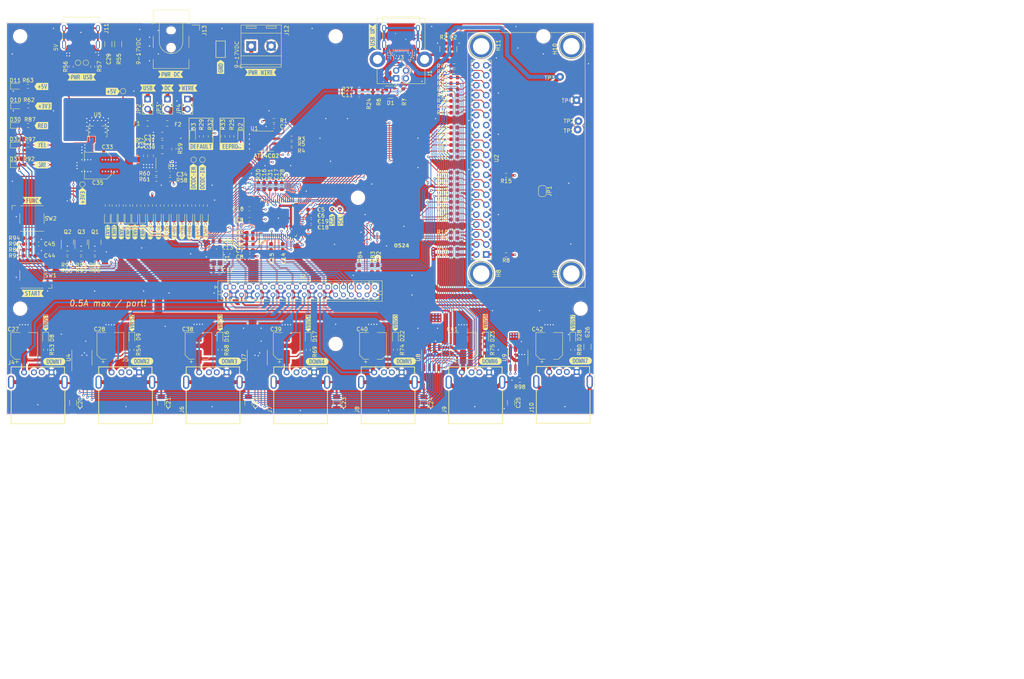
<source format=kicad_pcb>
(kicad_pcb (version 20221018) (generator pcbnew)
  (layers (0 "F.Cu" signal) (1 "In1.Cu" signal) (2 "In2.Cu" signal) (31 "B.Cu" signal) (34 "B.Paste" user) (35 "F.Paste" user) (36 "B.SilkS" user "B.Silkscreen") (37 "F.SilkS" user "F.Silkscreen") (38 "B.Mask" user) (39 "F.Mask" user) (44 "Edge.Cuts" user))
  (net 0 "")
  (net 1 "Net-(U1-VCC)")
  (net 2 "GND")
  (net 3 "/USB_SH")
  (net 4 "/VDDAPLL")
  (net 5 "/VDDCR")
  (net 6 "+3V3")
  (net 7 "/UP_VBUS")
  (net 8 "/XTAL1")
  (net 9 "/XTAL2")
  (net 10 "/RESET_USB")
  (net 11 "Net-(J4-Shield)")
  (net 12 "Net-(J5-Shield)")
  (net 13 "Net-(J6-Shield)")
  (net 14 "Net-(J7-Shield)")
  (net 15 "Net-(J8-Shield)")
  (net 16 "Net-(J9-Shield)")
  (net 17 "Net-(J10-Shield)")
  (net 18 "/VBUS1")
  (net 19 "/VBUS2")
  (net 20 "/Power/USB_SH")
  (net 21 "/Power/DCDC_IN")
  (net 22 "+5V")
  (net 23 "Net-(U6-SS{slash}TR)")
  (net 24 "/VBUS3")
  (net 25 "/VBUS4")
  (net 26 "/VBUS5")
  (net 27 "/VBUS6")
  (net 28 "/VBUS7")
  (net 29 "/Output/SWITCH1")
  (net 30 "/GPIO18")
  (net 31 "/USBUP_DP")
  (net 32 "Net-(D2-K)")
  (net 33 "/LEDA1")
  (net 34 "Net-(D4-A)")
  (net 35 "/LEDB1")
  (net 36 "Net-(D5-A)")
  (net 37 "/LEDA2")
  (net 38 "Net-(D6-A)")
  (net 39 "/LEDB2")
  (net 40 "Net-(D7-A)")
  (net 41 "Net-(D8-A)")
  (net 42 "Net-(D9-A)")
  (net 43 "Net-(D10-A)")
  (net 44 "Net-(D11-A)")
  (net 45 "/LEDA3")
  (net 46 "Net-(D12-A)")
  (net 47 "/LEDB3")
  (net 48 "Net-(D13-A)")
  (net 49 "/LEDA4")
  (net 50 "Net-(D14-A)")
  (net 51 "/LEDB4")
  (net 52 "Net-(D15-A)")
  (net 53 "Net-(D16-A)")
  (net 54 "Net-(D17-A)")
  (net 55 "/LEDA5")
  (net 56 "Net-(D18-A)")
  (net 57 "/LEDB5")
  (net 58 "Net-(D19-A)")
  (net 59 "/LEDA6")
  (net 60 "Net-(D20-A)")
  (net 61 "/LEDB6")
  (net 62 "Net-(D21-A)")
  (net 63 "Net-(D22-A)")
  (net 64 "Net-(D23-A)")
  (net 65 "/LEDA7")
  (net 66 "Net-(D24-A)")
  (net 67 "/LEDB7")
  (net 68 "Net-(D25-A)")
  (net 69 "Net-(D28-A)")
  (net 70 "/Output/LEDR_K")
  (net 71 "/Output/LEDG_K")
  (net 72 "/Output/LEDY_K")
  (net 73 "Net-(JP2-B)")
  (net 74 "Net-(JP3-B)")
  (net 75 "/USB1_DP")
  (net 76 "/USB2_DP")
  (net 77 "/PI_TXD")
  (net 78 "/USB3_DP")
  (net 79 "/PI_RXD")
  (net 80 "/Output/OLED_VDD")
  (net 81 "/Output/OLED_SCL")
  (net 82 "/Output/OLED_SDA")
  (net 83 "/USB4_DP")
  (net 84 "/Output/SW1_P")
  (net 85 "/USB5_DP")
  (net 86 "/USB6_DP")
  (net 87 "/UP_CC1")
  (net 89 "/UP_CC2")
  (net 91 "/USB7_DP")
  (net 92 "/Power/PWR_VBUS")
  (net 93 "/Power/PWR_CC1")
  (net 94 "/Power/PWR_DP")
  (net 96 "/Power/PWR_CC2")
  (net 98 "Net-(J12-Pin_1)")
  (net 99 "Net-(JP3-A)")
  (net 100 "Net-(Q1-B)")
  (net 101 "Net-(Q2-B)")
  (net 102 "Net-(Q3-B)")
  (net 103 "/EE_WP")
  (net 104 "/SDA")
  (net 105 "/SCL{slash}CFG_SEL0")
  (net 106 "/PI_3V3")
  (net 107 "Net-(U2-GPIO2{slash}SDA)")
  (net 108 "Net-(U2-GPIO3{slash}SCL)")
  (net 109 "Net-(U2-GPIO4{slash}GPCLK0)")
  (net 110 "/Output/LED_G")
  (net 111 "Net-(U2-GPIO17)")
  (net 112 "/Output/LED_R")
  (net 113 "Net-(U2-GPIO27)")
  (net 114 "/Output/LED_Y")
  (net 115 "Net-(U2-GPIO22)")
  (net 116 "/PRTPWR1")
  (net 117 "Net-(U2-GPIO10{slash}MOSI)")
  (net 118 "/OCS1")
  (net 119 "Net-(U2-GPIO9{slash}MISO)")
  (net 120 "/PRTPWR2")
  (net 121 "Net-(U2-GPIO11{slash}SCLK)")
  (net 122 "/OCS2")
  (net 123 "Net-(U2-GPIO5)")
  (net 124 "/PRTPWR3")
  (net 125 "Net-(U2-GPIO6)")
  (net 126 "/OCS3")
  (net 127 "Net-(U2-GPIO13{slash}PWM1)")
  (net 128 "/PRTPWR4")
  (net 129 "Net-(U2-GPIO19{slash}PCM_FS)")
  (net 130 "/OCS4")
  (net 131 "Net-(U2-GPIO26)")
  (net 132 "/VBUS_DET")
  (net 133 "/HS_IND{slash}CFG_SEL1")
  (net 134 "/LOCAL_PWR")
  (net 135 "/CFG_SEL2")
  (net 136 "/PI_5V")
  (net 137 "Net-(U2-GPIO14{slash}TXD)")
  (net 138 "Net-(U2-GPIO15{slash}RXD)")
  (net 139 "Net-(U2-GPIO18{slash}PCM_CLK)")
  (net 140 "Net-(U2-GPIO23)")
  (net 141 "Net-(U2-GPIO24)")
  (net 142 "/DCDC_PG")
  (net 143 "Net-(U2-GPIO25)")
  (net 144 "Net-(U2-GPIO8{slash}CE0)")
  (net 145 "/OCS7")
  (net 146 "Net-(U2-GPIO7{slash}CE1)")
  (net 147 "/PRTPWR7")
  (net 148 "Net-(U2-GPIO12{slash}PWM0)")
  (net 149 "/OCS6")
  (net 150 "Net-(U2-GPIO16)")
  (net 151 "/PRTPWR6")
  (net 152 "Net-(U2-GPIO20{slash}PCM_DIN)")
  (net 153 "/OCS5")
  (net 154 "Net-(U2-GPIO21{slash}PCM_DOUT)")
  (net 155 "/PRTPWR5")
  (net 156 "/RBIAS")
  (net 157 "/DCDC_EN")
  (net 158 "/Power/DCDC_FB")
  (net 161 "/USBUP_DN")
  (net 162 "/USB6_DN")
  (net 163 "/USB5_DN")
  (net 164 "/USB1_DN")
  (net 165 "/USB2_DN")
  (net 166 "/USB3_DN")
  (net 167 "/USB4_DN")
  (net 168 "/USB7_DN")
  (net 169 "/Power/PWR_DN")
  (net 170 "/Port4 down1/ENB")
  (net 171 "/Port4 down1/~{FLGB}")
  (net 172 "/Port4 down1/VBUS_OUTB")
  (net 173 "/Output/LEDY_A")
  (net 174 "/LEDG_A")
  (net 175 "/Output/SW2_P")
  (net 176 "/LEDR_A")
  (footprint "Resistor_SMD:R_0603_1608Metric" (layer "F.Cu") (at 61.362262 60.7)
    (fp_text reference "R61")
    (fp_text value "100K")
  )
  (footprint "kibuzzard-65BCF353" (layer "F.Cu") (at 145.3 97.2 90)
    (fp_text reference "kibuzzard-65BCF353" hide)
    (fp_text value "G***" hide)
  )
  (footprint "LED_SMD:LED_0603_1608Metric" (layer "F.Cu") (at 50.612262 70.375 90)
    (fp_text reference "D5" hide)
    (fp_text value "B")
  )
  (footprint "TestPoint:TestPoint_Pad_D1.0mm" (layer "F.Cu") (at 108.2 68.3)
    (fp_text reference "TP13" hide)
    (fp_text value "SCL")
  )
  (footprint "Resistor_SMD:R_0603_1608Metric" (layer "F.Cu") (at 116.362262 83.45 -90)
    (fp_text reference "R83")
    (fp_text value "0R")
  )
  (footprint "Voltlog:SMTSO30100CTJ" (layer "F.Cu") (at 144.262262 26.75)
    (fp_text reference "H11")
    (fp_text value "M3x100mm")
  )
  (footprint "Voltlog:SMTSO30100CTJ" (layer "F.Cu") (at 167.262262 26.75)
    (fp_text reference "H10")
    (fp_text value "M3x100mm")
  )
  (footprint "Resistor_SMD:R_0603_1608Metric" (layer "F.Cu") (at 137.362262 75.7)
    (fp_text reference "R9")
    (fp_text value "0R")
  )
  (footprint "Capacitor_SMD:C_0805_2012Metric" (layer "F.Cu") (at 62.862262 49.45 180)
    (fp_text reference "C32")
    (fp_text value "10uF")
  )
  (footprint "Package_LGA:Texas_SIL0008D_MicroSiP-8-1EP_2.8x3mm_P0.65mm_EP1.1x1.9mm" (layer "F.Cu") (at 62.862262 56.7 -90)
    (fp_text reference "U6")
    (fp_text value "TPS82140")
  )
  (footprint "Capacitor_SMD:C_1206_3216Metric" (layer "F.Cu") (at 62.612262 117.7 -90)
    (fp_text reference "C21")
    (fp_text value "4.7nF")
  )
  (footprint "Voltlog:SMTSO30100CTJ" (layer "F.Cu") (at 144.262262 84.75)
    (fp_text reference "H8")
    (fp_text value "M3x100mm")
  )
  (footprint "Fuse:Fuse_0805_2012Metric" (layer "F.Cu") (at 59.112262 46.45)
    (fp_text reference "F1")
    (fp_text value "1A")
  )
  (footprint "Resistor_SMD:R_0603_1608Metric" (layer "F.Cu") (at 28.287262 78.7 180)
    (fp_text reference "R89")
    (fp_text value "10K")
  )
  (footprint "Capacitor_SMD:C_1206_3216Metric" (layer "F.Cu") (at 84.862262 117.7 -90)
    (fp_text reference "C22")
    (fp_text value "4.7nF")
  )
  (footprint "Resistor_SMD:R_0603_1608Metric" (layer "F.Cu") (at 38.662262 81.0125)
    (fp_text reference "R88")
    (fp_text value "1K5")
  )
  (footprint "kibuzzard-65BCEFD7" (layer "F.Cu") (at 48.9 74.1 90)
    (fp_text reference "kibuzzard-65BCEFD7" hide)
    (fp_text value "G***" hide)
  )
  (footprint "MountingHole:MountingHole_3.2mm_M3" (layer "F.Cu") (at 169.612262 93.7)
    (fp_text reference "H3" hide)
    (fp_text value "MountingHole")
  )
  (footprint "Voltlog:USB_A_HRO_U-A-24DD-W-5" (layer "F.Cu") (at 53.445595 109.95)
    (fp_text reference "J5")
    (fp_text value "USB_2")
  )
  (footprint "Capacitor_SMD:C_0805_2012Metric" (layer "F.Cu") (at 59.862262 54.7 90)
    (fp_text reference "C37")
    (fp_text value "22uF")
  )
  (footprint "LED_SMD:LED_0603_1608Metric" (layer "F.Cu") (at 61.862262 70.375 90)
    (fp_text reference "D15" hide)
    (fp_text value "B")
  )
  (footprint "kibuzzard-65BCEC76" (layer "F.Cu") (at 65 33.9)
    (fp_text reference "kibuzzard-65BCEC76" hide)
    (fp_text value "G***" hide)
  )
  (footprint "Capacitor_SMD:C_1206_3216Metric" (layer "F.Cu") (at 171.362262 103.45 90)
    (fp_text reference "C26")
    (fp_text value "4.7nF")
  )
  (footprint "Resistor_SMD:R_0603_1608Metric" (layer "F.Cu") (at 95.862262 50.2 180)
    (fp_text reference "R3")
    (fp_text value "0R")
  )
  (footprint "Resistor_SMD:R_0603_1608Metric" (layer "F.Cu") (at 137.362262 39.2)
    (fp_text reference "R21")
    (fp_text value "0R")
  )
  (footprint "Resistor_SMD:R_0603_1608Metric" (layer "F.Cu") (at 67.862262 67.375 90)
    (fp_text reference "R72" hide)
    (fp_text value "150R")
  )
  (footprint "Capacitor_SMD:C_0603_1608Metric" (layer "F.Cu") (at 85.112262 70.95 180)
    (fp_text reference "C9")
    (fp_text value "0.1uF")
  )
  (footprint "LED_SMD:LED_0603_1608Metric" (layer "F.Cu") (at 55.862262 70.375 90)
    (fp_text reference "D12" hide)
    (fp_text value "A")
  )
  (footprint "kibuzzard-65BCEFAC" (layer "F.Cu") (at 65.9 74.1 90)
    (fp_text reference "kibuzzard-65BCEFAC" hide)
    (fp_text value "G***" hide)
  )
  (footprint "LED_SMD:LED_0603_1608Metric" (layer "F.Cu") (at 63.862262 70.375 90)
    (fp_text reference "D18" hide)
    (fp_text value "A")
  )
  (footprint "kibuzzard-65BCEFA3" (layer "F.Cu") (at 57.9 74.1 90)
    (fp_text reference "kibuzzard-65BCEFA3" hide)
    (fp_text value "G***" hide)
  )
  (footprint "Resistor_SMD:R_0603_1608Metric" (layer "F.Cu") (at 137.362262 78.45 180)
    (fp_text reference "R34")
    (fp_text value "0R")
  )
  (footprint "Resistor_SMD:R_0603_1608Metric" (layer "F.Cu") (at 137.362262 37.7 180)
    (fp_text reference "R45")
    (fp_text value "0R")
  )
  (footprint "kibuzzard-65BCEA26" (layer "F.Cu") (at 80.6 52.3)
    (fp_text reference "kibuzzard-65BCEA26" hide)
    (fp_text value "G***" hide)
  )
  (footprint "Resistor_SMD:R_0603_1608Metric" (layer "F.Cu") (at 137.362262 70.95 180)
    (fp_text reference "R36")
    (fp_text value "0R")
  )
  (footprint "LED_SMD:LED_0603_1608Metric" (layer "F.Cu") (at 67.862262 70.375 90)
    (fp_text reference "D20" hide)
    (fp_text value "A")
  )
  (footprint "kibuzzard-65BCEB17" (layer "F.Cu") (at 77.75 32 90)
    (fp_text reference "kibuzzard-65BCEB17" hide)
    (fp_text value "G***" hide)
  )
  (footprint "Resistor_SMD:R_0603_1608Metric" (layer "F.Cu") (at 137.362262 63.45)
    (fp_text reference "R13")
    (fp_text value "0R")
  )
  (footprint "Connector_BarrelJack:BarrelJack_CLIFF_FC681465S_SMT_Horizontal" (layer "F.Cu") (at 65.112262 25.6 -90)
    (fp_text reference "J13")
    (fp_text value "POWER IN")
  )
  (footprint "kibuzzard-65BCF092" (layer "F.Cu") (at 124.7 107.1)
    (fp_text reference "kibuzzard-65BCF092" hide)
    (fp_text value "G***" hide)
  )
  (footprint "Resistor_SMD:R_0603_1608Metric" (layer "F.Cu") (at 63.862262 67.375 90)
    (fp_text reference "R70" hide)
    (fp_text value "150R")
  )
  (footprint "Resistor_SMD:R_0603_1608Metric" (layer "F.Cu") (at 55.112262 104.2 -90)
    (fp_text reference "R54")
    (fp_text value "1K5")
  )
  (footprint "Resistor_SMD:R_0603_1608Metric" (layer "F.Cu") (at 117.862262 83.45 -90)
    (fp_text reference "R82")
    (fp_text value "0R")
  )
  (footprint "Voltlog:USB_A_HRO_U-A-24DD-W-5" (layer "F.Cu") (at 120.445594 109.95)
    (fp_text reference "J8")
    (fp_text value "USB_5")
  )
  (footprint "LED_SMD:LED_0603_1608Metric" (layer "F.Cu") (at 70.612262 49.7375 -90)
    (fp_text reference "D3")
    (fp_text value "DEFAULT")
  )
  (footprint "kibuzzard-65BCF09D" (layer "F.Cu") (at 80.1 107.1)
    (fp_text reference "kibuzzard-65BCF09D" hide)
    (fp_text value "G***" hide)
  )
  (footprint "kibuzzard-65BCEFEA" (layer "F.Cu") (at 59.8 74.1 90)
    (fp_text reference "kibuzzard-65BCEFEA" hide)
    (fp_text value "G***" hide)
  )
  (footprint "Capacitor_SMD:C_0603_1608Metric" (layer "F.Cu") (at 91.862262 62.45 90)
    (fp_text reference "C17")
    (fp_text value "0.1uF")
  )
  (footprint "Resistor_SMD:R_0603_1608Metric" (layer "F.Cu") (at 137.362262 54.95)
    (fp_text reference "R16")
    (fp_text value "0R")
  )
  (footprint "Resistor_SMD:R_0603_1608Metric" (layer "F.Cu") (at 45.662262 79.5125 180)
    (fp_text reference "R86")
    (fp_text value "10K")
  )
  (footprint "Capacitor_SMD:C_0603_1608Metric" (layer "F.Cu") (at 85.112262 68.2 180)
    (fp_text reference "C10")
    (fp_text value "0.1uF")
  )
  (footprint "Capacitor_SMD:C_0805_2012Metric" (layer "F.Cu") (at 62.862262 51.45 180)
    (fp_text reference "C31")
    (fp_text value "10uF")
  )
  (footprint "Capacitor_SMD:C_0603_1608Metric" (layer "F.Cu") (at 91.362262 47.2 180)
    (fp_text reference "C1")
    (fp_text value "0.1uF")
  )
  (footprint "Voltlog:Pogo_pin_YZ87615160P-01" (layer "F.Cu") (at 168.862262 48 -90)
    (fp_text reference "TP1")
    (fp_text value "USBUP_DN")
  )
  (footprint "kibuzzard-65BCF35A" (layer "F.Cu") (at 122.3 97.3 90)
    (fp_text reference "kibuzzard-65BCF35A" hide)
    (fp_text value "G***" hide)
  )
  (footprint "TestPoint:TestPoint_Pad_D1.0mm" (layer "F.Cu") (at 41.362262 30.95)
    (fp_text reference "TP6" hide)
    (fp_text value "DP")
  )
  (footprint "kibuzzard-65BCEF96" (layer "F.Cu") (at 50.6 74.1 90)
    (fp_text reference "kibuzzard-65BCEF96" hide)
    (fp_text value "G***" hide)
  )
  (footprint "LED_SMD:LED_0603_1608Metric" (layer "F.Cu") (at 52.362262 70.375 90)
    (fp_text reference "D6" hide)
    (fp_text value "A")
  )
  (footprint "kibuzzard-65BCEF9B" (layer "F.Cu") (at 54.1 74.1 90)
    (fp_text reference "kibuzzard-65BCEF9B" hide)
    (fp_text value "G***" hide)
  )
  (footprint "kibuzzard-65BCF08A" (layer "F.Cu") (at 146.6 107.1)
    (fp_text reference "kibuzzard-65BCF08A" hide)
    (fp_text value "G***" hide)
  )
  (footprint "Resistor_SMD:R_0603_1608Metric" (layer "F.Cu") (at 93.362262 62.45 90)
    (fp_text reference "R28")
    (fp_text value "100K")
  )
  (footprint "Resistor_SMD:R_0603_1608Metric" (layer "F.Cu") (at 91.362262 45.7 180)
    (fp_text reference "R1")
    (fp_text value "0R")
  )
  (footprint "Resistor_SMD:R_0603_1608Metric" (layer "F.Cu") (at 137.362262 33.2)
    (fp_text reference "R23")
    (fp_text value "0R")
  )
  (footprint "LED_SMD:LED_0603_1608Metric" (layer "F.Cu") (at 25.612262 51.95)
    (fp_text reference "D32")
    (fp_text value "STATUS")
  )
  (footprint "Capacitor_SMD:C_1206_3216Metric" (layer "F.Cu") (at 151.862262 117.7 -90)
    (fp_text reference "C25")
    (fp_text value "4.7nF")
  )
  (footprint "Resistor_SMD:R_0603_1608Metric" (layer "F.Cu") (at 28.612262 46.95 180)
    (fp_text reference "R87")
    (fp_text value "1K5")
  )
  (footprint "Resistor_SMD:R_0603_1608Metric" (layer "F.Cu") (at 117.862262 38.45 90)
    (fp_text reference "R6")
    (fp_text value "5K1")
  )
  (footprint "Resistor_SMD:R_0603_1608Metric" (layer "F.Cu") (at 137.362262 36.2)
    (fp_text reference "R22")
    (fp_text value "0R")
  )
  (footprint "kibuzzard-65BCEFF4" (layer "F.Cu") (at 67.9 74.1 90)
    (fp_text reference "kibuzzard-65BCEFF4" hide)
    (fp_text value "G***" hide)
  )
  (footprint "TerminalBlock_RND:TerminalBlock_RND_205-00287_1x02_P5.08mm_Horizontal" (layer "F.Cu") (at 85.567262 26.7)
    (fp_text reference "J12")
    (fp_text value "POWER IN")
  )
  (footprint "Resistor_SMD:R_0603_1608Metric" (layer "F.Cu") (at 52.362262 67.375 90)
    (fp_text reference "R51" hide)
    (fp_text value "150R")
  )
  (footprint "Fiducial:Fiducial_0.5mm_Mask1mm" (layer "F.Cu") (at 87.812262 119.7)
    (fp_text reference "FID3" hide)
    (fp_text value "Fiducial")
  )
  (footprint "Resistor_SMD:R_0603_1608Metric" (layer "F.Cu") (at 28.287262 80.2 180)
    (fp_text reference "R91")
    (fp_text value "1K5")
  )
  (footprint "Capacitor_SMD:C_1206_3216Metric" (layer "F.Cu") (at 107.362262 117.7 -90)
    (fp_text reference "C23")
    (fp_text value "4.7nF")
  )
  (footprint "kibuzzard-65BCEBCC" (layer "F.Cu") (at 31.9 51.9)
    (fp_text reference "kibuzzard-65BCEBCC" hide)
    (fp_text value "G***" hide)
  )
  (footprint "kibuzzard-65BCEBAB" (layer "F.Cu") (at 32 57)
    (fp_text reference "kibuzzard-65BCEBAB" hide)
    (fp_text value "G***" hide)
  )
  (footprint "Connector_PinHeader_2.54mm:PinHeader_1x02_P2.54mm_Vertical" (layer "F.Cu") (at 69.292262 40.23)
    (fp_text reference "JP4")
    (fp_text value "SELECT SCREW")
  )
  (footprint "TestPoint:TestPoint_Pad_D1.0mm" (layer "F.Cu") (at 106.2 68.3)
    (fp_text reference "TP12" hide)
    (fp_text value "SDA")
  )
  (footprint "Resistor_SMD:R_1206_3216Metric" (layer "F.Cu") (at 51.612262 26.2 -90)
    (fp_text reference "R55")
    (fp_text value "1M")
  )
  (footprint "Voltlog:Pogo_pin_YZ87615160P-01" (layer "F.Cu") (at 164.362262 34.55 -90)
    (fp_text reference "TP3")
    (fp_text value "UP_VBUS")
  )
  (footprint "MountingHole:MountingHole_3.2mm_M3" (layer "F.Cu") (at 112.812262 65.4)
    (fp_text reference "H7" hide)
    (fp_text value "MountingHole")
  )
  (footprint "Resistor_SMD:R_0603_1608Metric" (layer "F.Cu") (at 137.362262 66.45 180)
    (fp_text reference "R38")
    (fp_text value "0R")
  )
  (footprint "Resistor_SMD:R_0603_1608Metric" (layer "F.Cu") (at 80.612262 49.7375 90)
    (fp_text reference "R25")
    (fp_text value "100K")
  )
  (footprint "Resistor_SMD:R_0603_1608Metric" (layer "F.Cu") (at 137.362262 47.45 180)
    (fp_text reference "R43")
    (fp_text value "0R")
  )
  (footprint "Resistor_SMD:R_0603_1608Metric" (layer "F.Cu") (at 137.362262 34.7 180)
    (fp_text reference "R46")
    (fp_text value "0R")
  )
  (footprint "Voltlog:USB_A_HRO_U-A-24DD-W-5" (layer "F.Cu") (at 165.112262 109.85)
    (fp_text reference "J10")
    (fp_text value "USB_7")
  )
  (footprint "LED_SMD:LED_0603_1608Metric" (layer "F.Cu") (at 69.862262 70.375 90)
    (fp_text reference "D21" hide)
    (fp_text value "B")
  )
  (footprint "LED_SMD:LED_0603_1608Metric" (layer "F.Cu") (at 48.862262 70.375 90)
    (fp_text reference "D4" hide)
    (fp_text value "A")
  )
  (footprint "Resistor_SMD:R_0603_1608Metric" (layer "F.Cu") (at 76.712262 76.45)
    (fp_text reference "R26")
    (fp_text value "1M")
  )
  (footprint "Resistor_SMD:R_0603_1608Metric" (layer "F.Cu") (at 42.162262 81.0125)
    (fp_text reference "R93")
    (fp_text value "1K5")
  )
  (footprint "LED_SMD:LED_0603_1608Metric" (layer "F.Cu") (at 145.362262 101.2 -90)
    (fp_text reference "D23")
    (fp_text value "OUTB")
  )
  (footprint "kibuzzard-65BCEFF8" (layer "F.Cu") (at 71.9 74.1 90)
    (fp_text reference "kibuzzard-65BCEFF8" hide)
    (fp_text value "G***" hide)
  )
  (footprint "Resistor_SMD:R_0603_1608Metric" (layer "F.Cu") (at 113.112262 37.7)
    (fp_text reference "R27")
    (fp_text value "100K")
  )
  (footprint "kibuzzard-65BCF2C7" (layer "F.Cu") (at 108.3 71 90)
    (fp_text reference "kibuzzard-65BCF2C7" hide)
    (fp_text value "G***" hide)
  )
  (footprint "Voltlog:SMTSO30100CTJ" (layer "F.Cu") (at 167.262262 84.75)
    (fp_text reference "H9")
    (fp_text value "M3x100mm")
  )
  (footprint "kibuzzard-65BCEB9B" (layer "F.Cu") (at 32 47)
    (fp_text reference "kibuzzard-65BCEB9B" hide)
    (fp_text value "G***" hide)
  )
  (footprint "Resistor_SMD:R_0603_1608Metric" (layer "F.Cu") (at 137.362262 50.45 180)
    (fp_text reference "R42")
    (fp_text value "0R")
  )
  (footprint "kibuzzard-65BCEFE6" (layer "F.Cu") (at 52.4 74.1 90)
    (fp_text reference "kibuzzard-65BCEFE6" hide)
    (fp_text value "G***" hide)
  )
  (footprint "Resistor_SMD:R_0603_1608Metric" (layer "F.Cu") (at 137.362262 60.45)
    (fp_text reference "R14")
    (fp_text value "0R")
  )
  (footprint "Resistor_SMD:R_0603_1608Metric" (layer "F.Cu") (at 85.212262 77.3)
    (fp_text reference "R48")
    (fp_text value "12K")
  )
  (footprint "Resistor_SMD:R_0603_1608Metric" (layer "F.Cu") (at 154.112262 111.95)
    (fp_text reference "R98")
    (fp_text value "10K")
  )
  (footprint "kibuzzard-65BCF37C" (layer "F.Cu") (at 55.1 97.4 90)
    (fp_text reference "kibuzzard-65BCF37C" hide)
    (fp_text value "G***" hide)
  )
  (footprint "Connector_PinHeader_2.54mm:PinHeader_1x02_P2.54mm_Vertical" (layer "F.Cu") (at 59.132262 40.23)
    (fp_text reference "JP2")
    (fp_text value "SELECT USB")
  )
  (footprint "Resistor_SMD:R_0603_1608Metric" (layer "F.Cu") (at 28.612262 51.95)
    (fp_text reference "R97")
    (fp_text value "680R")
  )
  (footprint "Resistor_SMD:R_0603_1608Metric" (layer "F.Cu") (at 137.362262 67.95 180)
    (fp_text reference "R37")
    (fp_text value "0R")
  )
  (footprint "Capacitor_SMD:C_0603_1608Metric" (layer "F.Cu") (at 100.862262 69.95)
    (fp_text reference "C6")
    (fp_text value "0.1uF")
  )
  (footprint "kibuzzard-65BCF323" (layer "F.Cu") (at 33.1 97.3 90)
    (fp_text reference "kibuzzard-65BCF323" hide)
    (fp_text value "G***" hide)
  )
  (footprint "Package_TO_SOT_SMD:SOT-23" (layer "F.Cu") (at 45.662262 76.7625 90)
    (fp_text reference "Q1")
    (fp_text value "MMBT3904")
  )
  (footprint "kibuzzard-65BCEB39" (layer "F.Cu") (at 42.5 65 90)
    (fp_text reference "kibuzzard-65BCEB39" hide)
    (fp_text value "G***" hide)
  )
  (footprint "Resistor_SMD:R_0603_1608Metric" (layer "F.Cu") (at 137.362262 64.95)
    (fp_text reference "R12")
    (fp_text value "0R")
  )
  (footprint "Fiducial:Fiducial_0.5mm_Mask1mm" (layer "F.Cu") (at 32.112262 22.4)
    (fp_text reference "FID1" hide)
    (fp_text value "Fiducial")
  )
  (footprint "Connector_USB:USB_B_Lumberg_2411_02_Horizontal" (layer "F.Cu") (at 122.542262 34.9425 90)
    (fp_text reference "J1")
    (fp_text value "USB_B")
  )
  (footprint "kibuzzard-65BCEFB2" (layer "F.Cu") (at 69.8 74.1 90)
    (fp_text reference "kibuzzard-65BCEFB2" hide)
    (fp_text value "G***" hide)
  )
  (footprint "LED_SMD:LED_0603_1608Metric" (layer "F.Cu") (at 167.612262 101.2 -90)
    (fp_text reference "D28")
    (fp_text value "OUTA")
  )
  (footprint "Button_Switch_SMD:SW_SPST_Omron_B3FS-100xP" (layer "F.Cu") (at 29.612262 70.7)
    (fp_text reference "SW2")
    (fp_text value "SW_Push")
  )
  (footprint "Capacitor_SMD:C_0603_1608Metric" (layer "F.Cu") (at 100.862262 72.95)
    (fp_text reference "C18")
    (fp_text value "1uF")
  )
  (footprint "LED_SMD:LED_0603_1608Metric" (layer "F.Cu") (at 57.862262 70.375 90)
    (fp_text reference "D13" hide)
    (fp_text value "B")
  )
  (footprint "Resistor_SMD:R_0603_1608Metric" (layer "F.Cu") (at 137.362262 53.45 180)
    (fp_text reference "R41")
    (fp_text value "0R")
  )
  (footprint "Resistor_SMD:R_0603_1608Metric" (layer "F.Cu") (at 61.862262 67.375 90)
    (fp_text reference "R67" hide)
    (fp_text value "680R")
  )
  (footprint "Resistor_SMD:R_1206_3216Metric" (layer "F.Cu") (at 134.612262 27.45 90)
    (fp_text reference "R2")
    (fp_text value "1M")
  )
  (footprint "Voltlog:JST_PHD_B32B-PHDSS_2x20_P2.00mm_Vertical" (layer "F.Cu") (at 79.112262 88.2)
    (fp_text reference "J2")
    (fp_text value "TEST JIG")
  )
  (footprint "Package_TO_SOT_SMD:SOT-89-3" (layer "F.Cu") (at 46.412262 48.45 90)
    (fp_text reference "U5")
    (fp_text value "LR1107")
  )
  (footprint "Resistor_SMD:R_0603_1608Metric" (layer "F.Cu") (at 122.362262 104.2 -90)
    (fp_text reference "R74")
    (fp_text value "1K5")
  )
  (footprint "kibuzzard-65BCF360" (layer "F.Cu") (at 100.1 97.4 90)
    (fp_text reference "kibuzzard-65BCF360" hide)
    (fp_text value "G***" hide)
  )
  (footprint "MountingHole:MountingHole_3.2mm_M3" (layer "F.Cu") (at 160.112262 24.2)
    (fp_text reference "H2" hide)
    (fp_text value "MountingHole")
  )
  (footprint "Resistor_SMD:R_0603_1608Metric" (layer "F.Cu") (at 95.862262 53.2)
    (fp_text reference "R4")
    (fp_text value "10K")
  )
  (footprint "Capacitor_SMD:C_0603_1608Metric" (layer "F.Cu") (at 85.212262 78.8 180)
    (fp_text reference "C7")
    (fp_text value "1uF")
  )
  (footprint "kibuzzard-65BCEB78" (layer "F.Cu") (at 32 37)
    (fp_text reference "kibuzzard-65BCEB78" hide)
    (fp_text value "G***" hide)
  )
  (footprint "kibuzzard-65BCF099" (layer "F.Cu") (at 102.4 107.2)
    (fp_text reference "kibuzzard-65BCF099" hide)
    (fp_text value "G***" hide)
  )
  (footprint "Resistor_SMD:R_0603_1608Metric" (layer "F.Cu") (at 137.362262 43.7)
    (fp_text reference "R19")
    (fp_text value "0R")
  )
  (footprint "LED_SMD:LED_0603_1608Metric" (layer "F.Cu") (at 25.612262 36.95)
    (fp_text reference "D11")
    (fp_text value "5V")
  )
  (footprint "Capacitor_SMD:C_0805_2012Metric" (layer "F.Cu") (at 45.412262 52.45 180)
    (fp_text reference "C33")
    (fp_text value "10uF")
  )
  (footprint "MountingHole:MountingHole_3.2mm_M3" (layer "F.Cu") (at 107.112262 102.7)
    (fp_text reference "H5" hide)
    (fp_text value "MountingHole")
  )
  (footprint "Capacitor_SMD:C_1206_3216Metric" (layer "F.Cu") (at 137.112262 27.45 90)
    (fp_text reference "C2")
    (fp_text value "4.7nF")
  )
  (footprint "Resistor_SMD:R_0603_1608Metric" (layer "F.Cu") (at 61.362262 59.2 180)
    (fp_text reference "R60")
    (fp_text value "523K")
  )
  (footprint "kibuzzard-65BCEFE1" (layer "F.Cu") (at 55.9 74.1 90)
    (fp_text reference "kibuzzard-65BCEFE1" hide)
    (fp_text value "G***" hide)
  )
  (footprint "LED_SMD:LED_0603_1608Metric" (layer "F.Cu") (at 122.362262 101.2 -90)
    (fp_text reference "D22")
    (fp_text value "OUTA")
  )
  (footprint "Resistor_SMD:R_0603_1608Metric" (layer "F.Cu") (at 69.862262 67.375 90)
    (fp_text reference "R73" hide)
    (fp_text value "680R")
  )
  (footprint "Jumper:SolderJumper-2_P1.3mm_Bridged_RoundedPad1.0x1.5mm" (layer "F.Cu") (at 159.862262 63.7 -90)
    (fp_text reference "JP1")
    (fp_text value "SolderJumper_2_Bridged")
  )
  (footprint "kibuzzard-65BCF085" (layer "F.Cu") (at 169.6 107)
    (fp_text reference "kibuzzard-65BCF085" hide)
    (fp_text value "G***" hide)
  )
  (footprint "Resistor_SMD:R_0603_1608Metric" (layer "F.Cu") (at 28.287262 75.7 180)
    (fp_text reference "R94")
    (fp_text value "10K")
  )
  (footprint "MountingHole:MountingHole_3.2mm_M3" (layer "F.Cu") (at 26.612262 24.2)
    (fp_text reference "H1" hide)
    (fp_text value "MountingHole")
  )
  (footprint "Package_TO_SOT_SMD:SOT-143" (layer "F.Cu") (at 121.112262 38.45)
    (fp_text reference "D1")
    (fp_text value "SP0503BAHT")
  )
  (footprint "LED_SMD:LED_0603_1608Metric" (layer "F.Cu") (at 73.862262 70.375 90)
    (fp_text reference "D25" hide)
    (fp_text value "B")
  )
  (footprint "Resistor_SMD:R_0603_1608Metric" (layer "F.Cu") (at 137.362262 58.95 180)
    (fp_text reference "R40")
    (fp_text value "0R")
  )
  (footprint "Voltlog:USB_A_HRO_U-A-24DD-W-5" (layer "F.Cu") (at 31.112262 109.95)
    (fp_text reference "J4")
    (fp_text value "USB_1")
  )
  (footprint "Resistor_SMD:R_0603_1608Metric" (layer "F.Cu") (at 87.362262 62.45 -90)
    (fp_text reference "R30")
    (fp_text value "1K5")
  )
  (footprint "Capacitor_SMD:CP_Elec_6.3x5.3" (layer "F.Cu") (at 116.612262 103.2 90)
    (fp_text reference "C40")
    (fp_text value "47uF")
  )
  (footprint "kibuzzard-65BCEBF9" (layer "F.Cu") (at 29.8 89.8)
    (fp_text reference "kibuzzard-65BCEBF9" hide)
    (fp_text value "G***" hide)
  )
  (footprint "Resistor_SMD:R_0603_1608Metric" (layer "F.Cu") (at 28.687262 41.95)
    (fp_text reference "R62")
    (fp_text value "1K5")
  )
  (footprint "Resistor_SMD:R_0603_1608Metric" (layer "F.Cu") (at 145.362262 104.2 -90)
    (fp_text reference "R75")
    (fp_text value "1K5")
  )
  (footprint "Voltlog:Pogo_pin_YZ87615160P-01" (layer "F.Cu") (at 169.062262 45.85 -90)
    (fp_text reference "TP2")
    (fp_text value "USBUP_DP")
  )
  (footprint "TestPoint:TestPoint_Keystone_5019_Minature" (layer "F.Cu") (at 77.75 27.5 90)
    (fp_text reference "TP11" hide)
    (fp_text value "GND")
  )
  (footprint "kibuzzard-65BCE967" (layer "F.Cu") (at 72.8 52.3)
    (fp_text reference "kibuzzard-65BCE967" hide)
    (fp_text value "G***" hide)
  )
  (footprint "kibuzzard-65BCF2D0" (layer "F.Cu") (at 106.2 71 90)
    (fp_text reference "kibuzzard-65BCF2D0" hide)
    (fp_text value "G***" hide)
  )
  (footprint "kibuzzard-65BCEDAD" (layer "F.Cu") (at 73.1 60.1 90)
    (fp_text reference "kibuzzard-65BCEDAD" hide)
    (fp_text value "G***" hide)
  )
  (footprint "Capacitor_SMD:CP_Elec_6.3x5.3" (layer "F.Cu") (at 161.612262 103.2 90)
    (fp_text reference "C42")
    (fp_text value "47uF")
  )
  (footprint "Resistor_SMD:R_0603_1608Metric" (layer "F.Cu") (at 115.362262 38.45 90)
    (fp_text reference "R24")
    (fp_text value "100K")
  )
  (footprint "LED_SMD:LED_0603_1608Metric" (layer "F.Cu") (at 25.687262 41.95)
    (fp_text reference "D10")
    (fp_text value "3V3")
  )
  (footprint "Capacitor_SMD:C_1206_3216Metric" (layer "F.Cu") (at 40.112262 117.725 -90)
    (fp_text reference "C20")
    (fp_text value "4.7nF")
  )
  (footprint "Resistor_SMD:R_0603_1608Metric" (layer "F.Cu") (at 45.112262 31.95 90)
    (fp_text reference "R57")
    (fp_text value "5K1")
  )
  (footprint "kibuzzard-65BCEC24" (layer "F.Cu") (at 29.7 66.1)
    (fp_text reference "kibuzzard-65BCEC24" hide)
    (fp_text value "G***" hide)
  )
  (footprint "Resistor_SMD:R_0603_1608Metric" (layer "F.Cu") (at 150.612262 59.7 180)
    (fp_text reference "R15")
    (fp_text value "0R")
  )
  (footprint "Capacitor_SMD:CP_Elec_6.3x5.3" (layer "F.Cu") (at 49.612262 103.2 90)
    (fp_text reference "C28")
    (fp_text value "47uF")
  )
  (footprint "Capacitor_SMD:C_0603_1608Metric" (layer "F.Cu") (at 85.212262 74.3 180)
    (fp_text reference "C3")
    (fp_text value "1uF")
  )
  (footprint "Capacitor_SMD:C_1206_3216Metric" (layer "F.Cu") (at 49.112262 26.2 -90)
    (fp_text reference "C29")
    (fp_text value "4.7nF")
  )
  (footprint "Resistor_SMD:R_0603_1608Metric" (layer "F.Cu") (at 65.862262 52.95 90)
    (fp_text reference "R59")
    (fp_text value "10K")
  )
  (footprint "Connector_PinHeader_2.54mm:PinHeader_1x02_P2.54mm_Vertical" (layer "F.Cu") (at 64.212262 40.23)
    (fp_text reference "JP3")
    (fp_text value "SELECT DC JACK")
  )
  (footprint "Capacitor_SMD:C_0603_1608Metric" (layer "F.Cu") (at 64.862262 59.2)
    (fp_text reference "C34")
    (fp_text value "430pF")
  )
  (footprint "Crystal:Crystal_SMD_SeikoEpson_TSX3225-4Pin_3.2x2.5mm" (layer "F.Cu") (at 76.812262 80.95 90)
    (fp_text reference "Y1")
    (fp_text value "24MHz")
  )
  (footprint "Resistor_SMD:R_0603_1608Metric" (layer "F.Cu") (at 57.862262 67.375 90)
    (fp_text reference "R65" hide)
    (fp_text value "680R")
  )
  (footprint "Capacitor_SMD:CP_Elec_6.3x5.3" (layer "F.Cu") (at 72.112262 103.2 90)
    (fp_text reference "C38")
    (fp_text value "47uF")
  )
  (footprint "LED_SMD:LED_0603_1608Metric" (layer "F.Cu") (at 55.112262 101.2 -90)
    (fp_text reference "D9")
    (fp_text value "OUTB")
  )
  (footprint "Resistor_SMD:R_0603_1608Metric" (layer "F.Cu") (at 73.862262 67.375 90)
    (fp_text reference "R77" hide)
    (fp_text value "680R")
  )
  (footprint "Resistor_SMD:R_0603_1608Metric" (layer "F.Cu") (at 100.112262 104.2 -90)
    (fp_text reference "R69")
    (fp_text value "1K5")
  )
  (footprint "Package_TO_SOT_SMD:SOT-23" (layer "F.Cu") (at 38.662262 76.7625 90)
    (fp_text reference "Q2")
    (fp_text value "MMBT3904")
  )
  (footprint "Capacitor_SMD:C_0603_1608Metric" (layer "F.Cu") (at 100.862262 68.45)
    (fp_text reference "C5")
    (fp_text value "1uF")
  )
  (footprint "Fuse:Fuse_0805_2012Metric" (layer "F.Cu") (at 64.112262 46.45)
    (fp_text reference "F2")
    (fp_text value "1A")
  )
  (footprint "Package_TO_SOT_SMD:SOT-23" (layer "F.Cu") (at 42.162262 76.7625 90)
    (fp_text reference "Q3")
    (fp_text value "MMBT3904")
  )
  (footprint "Resistor_SMD:R_0603_1608Metric" (layer "F.Cu") (at 137.362262 42.2 180)
    (fp_text reference "R44")
    (fp_text value "0R")
  )
  (footprint "Resistor_SMD:R_0603_1608Metric" (layer "F.Cu") (at 137.362262 40.7)
    (fp_text reference "R20")
    (fp_text value "0R")
  )
  (footprint "LED_SMD:LED_0603_1608Metric" (layer "F.Cu") (at 77.612262 101.2 -90)
    (fp_text reference "D16")
    (fp_text value "OUTA")
  )
  (footprint "kibuzzard-65BCEFA7" (layer "F.Cu") (at 61.9 74.1 90)
    (fp_text reference "kibuzzard-65BCEFA7" hide)
    (fp_text value "G***" hide)
  )
  (footprint "Package_SO:SO-8_3.9x4.9mm_P1.27mm" (layer "F.Cu") (at 87.112262 106.2 90)
    (fp_text reference "U7")
    (fp_text value "MIC2026-1YM")
  )
  (footprint "TestPoint:TestPoint_Pad_D1.0mm" (layer "F.Cu") (at 70.862262 55.7)
    (fp_text reference "TP8" hide)
    (fp_text value "DCDC_EN")
  )
  (footprint "Capacitor_SMD:CP_Elec_6.3x5.3" (layer "F.Cu") (at 94.612262 103.2 90)
    (fp_text reference "C39")
    (fp_text value "47uF")
  )
  (footprint "LED_SMD:LED_0603_1608Metric" (layer "F.Cu") (at 65.862262 70.375 90)
    (fp_text reference "D19" hide)
    (fp_text value "B")
  )
  (footprint "kibuzzard-65BCEB84" (layer "F.Cu") (at 32.5 42)
    (fp_text reference "kibuzzard-65BCEB84" hide)
    (fp_text value "G***" hide)
  )
  (footprint "kibuzzard-65BCF34D" (layer "F.Cu") (at 167.6 97.4 90)
    (fp_text reference "kibuzzard-65BCF34D" hide)
    (fp_text value "G***" hide)
  )
  (footprint "Resistor_SMD:R_0603_1608Metric" (layer "F.Cu") (at 50.612262 67.375 90)
    (fp_text reference "R50" hide)
    (fp_text value "680R")
  )
  (footprint "kibuzzard-65BCED0C" (layer "F.Cu") (at 69.4 37.4)
    (fp_text reference "kibuzzard-65BCED0C" hide)
    (fp_text value "G***" hide)
  )
  (footprint "kibuzzard-65BCED99" (layer "F.Cu") (at 70.8 60 90)
    (fp_text reference "kibuzzard-65BCED99" hide)
    (fp_text value "G***" hide)
  )
  (footprint "Capacitor_SMD:CP_Elec_6.3x5.3" (layer "F.Cu") (at 27.612262 103.2 90)
    (fp_text reference "C27")
    (fp_text value "47uF")
  )
  (footprint "TestPoint:TestPoint_Pad_D1.0mm" (layer "F.Cu") (at 52.862262 38.2)
    (fp_text reference "TP10" hide)
    (fp_text value "DCDC_5V")
  )
  (footprint "kibuzzard-65BCEFB9" (layer "F.Cu") (at 73.9 74.1 90)
    (fp_text reference "kibuzzard-65BCEFB9" hide)
    (fp_text value "G***" hide)
  )
  (footprint "Resistor_SMD:R_0603_1608Metric" (layer "F.Cu") (at 59.862262 67.375 90)
    (fp_text reference "R66" hide)
    (fp_text value "150R")
  )
  (footprint "LED_SMD:LED_0603_1608Metric" (layer "F.Cu") (at 25.612262 46.95)
    (fp_text reference "D30")
    (fp_text value "STATUS")
  )
  (footprint "Capacitor_SMD:C_0603_1608Metric" (layer "F.Cu") (at 31.287262 77.2)
    (fp_text reference "C45")
    (fp_text value "0.1uF")
  )
  (footprint "LED_SMD:LED_0603_1608Metric" (layer "F.Cu") (at 100.112262 101.2 -90)
    (fp_text reference "D17")
    (fp_text value "OUTB")
  )
  (footprint "Button_Switch_SMD:SW_SPST_Omron_B3FS-100xP" (layer "F.Cu") (at 29.612262 85.2 180)
    (fp_text reference "SW1")
    (fp_text value "SW_Push")
  )
  (footprint "LED_SMD:LED_0603_1608Metric" (layer "F.Cu") (at 71.862262 70.375 90)
    (fp_text reference "D24" hide)
    (fp_text value "A")
  )
  (footprint "kibuzzard-65BCF060" (layer "F.Cu") (at 35.3 107.2)
    (fp_text reference "kibuzzard-65BCF060" hide)
    (fp_text value "G***" hide)
  )
  (footprint "Capacitor_SMD:CP_Elec_6.3x5.8" (layer "F.Cu") (at 46.412262 57.2 180)
    (fp_text reference "C35")
    (fp_text value "100uF")
  )
  (footprint "Capacitor_SMD:C_0805_2012Metric" (layer "F.Cu") (at 57.362262 54.69 90)
    (fp_text reference "C36")
    (fp_text value "22uF")
  )
  (footprint "Capacitor_SMD:CP_Elec_6.3x5.3" (layer "F.Cu") (at 139.612262 103.2 90)
    (fp_text reference "C41")
    (fp_text value "47uF")
  )
  (footprint "Package_SO:SO-8_3.9x4.9mm_P1.27mm" (layer "F.Cu") (at 131.612262 106.2 90)
    (fp_text reference "U8")
    (fp_text value "MIC2026-1YM")
  )
  (footprint "Capacitor_SMD:C_1206_3216Metric" (layer "F.Cu") (at 129.612262 117.7 -90)
    (fp_text reference "C24")
    (fp_text value "4.7nF")
  )
  (footprint "Capacitor_SMD:C_0603_1608Metric" (layer "F.Cu") (at 85.212262 80.3 180)
    (fp_text reference "C8")
    (fp_text value "0.1uF")
  )
  (footprint "Package_SO:SO-8_3.9x4.9mm_P1.27mm" (layer "F.Cu") (at 153.612262 106.2 90)
    (fp_text reference "U9")
    (fp_text value "MIC2026-1YM")
  )
  (footprint "Resistor_SMD:R_0603_1608Metric" (layer "F.Cu") (at 90.362262 62.45 90)
    (fp_text reference "R31")
    (fp_text value "10K")
  )
  (footprint "Resistor_SMD:R_0603_1608Metric" (layer "F.Cu") (at 64.862262 60.7)
    (fp_text reference "R58")
    (fp_text value "100K")
  )
  (footprint "Resistor_SMD:R_0603_1608Metric" (layer "F.Cu") (at 113.112262 83.45 -90)
    (fp_text reference "R84")
    (fp_text value "0R")
  )
  (footprint "Resistor_SMD:R_0603_1608Metric" (layer "F.Cu") (at 39.612262 31.95 90)
    (fp_text reference "R56")
    (fp_text value "5K1")
  )
  (footprint "Voltlog:voltlog_mask_5mm" (layer "F.Cu") (at 122.322492 60.230636)
    (fp_text reference "V1" hide)
    (fp_text value "VOLTLOG_LOGO" hide)
  )
  (footprint "Capacitor_SMD:C_0603_1608Metric" (layer "F.Cu") (at 76.712262 77.95)
    (fp_text reference "C13")
    (fp_text value "15pF")
  )
  (footprint "Resistor_SMD:R_0603_1608Metric" (layer "F.Cu") (at 55.862262 67.375 90)
    (fp_text reference "R64" hide)
    (fp_text value "150R")
  )
  (footprint "Capacitor_SMD:C_0603_1608Metric" (layer "F.Cu") (at 113.112262 39.2 180)
    (fp_text reference "C11")
    (fp_text value "1uF")
  )
  (footprint "kibuzzard-65BCEDE4" (layer "F.Cu") (at 116.5 24.3 90)
    (fp_text reference "kibuzzard-65BCEDE4" hide)
    (fp_text value "G***" hide)
  )
  (footprint "Package_SO:SO-8_3.9x4.9mm_P1.27mm" (layer "F.Cu") (at 42.362262 106.2 90)
    (fp_text reference "U4")
    (fp_text value "MIC2026-1YM")
  )
  (footprint "Resistor_SMD:R_0603_1608Metric" (layer "F.Cu") (at 28.612262 56.95)
    (fp_text reference "R92")
    (fp_text value "150R")
  )
  (footprint "TestPoint:TestPoint_Pad_D1.0mm" (layer "F.Cu") (at 42.5 62)
    (fp_text reference "TP9" hide)
    (fp_text value "3V3")
  )
  (footprint "Capacitor_SMD:C_0603_1608Metric" (layer "F.Cu") (at 31.287262 80.2)
    (fp_text reference "C44")
    (fp_text value "0.1uF")
  )
  (footprint "Voltlog:USB_C_Receptacle_HRO_TYPE-C-31-M-12" (layer "F.Cu") (at 123.792262 23.155 180)
    (fp_text reference "J3")
    (fp_text value "TYPE-C-31-M-12")
  )
  (footprint "Resistor_SMD:R_0603_1608Metric" (layer "F.Cu") (at 28.612262 36.95)
    (fp_text reference "R63")
    (fp_text value "1K5")
  )
  (footprint "MountingHole:MountingHole_3.2mm_M3" (layer "F.Cu") (at 26.612262 93.7)
    (fp_text reference "H4" hide)
    (fp_text value "MountingHole")
  )
  (footprint "TestPoint:TestPoint_Pad_D1.0mm" (layer "F.Cu") (at 43.362262 30.95)
    (fp_text reference "TP5" hide)
    (fp_text value "DM")
  )
  (footprint "kibuzzard-65BCEC45" (layer "F.Cu") (at 42.3 34.6)
    (fp_text reference "kibuzzard-65BCEC45" hide)
    (fp_text value "G***" hide)
  )
  (footprint "Resistor_SMD:R_0603_1608Metric" (layer "F.Cu") (at 42.162262 79.5125 180)
    (fp_text reference "R95")
    (fp_text value "10K")
  )
  (footprint "LED_SMD:LED_0603_1608Metric" (layer "F.Cu") (at 59.862262 70.375 90)
    (fp_text reference "D14" hide)
    (fp_text value "A")
  )
  (footprint "Resistor_SMD:R_0603_1608Metric" (layer "F.Cu") (at 48.862262 67.375 90)
    (fp_text reference "R49" hide)
    (fp_text value "150R")
  )
  (footprint "Resistor_SMD:R_0603_1608Metric" (layer "F.Cu") (at 137.362262 79.95 180)
    (fp_text reference "R35")
    (fp_text value "0R")
  )
  (footprint "Resistor_SMD:R_0603_1608Metric" (layer "F.Cu") (at 45.662262 81.0125)
    (fp_text reference "R85")
    (fp_text value "1K5")
  )
  (footprint "Resistor_SMD:R_0603_1608Metric" (layer "F.Cu") (at 150.612262 79.95 180)
    (fp_text reference "R8")
    (fp_text value "0R")
  )
  (footprint "kibuzzard-65BCED07" (layer "F.Cu") (at 64.2 37.4)
    (fp_text reference "kibuzzard-65BCED07" hide)
    (fp_text value "G***" hide)
  )
  (footprint "LED_SMD:LED_0603_1608Metric" (layer "F.Cu") (at 54.112262 70.375 90)
    (fp_text reference "D7" hide)
    (fp_text value "B")
  )
  (footprint "Voltlog:USB_A_HRO_U-A-24DD-W-5" (layer "F.Cu") (at 98.112261 109.95)
    (fp_text reference "J7")
    (fp_text value "USB_4")
  )
  (footprint "Resistor_SMD:R_0603_1608Metric" (layer "F.Cu") (at 137.362262 31.7 180)
    (fp_text reference "R47")
    (fp_text value "0R")
  )
  (footprint "Resistor_SMD:R_0603_1608Metric" (layer "F.Cu") (at 28.287262 77.2 180)
    (fp_text reference "R96")
    (fp_text value "1K5")
  )
  (footprint "kibuzzard-65BCECFE" (layer "F.Cu") (at 59.2 37.4)
    (fp_text reference "kibuzzard-65BCECFE" hide)
    (fp_text value "G***" hide)
  )
  (footprint "kibuzzard-65BCF377" (layer "F.Cu") (at 77.6 97.3 90)
    (fp_text reference "kibuzzard-65BCF377" hide)
    (fp_text value "G***" hide)
  )
  (footprint "Voltlog:RaspberryPi_Zero2W_40Pin" (layer "F.Cu") (at 144.26875 55.73875 90)
    (fp_text reference "U2")
    (fp_text value "RaspberryPi GPIO 40pin")
  )
  (footprint "kibuzzard-65BCF0AF" (layer "F.Cu") (at 57.7 107.1)
    (fp_text reference "kibuzzard-65BCF0AF" hide)
    (fp_text value "G***" hide)
  )
  (footprint "Capacitor_SMD:C_0805_2012Metric" (layer "F.Cu") (at 62.862262 53.45 180)
    (fp_text reference "C30")
    (fp_text value "10uF")
  )
  (footprint "Package_DFN_QFN:QFN-64-1EP_9x9mm_P0.5mm_EP4.7x4.7mm" (layer "F.Cu") (at 92.542262 70.63 90)
    (fp_text reference "U3")
    (fp_text value "USB2517")
  )
  (footprint "Voltlog:USB_A_HRO_U-A-24DD-W-5" (layer "F.Cu") (at 75.778928 109.95)
    (fp_text reference "J6")
    (fp_text value "USB_3")
  )
  (footprint "Resistor_SMD:R_0603_1608Metric" (layer "F.Cu") (at 137.362262 74.2)
    (fp_text reference "R10")
    (fp_text value "0R")
  )
  (footprint "Capacitor_SMD:C_0603_1608Metric" (layer "F.Cu") (at 93.612262 77.95 -90)
    (fp_text reference "C14")
    (fp_text value "0.1uF")
  )
  (footprint "Capacitor_SMD:C_0603_1608Metric" (layer "F.Cu") (at 90.612262 77.95 -90)
    (fp_text reference "C15")
    (fp_text value "0.1uF")
  )
  (footprint "Resistor_SMD:R_0603_1608Metric" (layer "F.Cu") (at 95.862262 51.7)
    (fp_text reference "R5")
    (fp_text value "10K")
  )
  (footprint "Resistor_SMD:R_0603_1608Metric" (layer "F.Cu") (at 33.112262 104.2 -90)
    (fp_text reference "R53")
    (fp_text value "1K5")
  )
  (footprint "Resistor_SMD:R_0603_1608Metric" (layer "F.Cu") (at 71.862262 67.375 90)
    (fp_text reference "R76" hide)
    (fp_text value "150R")
  )
  (footprint "Resistor_SMD:R_0603_1608Metric" (layer "F.Cu") (at 65.862262 67.375 90)
    (fp_text reference "R71" hide)
    (fp_text value "680R")
  )
  (footprint "Resistor_SMD:R_0603_1608Metric" (layer "F.Cu") (at 137.362262 51.95)
    (fp_text reference "R17")
    (fp_text value "0R")
  )
  (footprint "kibuzzard-65BCED15" (layer "F.Cu") (at 88 33.4)
    (fp_text reference "kibuzzard-65BCED15" hide)
    (fp_text value "G***" hide)
  )
  (footprint "Resistor_SMD:R_0603_1608Metric" (layer "F.Cu") (at 38.662262 79.5125 180)
    (fp_text reference "R90")
    (fp_text value "10K")
  )
  (footprint "Resistor_SMD:R_0603_1608Metric" (layer "F.Cu") (at 54.112262 67.375 90)
    (fp_text reference "R52" hide)
    (fp_text value "680R")
  )
  (footprint "kibuzzard-65BCEB28" (layer "F.Cu") (at 50.25 38.25)
    (fp_text reference "kibuzzard-65BCEB28" hide)
    (fp_text value "G***" hide)
  )
  (footprint "Package_SO:SOIC-8_3.9x4.9mm_P1.27mm" (layer "F.Cu") (at 89.362262 50.95)
    (fp_text reference "U1")
    (fp_text value "AT24C02C")
  )
  (footprint "Capacitor_SMD:C_0603_1608Metric" (layer "F.Cu") (at 85.212262 75.8 180)
    (fp_text reference "C4")
    (fp_text value "0.1uF")
  )
  (footprint "Resistor_SMD:R_0603_1608Metric" (layer "F.Cu") (at 78.362262 49.7375 -90)
    (fp_text reference "R33")
    (fp_text value "1K")
  )
  (footprint "Fiducial:Fiducial_0.5mm_Mask1mm" (layer "F.Cu") (at 171.412262 22.2)
    (fp_text reference "FID2" hide)
    (fp_text value "Fiducial")
  )
  (footprint "kibuzzard-65BCEFEF" (layer "F.Cu") (at 63.9 74.1 90)
    (fp_text reference "kibuzzard-65BCEFEF" hide)
    (fp_text value "G***" hide)
  )
  (footprint "Resistor_SMD:R_0603_1608Metric" (layer "F.Cu") (at 77.612262 104.2 -90)
    (fp_text reference "R68")
    (fp_text value "1K5")
  )
  (footprint "Resistor_SMD:R_0603_1608Metric" (layer "F.Cu") (at 124.362262 38.45 90)
    (fp_text reference "R7")
    (fp_text value "5K1")
  )
  (footprint "Resistor_SMD:R_0603_1608Metric" (layer "F.Cu") (at 137.362262 48.95)
    (fp_text reference "R18")
    (fp_text value "0R")
  )
  (footprint "MountingHole:MountingHole_3.2mm_M3" (layer "F.Cu") (at 107.112262 24.2)
    (fp_text reference "H6" hide)
    (fp_text value "MountingHole")
  )
  (footprint "LED_SMD:LED_0603_1608Metric" (layer "F.Cu") (at 25.612262 56.95)
    (fp_text reference "D31")
    (fp_text value "STATUS")
  )
  (footprint "LED_SMD:LED_0603_1608Metric" (layer "F.Cu") (at 82.862262 49.7375 -90)
    (fp_text reference "D2")
    (fp_text value "EEPROM")
  )
  (footprint "Voltlog:Pogo_pin_YZ87615160P-01" (layer "F.Cu") (at 168.562262 40.5 -90)
    (fp_text reference "TP4")
    (fp_text value "GND")
  )
  (footprint "Capacitor_SMD:C_0603_1608Metric" (layer "F.Cu") (at 88.862262 62.45 90)
    (fp_text reference "C16")
    (fp_text value "0.1uF")
  )
  (footprint "Voltlog:USB_C_Receptacle_HRO_TYPE-C-31-M-12" (layer "F.Cu") (at 42.112262 23.2 180)
    (fp_text reference "J11")
    (fp_text value "TYPE-C-31-M-12")
  )
  (footprint "Resistor_SMD:R_0603_1608Metric" (layer "F.Cu") (at 137.362262 69.45)
    (fp_text reference "R11")
    (fp_text value "0R")
  )
  (footprint "Resistor_SMD:R_0603_1608Metric" (layer "F.Cu") (at 72.862262 49.7375 90)
    (fp_text reference "R29")
    (fp_text value "100K")
  )
  (footprint "TestPoint:TestPoint_Pad_D1.0mm" (layer "F.Cu") (at 73.112262 55.7)
    (fp_text reference "TP7" hide)
    (fp_text value "DCDC_IN")
  )
  (footprint "LED_SMD:LED_0603_1608Metric" (layer "F.Cu") (at 33.112262 101.2 -90)
    (fp_text reference "D8")
    (fp_text value "OUTA")
  )
  (footprint "Resistor_SMD:R_0603_1608Metric" (layer "F.Cu") (at 167.612262 104.2 -90)
    (fp_text reference "R80")
    (fp_text value "1K5")
  )
  (footprint "Capacitor_SMD:C_0603_1608Metric" (layer "F.Cu") (at 76.712262 83.95)
    (fp_text reference "C12")
    (fp_text value "15pF")
  )
  (footprint "Resistor_SMD:R_0603_1608Metric" (layer "F.Cu") (at 75.112262 49.7375 90)
    (fp_text reference "R32")
    (fp_text value "10K")
  )
  (footprint "Resistor_SMD:R_0603_1608Metric" (layer "F.Cu") (at 137.362262 61.95 180)
    (fp_text reference "R39")
    (fp_text value "0R")
  )
  (footprint "Capacitor_SMD:C_0603_1608Metric" (layer "F.Cu") (at 100.862262 71.45)
    (fp_text reference "C19")
    (fp_text value "0.1uF")
  )
  (footprint "Voltlog:USB_A_HRO_U-A-24DD-W-5" (layer "F.Cu") (at 142.778927 109.95)
    (fp_text reference "J9")
    (fp_text value "USB_6")
  )
  (gr_line (start 83.7 45.1) (end 83.7 53.1) (stroke (width 0.15)) (layer "F.SilkS"))
  (gr_line (start 69.7 53.1) (end 69.7 45.1) (stroke (width 0.15)) (layer "F.SilkS"))
  (gr_line (start 69.7 45.1) (end 75.8 45.1) (stroke (width 0.15)) (layer "F.SilkS"))
  (gr_line (start 77.6 53.1) (end 77.6 45.1) (stroke (width 0.15)) (layer "F.SilkS"))
  (gr_line (start 77.6 45.1) (end 83.7 45.1) (stroke (width 0.15)) (layer "F.SilkS"))
  (gr_line (start 75.8 45.1) (end 75.8 53.1) (stroke (width 0.15)) (layer "F.SilkS"))
  (gr_line (start 23.112262 120.7) (end 23.112262 20.7) (stroke (width 0.1)) (layer "Edge.Cuts"))
  (gr_line (start 23.112262 20.7) (end 173.112262 20.7) (stroke (width 0.1)) (layer "Edge.Cuts"))
  (gr_line (start 173.112262 20.7) (end 173.112262 120.7) (stroke (width 0.1)) (layer "Edge.Cuts"))
  (gr_line (start 173.112262 120.7) (end 23.112262 120.7) (stroke (width 0.1)) (layer "Edge.Cuts"))
  (gr_text "0.5A max / port!" (at 39 93.2) (layer "F.SilkS") (effects (font (size 1.5 1.5) (thickness 0.2) bold italic) (justify left bottom)))
  (gr_text "5V" (at 36.3 28.1 90) (layer "F.SilkS") (effects (font (size 1 1) (thickness 0.125) italic) (justify left bottom)))
  (gr_text "9-17VDC" (at 82.5 32.5 90) (layer "F.SilkS") (effects (font (size 1 1) (thickness 0.125) italic) (justify left bottom)))
  (gr_text "9-17VDC" (at 57.4 31.6 90) (layer "F.SilkS") (effects (font (size 1 1) (thickness 0.125) italic) (justify left bottom)))
  (gr_text "0524" (at 122 78.25) (layer "F.SilkS") (effects (font (size 1 1) (thickness 0.2) bold italic) (justify left bottom)))
  (gr_text "AT24C02" (at 86.112262 55.3) (layer "F.SilkS") (effects (font (size 1 1) (thickness 0.1875)) (justify left bottom)))
  (segment (start 93.517262 49.045) (end 93.862262 48.7) (width 0.2) (layer "F.Cu") (net 1))
  (segment (start 96.687262 51.7) (end 96.687262 53.2) (width 0.2) (layer "F.Cu") (net 1))
  (segment (start 93.862262 47.45) (end 93.612262 47.2) (width 0.2) (layer "F.Cu") (net 1))
  (segment (start 90.712262 55.6) (end 89.612262 54.5) (width 0.2) (layer "F.Cu") (net 1))
  (segment (start 93.862262 48.7) (end 93.862262 47.45) (width 0.2) (layer "F.Cu") (net 1))
  (segment (start 93.612262 47.2) (end 92.137262 47.2) (width 0.2) (layer "F.Cu") (net 1))
  (segment (start 95.412262 55.6) (end 90.712262 55.6) (width 0.2) (layer "F.Cu") (net 1))
  (segment (start 96.687262 53.2) (end 96.687262 54.325) (width 0.2) (layer "F.Cu") (net 1))
  (segment (start 96.687262 54.325) (end 95.412262 55.6) (width 0.2) (layer "F.Cu") (net 1))
  (segment (start 92.187262 45.7) (end 92.187262 47.15) (width 0.2) (layer "F.Cu") (net 1))
  (segment (start 89.612262 50) (end 90.612262 49) (width 0.2) (layer "F.Cu") (net 1))
  (segment (start 89.612262 54.5) (end 89.612262 50) (width 0.2) (layer "F.Cu") (net 1))
  (segment (start 90.612262 49) (end 91.792262 49) (width 0.2) (layer "F.Cu") (net 1))
  (segment (start 91.837262 49.045) (end 93.517262 49.045) (width 0.2) (layer "F.Cu") (net 1))
  (segment (start 32.062262 76.05) (end 32.012262 76) (width 0.2) (layer "F.Cu") (net 2))
  (segment (start 153.287262 111.95) (end 152.112262 111.95) (width 0.2) (layer "F.Cu") (net 2))
  (segment (start 45.112262 32.775) (end 45.112262 33.95) (width 0.3) (layer "F.Cu") (net 2))
  (segment (start 76.012262 83.875) (end 76.012262 82.05) (width 0.15) (layer "F.Cu") (net 2))
  (segment (start 145.362262 100.4125) (end 146.699762 100.4125) (width 0.3) (layer "F.Cu") (net 2))
  (segment (start 146.699762 100.4125) (end 146.712262 100.4) (width 0.3) (layer "F.Cu") (net 2))
  (segment (start 167.612262 100.4125) (end 166.624762 100.4125) (width 0.3) (layer "F.Cu") (net 2))
  (segment (start 38.724762 77.7) (end 38.662262 77.7625) (width 0.3) (layer "F.Cu") (net 2))
  (segment (start 100.112262 100.4125) (end 100.112262 99.1) (width 0.3) (layer "F.Cu") (net 2))
  (segment (start 59.612262 28.6) (end 59.612262 26.7) (width 0.5) (layer "F.Cu") (net 2))
  (segment (start 117.862262 39.275) (end 117.862262 40.45) (width 0.3) (layer "F.Cu") (net 2))
  (segment (start 90.612262 78.725) (end 90.612262 79.8) (width 0.3) (layer "F.Cu") (net 2))
  (segment (start 46.612262 77.7) (end 46.612262 79.3875) (width 0.3) (layer "F.Cu") (net 2))
  (segment (start 24.824762 36.95) (end 24.824762 38.1625) (width 0.2) (layer "F.Cu") (net 2))
  (segment (start 93.612262 78.725) (end 93.612262 79.8) (width 0.3) (layer "F.Cu") (net 2))
  (segment (start 102.662262 71.45) (end 102.762262 71.35) (width 0.3) (layer "F.Cu") (net 2))
  (segment (start 85.207262 52.855) (end 85.112262 52.95) (width 0.2) (layer "F.Cu") (net 2))
  (segment (start 88.862262 61.675) (end 88.862262 60.65) (width 0.3) (layer "F.Cu") (net 2))
  (segment (start 129.612262 119.175) (end 131.337262 119.175) (width 0.5) (layer "F.Cu") (net 2))
  (segment (start 61.762262 22.6) (end 61.862262 22.7) (width 0.5) (layer "F.Cu") (net 2))
  (segment (start 60.537262 60.7) (end 59.362262 60.7) (width 0.2) (layer "F.Cu") (net 2))
  (segment (start 24.824762 38.1625) (end 24.862262 38.2) (width 0.2) (layer "F.Cu") (net 2))
  (segment (start 83.012262 74.3245) (end 83.036762 74.3) (width 0.3) (layer "F.Cu") (net 2))
  (segment (start 32.062262 80.2) (end 32.062262 78.95) (width 0.2) (layer "F.Cu") (net 2))
  (segment (start 85.227262 51.585) (end 85.112262 51.7) (width 0.2) (layer "F.Cu") (net 2))
  (segment (start 49.112262 27.675) (end 49.112262 29.2) (width 0.4) (layer "F.Cu") (net 2))
  (segment (start 86.887262 51.585) (end 85.227262 51.585) (width 0.2) (layer "F.Cu") (net 2))
  (segment (start 39.612262 32.775) (end 39.612262 33.95) (width 0.3) (layer "F.Cu") (net 2))
  (segment (start 96.687262 50.2) (end 97.912262 50.2) (width 0.2) (layer "F.Cu") (net 2))
  (segment (start 97.912262 50.2) (end 98.012262 50.3) (width 0.2) (layer "F.Cu") (net 2))
  (segment (start 57.262262 22.6) (end 57.112262 22.45) (width 0.5) (layer "F.Cu") (net 2))
  (segment (start 78.362262 48.9125) (end 78.362262 47.85) (width 0.2) (layer "F.Cu") (net 2))
  (segment (start 96.954762 73.38) (end 95.932262 73.38) (width 0.2) (layer "F.Cu") (net 2))
  (segment (start 150.137262 119.175) (end 150.112262 119.2) (width 0.5) (layer "F.Cu") (net 2))
  (segment (start 46.612262 77.7) (end 45.724762 77.7) (width 0.3) (layer "F.Cu") (net 2))
  (segment (start 101.637262 69.95) (end 102.762262 69.95) (width 0.3) (layer "F.Cu") (net 2))
  (segment (start 131.337262 119.175) (end 131.362262 119.2) (width 0.5) (layer "F.Cu") (net 2))
  (segment (start 59.612262 28.6) (end 61.762262 28.6) (width 0.5) (layer "F.Cu") (net 2))
  (segment (start 42.224762 77.7) (end 42.162262 77.7625) (width 0.3) (layer "F.Cu") (net 2))
  (segment (start 43.112262 77.7) (end 42.224762 77.7) (width 0.3) (layer "F.Cu") (net 2))
  (segment (start 134.612262 25.9875) (end 133.149762 25.9875) (width 0.6) (layer "F.Cu") (net 2))
  (segment (start 32.062262 77.2) (end 32.062262 76.05) (width 0.2) (layer "F.Cu") (net 2))
  (segment (start 33.112262 100.4125) (end 33.112262 99.3) (width 0.3) (layer "F.Cu") (net 2))
  (segment (start 83.462762 77.3) (end 84.387262 77.3) (width 0.3) (layer "F.Cu") (net 2))
  (segment (start 112.337262 39.2) (end 111.112262 39.2) (width 0.3) (layer "F.Cu") (net 2))
  (segment (start 59.612262 22.6) (end 59.612262 24.45) (width 0.5) (layer "F.Cu") (net 2))
  (segment (start 95.932262 73.38) (end 95.912262 73.4) (width 0.2) (layer "F.Cu") (net 2))
  (segment (start 112.287262 37.7) (end 111.362262 37.7) (width 0.3) (layer "F.Cu") (net 2))
  (segment (start 75.212262 82.05) (end 74.112262 80.95) (width 0.2) (layer "F.Cu") (net 2))
  (segment (start 83.312262 68.2) (end 83.212262 68.1) (width 0.3) (layer "F.Cu") (net 2))
  (segment (start 101.637262 68.45) (end 102.662262 68.45) (width 0.3) (layer "F.Cu") (net 2))
  (segment (start 76.599762 100.4125) (end 76.512262 100.5) (width 0.3) (layer "F.Cu") (net 2))
  (segment (start 24.899762 43.1625) (end 24.862262 43.2) (width 0.2) (layer "F.Cu") (net 2))
  (segment (start 83.312262 78.8) (end 83.212262 78.7) (width 0.3) (layer "F.Cu") (net 2))
  (segment (start 122.362262 100.4125) (end 122.362262 99.15) (width 0.3) (layer "F.Cu") (net 2))
  (segment (start 83.262262 70.95) (end 83.212262 70.9) (width 0.3) (layer "F.Cu") (net 2))
  (segment (start 83.036762 74.3) (end 84.437262 74.3) (width 0.3) (layer "F.Cu") (net 2))
  (segment (start 33.612262 70.1) (end 33.712262 70.2) (width 0.2) (layer "F.Cu") (net 2))
  (segment (start 84.437262 75.8) (end 83.312262 75.8) (width 0.3) (layer "F.Cu") (net 2))
  (segment (start 90.587262 47.2) (end 89.362262 47.2) (width 0.2) (layer "F.Cu") (net 2))
  (segment (start 86.887262 49.045) (end 85.267262 49.045) (width 0.2) (layer "F.Cu") (net 2))
  (segment (start 40.112262 119.2) (end 41.862262 119.2) (width 0.5) (layer "F.Cu") (net 2))
  (segment (start 43.112262 77.7) (end 43.112262 79.3875) (width 0.3) (layer "F.Cu") (net 2))
  (segment (start 59.612262 22.6) (end 57.262262 22.6) (width 0.5) (layer "F.Cu") (net 2))
  (segment (start 101.637262 72.95) (end 102.762262 72.95) (width 0.3) (layer "F.Cu") (net 2))
  (segment (start 62.612262 119.175) (end 64.337262 119.175) (width 0.5) (layer "F.Cu") (net 2))
  (segment (start 74.112262 80.95) (end 74.112262 80.45) (width 0.2) (layer "F.Cu") (net 2))
  (segment (start 33.612262 68.45) (end 33.612262 70.1) (width 0.2) (layer "F.Cu") (net 2))
  (segment (start 78.362262 47.85) (end 78.412262 47.8) (width 0.2) (layer "F.Cu") (net 2))
  (segment (start 124.362262 39.275) (end 124.362262 40.45) (width 0.3) (layer "F.Cu") (net 2))
  (segment (start 88.862262 60.65) (end 88.912262 60.6) (width 0.3) (layer "F.Cu") (net 2))
  (segment (start 171.362262 101.975) (end 171.362262 100.45) (width 0.4) (layer "F.Cu") (net 2))
  (segment (start 72.862262 47.95) (end 72.912262 47.9) (width 0.2) (layer "F.Cu") (net 2))
  (segment (start 84.337262 68.2) (end 83.312262 68.2) (width 0.3) (layer "F.Cu") (net 2))
  (segment (start 59.612262 28.6) (end 57.212262 28.6) (width 0.5) (layer "F.Cu") (net 2))
  (segment (start 72.862262 48.9125) (end 72.862262 47.95) (width 0.2) (layer "F.Cu") (net 2))
  (segment (start 86.887262 50.315) (end 85.247262 50.315) (width 0.2) (layer "F.Cu") (net 2))
  (segment (start 39.612262 77.7) (end 38.724762 77.7) (width 0.3) (layer "F.Cu") (net 2))
  (segment (start 83.212262 77.0495) (end 83.462762 77.3) (width 0.3) (layer "F.Cu") (net 2))
  (segment (start 39.612262 77.7) (end 39.612262 79.3875) (width 0.3) (layer "F.Cu") (net 2))
  (segment (start 64.337262 119.175) (end 64.362262 119.2) (width 0.5) (layer "F.Cu") (net 2))
  (segment (start 24.899762 41.95) (end 24.899762 43.1625) (width 0.2) (layer "F.Cu") (net 2))
  (segment (start 76.012262 82.05) (end 75.212262 82.05) (width 0.2) (layer "F.Cu") (net 2))
  (segment (start 84.862262 119.175) (end 86.587262 119.175) (width 0.5) (layer "F.Cu") (net 2))
  (segment (start 77.612262 79.85) (end 78.587762 79.85) (width 0.3) (layer "F.Cu") (net 2))
  (segment (start 107.362262 119.175) (end 109.087262 119.175) (width 0.5) (layer "F.Cu") (net 2))
  (segment (start 25.612262 87.45) (end 25.612262 85.7) (width 0.2) (layer "F.Cu") (net 2))
  (segment (start 70.612262 48.95) (end 70.612262 47.8) (width 0.2) (layer "F.Cu") (net 2))
  (segment (start 51.612262 27.6625) (end 51.612262 29.2) (width 0.4) (layer "F.Cu") (net 2))
  (segment (start 83.312262 75.8) (end 83.212262 75.9) (width 0.3) (layer "F.Cu") (net 2))
  (segment (start 25.612262 68.45) (end 25.612262 70.2) (width 0.2) (layer "F.Cu") (net 2))
  (segment (start 86.887262 52.855) (end 85.207262 52.855) (width 0.2) (layer "F.Cu") (net 2))
  (segment (start 33.612262 87.45) (end 33.612262 89.2) (width 0.2) (layer "F.Cu") (net 2))
  (segment (start 85.247262 50.315) (end 85.112262 50.45) (width 0.2) (layer "F.Cu") (net 2))
  (segment (start 32.062262 78.95) (end 32.012262 78.9) (width 0.2) (layer "F.Cu") (net 2))
  (segment (start 55.112262 100.4125) (end 55.112262 99.1) (width 0.3) (layer "F.Cu") (net 2))
  (segment (start 137.112262 25.975) (end 138.587262 25.975) (width 0.6) (layer "F.Cu") (net 2))
  (segment (start 85.267262 49.045) (end 85.112262 49.2) (width 0.2) (layer "F.Cu") (net 2))
  (segment (start 101.637262 71.45) (end 102.662262 71.45) (width 0.3) (layer "F.Cu") (net 2))
  (segment (start 77.612262 100.4125) (end 76.599762 100.4125) (width 0.3) (layer "F.Cu") (net 2))
  (segment (start 122.362262 99.15) (end 122.312262 99.1) (width 0.3) (layer "F.Cu") (net 2))
  (segment (start 119.412262 37.7) (end 119.212262 37.5) (width 0.2) (layer "F.Cu") (net 2))
  (segment (start 78.587762 79.85) (end 78.687762 79.95) (width 0.3) (layer "F.Cu") (net 2))
  (segment (start 45.724762 77.7) (end 45.662262 77.7625) (width 0.3) (layer "F.Cu") (net 2))
  (segment (start 91.862262 60.65) (end 91.912262 60.6) (width 0.3) (layer "F.Cu") (net 2))
  (segment (start 59.612262 22.6) (end 61.762262 22.6) (width 0.5) (layer "F.Cu") (net 2))
  (segment (start 57.212262 28.6) (end 57.112262 28.7) (width 0.5) (layer "F.Cu") (net 2))
  (segment (start 91.862262 61.675) (end 91.862262 60.65) (width 0.3) (layer "F.Cu") (net 2))
  (segment (start 166.624762 100.4125) (end 166.512262 100.3) (width 0.3) (layer "F.Cu") (net 2))
  (segment (start 77.487262 77.95) (end 78.462262 77.95) (width 0.3) (layer "F.Cu") (net 2))
  (segment (start 133.149762 25.9875) (end 133.112262 25.95) (width 0.6) (layer "F.Cu") (net 2))
  (segment (start 84.437262 78.8) (end 83.312262 78.8) (width 0.3) (layer "F.Cu") (net 2))
  (segment (start 111.362262 37.7) (end 111.112262 37.45) (width 0.3) (layer "F.Cu") (net 2))
  (segment (start 59.612262 28.6) (end 59.612262 30.45) (width 0.5) (layer "F.Cu") (net 2))
  (segment (start 109.087262 119.175) (end 109.112262 119.2) (width 0.5) (layer "F.Cu") (net 2))
  (segment (start 61.762262 28.6) (end 61.862262 28.7) (width 0.5) (layer "F.Cu") (net 2))
  (segment (start 120.112262 37.7) (end 119.412262 37.7) (width 0.2) (layer "F.Cu") (net 2))
  (segment (start 86.587262 119.175) (end 86.612262 119.2) (width 0.5) (layer "F.Cu") (net 2))
  (segment (start 84.337262 70.95) (end 83.262262 70.95) (width 0.3) (layer "F.Cu") (net 2))
  (segment (start 138.587262 25.975) (end 138.612262 25.95) (width 0.6) (layer "F.Cu") (net 2))
  (segment (start 84.437262 80.3) (end 83.212262 80.3) (width 0.3) (layer "F.Cu") (net 2))
  (segment (start 151.862262 119.175) (end 150.137262 119.175) (width 0.5) (layer "F.Cu") (net 2))
  (via (at 53.612262 118.7) (size 0.6) (drill 0.3) (layers "F.Cu" "B.Cu") (net 2))
  (via (at 153.612262 27.2) (size 0.6) (drill 0.3) (layers "F.Cu" "B.Cu") (net 2))
  (via (at 125.012262 25) (size 0.55) (drill 0.25) (layers "F.Cu" "B.Cu") (net 2))
  (via (at 124.362262 40.45) (size 0.55) (drill 0.25) (layers "F.Cu" "B.Cu") (net 2))
  (via (at 58.362262 51.7) (size 0.6) (drill 0.3) (layers "F.Cu" "B.Cu") (net 2))
  (via (at 42.362262 53.2) (size 0.6) (drill 0.3) (layers "F.Cu" "B.Cu") (net 2))
  (via (at 91.912262 60.6) (size 0.6) (drill 0.3) (layers "F.Cu" "B.Cu") (net 2))
  (via (at 41.112262 57.2) (size 0.6) (drill 0.3) (layers "F.Cu" "B.Cu") (net 2))
  (via (at 71.012262 97.7) (size 0.6) (drill 0.3) (layers "F.Cu" "B.Cu") (net 2))
  (via (at 110.112262 45.2) (size 0.6) (drill 0.3) (layers "F.Cu" "B.Cu") (net 2))
  (via (at 42.362262 53.95) (size 0.6) (drill 0.3) (layers "F.Cu" "B.Cu") (net 2))
  (via (at 138.512262 97.8) (size 0.6) (drill 0.3) (layers "F.Cu" "B.Cu") (net 2))
  (via (at 38.512262 29.2) (size 0.6) (drill 0.3) (layers "F.Cu" "B.Cu") (net 2))
  (via (at 33.112262 99.3) (size 0.6) (drill 0.3) (layers "F.Cu" "B.Cu") (net 2))
  (via (at 70.112262 79.7) (size 0.6) (drill 0.3) (layers "F.Cu" "B.Cu") (net 2))
  (via (at 42.362262 55.7) (size 0.6) (drill 0.3) (layers "F.Cu" "B.Cu") (net 2))
  (via (at 57.612262 52.45) (size 0.6) (drill 0.3) (layers "F.Cu" "B.Cu") (net 2))
  (via (at 133.112262 98.7) (size 0.6) (drill 0.3) (layers "F.Cu" "B.Cu") (net 2))
  (via (at 61.612262 41.2) (size 0.6) (drill 0.3) (layers "F.Cu" "B.Cu") (net 2))
  (via (at 60.612262 51.7) (size 0.6) (drill 0.3) (layers "F.Cu" "B.Cu") (net 2))
  (via (at 140.612262 97.8) (size 0.6) (drill 0.3) (layers "F.Cu" "B.Cu") (net 2))
  (via (at 120.612262 119.7) (size 0.6) (drill 0.3) (layers "F.Cu" "B.Cu") (net 2))
  (via (at 58.862262 56.95) (size 0.6) (drill 0.3) (layers "F.Cu" "B.Cu") (net 2))
  (via (at 31.112262 118.2) (size 0.6) (drill 0.3) (layers "F.Cu" "B.Cu") (net 2))
  (via (at 76.212262 66) (size 0.6) (drill 0.3) (layers "F.Cu" "B.Cu") (net 2))
  (via (at 58.862262 57.7) (size 0.6) (drill 0.3) (layers "F.Cu" "B.Cu") (net 2))
  (via (at 111.112262 39.2) (size 0.55) (drill 0.25) (layers "F.Cu" "B.Cu") (net 2))
  (via (at 49.112262 29.2) (size 0.6) (drill 0.3) (layers "F.Cu" "B.Cu") (net 2))
  (via (at 60.612262 48.7) (size 0.6) (drill 0.3) (layers "F.Cu" "B.Cu") (net 2))
  (via (at 60.362262 57.7) (size 0.6) (drill 0.3) (layers "F.Cu" "B.Cu") (net 2))
  (via (at 71.712262 97.7) (size 0.6) (drill 0.3) (layers "F.Cu" "B.Cu") (net 2))
  (via (at 139.912262 97.8) (size 0.6) (drill 0.3) (layers "F.Cu" "B.Cu") (net 2))
  (via (at 128.112262 57.7) (size 0.6) (drill 0.3) (layers "F.Cu" "B.Cu") (net 2))
  (via (at 42.362262 52.45) (size 0.6) (drill 0.3) (layers "F.Cu" "B.Cu") (net 2))
  (via (at 70.612262 47.8) (size 0.6) (drill 0.3) (layers "F.Cu" "B.Cu") (net 2))
  (via (at 160.112262 28.7) (size 0.6) (drill 0.3) (layers "F.Cu" "B.Cu") (net 2))
  (via (at 171.362262 100.45) (size 0.6) (drill 0.3) (layers "F.Cu" "B.Cu") (net 2))
  (via (at 99.612262 63.7) (size 0.6) (drill 0.3) (layers "F.Cu" "B.Cu") (net 2))
  (via (at 24.612262 28.7) (size 0.6) (drill 0.3) (layers "F.Cu" "B.Cu") (net 2))
  (via (at 102.762262 72.95) (size 0.6) (drill 0.3) (layers "F.Cu" "B.Cu") (net 2))
  (via (at 65.612262 57.2) (size 0.6) (drill 0.3) (layers "F.Cu" "B.Cu") (net 2))
  (via (at 85.112262 52.95) (size 0.6) (drill 0.3) (layers "F.Cu" "B.Cu") (net 2))
  (via (at 39.212262 29.2) (size 0.6) (drill 0.3) (layers "F.Cu" "B.Cu") (net 2))
  (via (at 43.862262 55.7) (size 0.6) (drill 0.3) (layers "F.Cu" "B.Cu") (net 2))
  (via (at 126.612262 85.2) (size 0.6) (drill 0.3) (layers "F.Cu" "B.Cu") (net 2))
  (via (at 85.112262 51.7) (size 0.6) (drill 0.3) (layers "F.Cu" "B.Cu") (net 2))
  (via (at 141.112262 58.2) (size 0.6) (drill 0.3) (layers "F.Cu" "B.Cu") (net 2))
  (via (at 51.612262 29.2) (size 0.6) (drill 0.3) (layers "F.Cu" "B.Cu") (net 2))
  (via (at 64.862262 56.45) (size 0.6) (drill 0.3) (layers "F.Cu" "B.Cu") (net 2))
  (via (at 148.112262 29.7) (size 0.6) (drill 0.3) (layers "F.Cu" "B.Cu") (net 2))
  (via (at 75.612262 62.2) (size 0.6) (drill 0.3) (layers "F.Cu" "B.Cu") (net 2))
  (via (at 116.212262 97.7) (size 0.6) (drill 0.3) (layers "F.Cu" "B.Cu") (net 2))
  (via (at 123.112262 39.9) (size 0.55) (drill 0.25) (layers "F.Cu" "B.Cu") (net 2))
  (via (at 139.212262 97.8) (size 0.6) (drill 0.3) (layers "F.Cu" "B.Cu") (net 2))
  (via (at 120.112262 77.7) (size 0.6) (drill 0.3) (layers "F.Cu" "B.Cu") (net 2))
  (via (at 38.662262 77.7625) (size 0.6) (drill 0.3) (layers "F.Cu" "B.Cu") (net 2))
  (via (at 43.362262 102) (size 0.6) (drill 0.3) (layers "F.Cu" "B.Cu") (net 2))
  (via (at 39.612262 33.95) (size 0.6) (drill 0.3) (layers "F.Cu" "B.Cu") (net 2))
  (via (at 25.612262 85.7) (size 0.6) (drill 0.3) (layers "F.Cu" "B.Cu") (net 2))
  (via (at 161.212262 97.8) (size 0.6) (drill 0.3) (layers "F.Cu" "B.Cu") (net 2))
  (via (at 27.912262 97.8) (size 0.6) (drill 0.3) (layers "F.Cu" "B.Cu") (net 2))
  (via (at 49.912262 97.8) (size 0.6) (drill 0.3) (layers "F.Cu" "B.Cu") (net 2))
  (via (at 64.862262 57.2) (size 0.6) (drill 0.3) (layers "F.Cu" "B.Cu") (net 2))
  (via (at 48.612262 79.2) (size 0.6) (drill 0.3) (layers "F.Cu" "B.Cu") (net 2))
  (via (at 170.462262 47.05) (size 0.55) (drill 0.25) (layers "F.Cu" "B.Cu") (net 2))
  (via (at 92.512262 70.6) (size 0.6) (drill 0.3) (layers "F.Cu" "B.Cu") (net 2))
  (via (at 24.862262 43.2) (size 0.6) (drill 0.3) (layers "F.Cu" "B.Cu") (net 2))
  (via (at 166.612262 61.7) (size 0.6) (drill 0.3) (layers "F.Cu" "B.Cu") (net 2))
  (via (at 119.212262 37.5) (size 0.55) (drill 0.25) (layers "F.Cu" "B.Cu") (net 2))
  (via (at 153.112262 21.7) (size 0.6) (drill 0.3) (layers "F.Cu" "B.Cu") (net 2))
  (via (at 85.112262 50.45) (size 0.6) (drill 0.3) (layers "F.Cu" "B.Cu") (net 2))
  (via (at 58.112262 56.95) (size 0.6) (drill 0.3) (layers "F.Cu" "B.Cu") (net 2))
  (via (at 132.862262 105.2) (size 0.6) (drill 0.3) (layers "F.Cu" "B.Cu") (net 2))
  (via (at 127.162262 29.05) (size 0.55) (drill 0.25) (layers "F.Cu" "B.Cu") (net 2))
  (via (at 122.312262 99.1) (size 0.6) (drill 0.3) (layers "F.Cu" "B.Cu") (net 2))
  (via (at 111.612262 85.2) (size 0.6) (drill 0.3) (layers "F.Cu" "B.Cu") (net 2))
  (via (at 44.612262 58.7) (size 0.6) (drill 0.3) (layers "F.Cu" "B.Cu") (net 2))
  (via (at 88.912262 60.6) (size 0.6) (drill 0.3) (layers "F.Cu" "B.Cu") (net 2))
  (via (at 133.112262 25.95) (size 0.6) (drill 0.3) (layers "F.Cu" "B.Cu") (net 2))
  (via (at 59.612262 24.45) (size 0.6) (drill 0.3) (layers "F.Cu" "B.Cu") (net 2))
  (via (at 128.112262 50.2) (size 0.6) (drill 0.3) (layers "F.Cu" "B.Cu") (net 2))
  (via (at 87.362262 105.7) (size 0.6) (drill 0.3) (layers "F.Cu" "B.Cu") (net 2))
  (via (at 58.112262 57.7) (size 0.6) (drill 0.3) (layers "F.Cu" "B.Cu") (net 2))
  (via (at 88.112262 102) (size 0.6) (drill 0.3) (layers "F.Cu" "B.Cu") (net 2))
  (via (at 41.112262 57.95) (size 0.6) (drill 0.3) (layers "F.Cu" "B.Cu") (net 2))
  (via (at 56.862262 52.45) (size 0.6) (drill 0.3) (layers "F.Cu" "B.Cu") (net 2))
  (via (at 132.012262 105.2) (size 0.6) (drill 0.3) (layers "F.Cu" "B.Cu") (net 2))
  (via (at 132.612262 102) (size 0.6) (drill 0.3) (layers "F.Cu" "B.Cu") (net 2))
  (via (at 39.212262 28.5) (size 0.6) (drill 0.3) (layers "F.Cu" "B.Cu") (net 2))
  (via (at 72.912262 47.9) (size 0.6) (drill 0.3) (layers "F.Cu" "B.Cu") (net 2))
  (via (at 148.612262 38.7) (size 0.6) (drill 0.3) (layers "F.Cu" "B.Cu") (net 2))
  (via (at 57.612262 51.7) (size 0.6) (drill 0.3) (layers "F.Cu" "B.Cu") (net 2))
  (via (at 98.012262 50.3) (size 0.6) (drill 0.3) (layers "F.Cu" "B.Cu") (net 2))
  (via (at 60.612262 50.95) (size 0.6) (drill 0.3) (layers "F.Cu" "B.Cu") (net 2))
  (via (at 160.512262 97.8) (size 0.6) (drill 0.3) (layers "F.Cu" "B.Cu") (net 2))
  (via (at 50.612262 97.8) (size 0.6) (drill 0.3) (layers "F.Cu" "B.Cu") (net 2))
  (via (at 90.612262 79.8) (size 0.6) (drill 0.3) (layers "F.Cu" "B.Cu") (net 2))
  (via (at 57.112262 22.45) (size 0.6) (drill 0.3) (layers "F.Cu" "B.Cu") (net 2))
  (via (at 154.612262 105.4) (size 0.6) (drill 0.3) (layers "F.Cu" "B.Cu") (net 2))
  (via (at 64.612262 89.7) (size 0.6) (drill 0.3) (layers "F.Cu" "B.Cu") (net 2))
  (via (at 88.112262 98.7) (size 0.6) (drill 0.3) (layers "F.Cu" "B.Cu") (net 2))
  (via (at 131.612262 21.7) (size 0.6) (drill 0.3) (layers "F.Cu" "B.Cu") (net 2))
  (via (at 120.412262 28.45) (size 0.55) (drill 0.25) (layers "F.Cu" "B.Cu") (net 2))
  (via (at 142.612262 118.7) (size 0.6) (drill 0.3) (layers "F.Cu" "B.Cu") (net 2))
  (via (at 90.112262 43.2) (size 0.6) (drill 0.3) (layers "F.Cu" "B.Cu") (net 2))
  (via (at 66.362262 57.95) (size 0.6) (drill 0.3) (layers "F.Cu" "B.Cu") (net 2))
  (via (at 93.612262 79.8) (size 0.6) (drill 0.3) (layers "F.Cu" "B.Cu") (net 2))
  (via (at 147.112262 94.2) (size 0.6) (drill 0.3) (layers "F.Cu" "B.Cu") (net 2))
  (via (at 35.112262 43.2) (size 0.6) (drill 0.3) (layers "F.Cu" "B.Cu") (net 2))
  (via (at 104.612262 45.2) (size 0.6) (drill 0.3) (layers "F.Cu" "B.Cu") (net 2))
  (via (at 65.612262 56.45) (size 0.6) (drill 0.3) (layers "F.Cu" "B.Cu") (net 2))
  (via (at 95.912262 73.4) (size 0.6) (drill 0.3) (layers "F.Cu" "B.Cu") (net 2))
  (via (at 146.712262 100.4) (size 0.6) (drill 0.3) (layers "F.Cu" "B.Cu") (net 2))
  (via (at 94.912262 97.8) (size 0.6) (drill 0.3) (layers "F.Cu" "B.Cu") (net 2))
  (via (at 33.712262 70.2) (size 0.6) (drill 0.3) (layers "F.Cu" "B.Cu") (net 2))
  (via (at 66.362262 56.45) (size 0.6) (drill 0.3) (layers "F.Cu" "B.Cu") (net 2))
  (via (at 161.912262 97.8) (size 0.6) (drill 0.3) (layers "F.Cu" "B.Cu") (net 2))
  (via (at 33.612262 89.2) (size 0.6) (drill 0.3) (layers "F.Cu" "B.Cu") (net 2))
  (via (at 58.112262 89.2) (size 0.6) (drill 0.3) (layers "F.Cu" "B.Cu") (net 2))
  (via (at 153.912262 105.4) (size 0.6) (drill 0.3) (layers "F.Cu" "B.Cu") (net 2))
  (via (at 43.612262 105.6) (size 0.6) (drill 0.3) (layers "F.Cu" "B.Cu") (net 2))
  (via (at 87.712262 105) (size 0.6) (drill 0.3) (layers "F.Cu" "B.Cu") (net 2))
  (via (at 113.612262 74.2) (size 0.6) (drill 0.3) (layers "F.Cu" "B.Cu") (net 2))
  (via (at 98.112262 119.7) (size 0.6) (drill 0.3) (layers "F.Cu" "B.Cu") (net 2))
  (via (at 141.112262 87.5) (size 0.6) (drill 0.3) (layers "F.Cu" "B.Cu") (net 2))
  (via (at 38.612262 66.2) (size 0.6) (drill 0.3) (layers "F.Cu" "B.Cu") (net 2))
  (via (at 60.612262 52.45) (size 0.6) (drill 0.3) (layers "F.Cu" "B.Cu") (net 2))
  (via (at 64.862262 57.95) (size 0.6) (drill 0.3) (layers "F.Cu" "B.Cu") (net 2))
  (via (at 59.612262 57.7) (size 0.6) (drill 0.3) (layers "F.Cu" "B.Cu") (net 2))
  (via (at 120.462262 29.65) (size 0.55) (drill 0.25) (layers "F.Cu" "B.Cu") (net 2))
  (via (at 24.862262 38.2) (size 0.6) (drill 0.3) (layers "F.Cu" "B.Cu") (net 2))
  (via (at 86.512262 105.6) (size 0.6) (drill 0.3) (layers "F.Cu" "B.Cu") (net 2))
  (via (at 94.212262 97.8) (size 0.6) (drill 0.3) (layers "F.Cu" "B.Cu") (net 2))
  (via (at 58.362262 52.45) (size 0.6) (drill 0.3) (layers "F.Cu" "B.Cu") (net 2))
  (via (at 152.112262 111.95) (size 0.6) (drill 0.3) (layers "F.Cu" "B.Cu") (net 2))
  (via (at 59.862262 51.7) (size 0.6) (drill 0.3) (layers "F.Cu" "B.Cu") (net 2))
  (via (at 75.612262 118.7) (size 0.6) (drill 0.3) (layers "F.Cu" "B.Cu") (net 2))
  (via (at 78.687762 79.95) (size 0.6) (drill 0.3) (layers "F.Cu" "B.Cu") (net 2))
  (via (at 167.112262 77.2) (size 0.6) (drill 0.3) (layers "F.Cu" "B.Cu") (net 2))
  (via (at 121.112262 29.8) (size 0.55) (drill 0.25) (layers "F.Cu" "B.Cu") (net 2))
  (via (at 115.512262 97.7) (size 0.6) (drill 0.3) (layers "F.Cu" "B.Cu") (net 2))
  (via (at 27.212262 97.8) (size 0.6) (drill 0.3) (layers "F.Cu" "B.Cu") (net 2))
  (via (at 83.212262 70.9) (size 0.6) (drill 0.3) (layers "F.Cu" "B.Cu") (net 2))
  (via (at 46.612262 28.3) (size 0.6) (drill 0.3) (layers "F.Cu" "B.Cu") (net 2))
  (via (at 26.512262 97.8) (size 0.6) (drill 0.3) (layers "F.Cu" "B.Cu") (net 2))
  (via (at 59.862262 52.45) (size 0.6) (drill 0.3) (layers "F.Cu" "B.Cu") (net 2))
  (via (at 43.012262 105) (size 0.6) (drill 0.3) (layers "F.Cu" "B.Cu") (net 2))
  (via (at 28.612262 97.8) (size 0.6) (drill 0.3) (layers "F.Cu" "B.Cu") (net 2))
  (via (at 37.112262 100.2) (size 0.6) (drill 0.3) (layers "F.Cu" "B.Cu") (net 2))
  (via (at 122.412262 23.5) (size 0.55) (drill 0.25) (layers "F.Cu" "B.Cu") (net 2))
  (via (at 111.112262 37.45) (size 0.55) (drill 0.25) (layers "F.Cu" "B.Cu") (net 2))
  (via (at 45.612262 89.2) (size 0.6) (drill 0.3) (layers "F.Cu" "B.Cu") (net 2))
  (via (at 150.112262 119.2) (size 0.6) (drill 0.3) (layers "F.Cu" "B.Cu") (net 2))
  (via (at 85.612262 59.2) (size 0.6) (drill 0.3) (layers "F.Cu" "B.Cu") (net 2))
  (via (at 106.812262 77.3) (size 0.6) (drill 0.3) (layers "F.Cu" "B.Cu") (net 2))
  (via (at 64.362262 119.2) (size 0.6) (drill 0.3) (layers "F.Cu" "B.Cu") (net 2))
  (via (at 42.162262 77.7625) (size 0.6) (drill 0.3) (layers "F.Cu" "B.Cu") (net 2))
  (via (at 119.312262 35.8) (size 0.55) (drill 0.25) (layers "F.Cu" "B.Cu") (net 2))
  (via (at 76.112262 89.7) (size 0.6) (drill 0.3) (layers "F.Cu" "B.Cu") (net 2))
  (via (at 57.112262 28.7) (size 0.6) (drill 0.3) (layers "F.Cu" "B.Cu") (net 2))
  (via (at 148.612262 69.7) (size 0.6) (drill 0.3) (layers "F.Cu" "B.Cu") (net 2))
  (via (at 159.112262 94.2) (size 0.6) (drill 0.3) (layers "F.Cu" "B.Cu") (net 2))
  (via (at 83.612262 98.7) (size 0.6) (drill 0.3) (layers "F.Cu" "B.Cu") (net 2))
  (via (at 44.612262 55.7) (size 0.6) (drill 0.3) (layers "F.Cu" "B.Cu") (net 2))
  (via (at 43.112262 52.7) (size 0.6) (drill 0.3) (layers "F.Cu" "B.Cu") (net 2))
  (via (at 43.112262 58.7) (size 0.6) (drill 0.3) (layers "F.Cu" "B.Cu") (net 2))
  (via (at 59.612262 26.7) (size 0.6) (drill 0.3) (layers "F.Cu" "B.Cu") (net 2))
  (via (at 46.612262 29) (size 0.6) (drill 0.3) (layers "F.Cu" "B.Cu") (net 2))
  (via (at 67.612262 50.2) (size 0.6) (drill 0.3) (layers "F.Cu" "B.Cu") (net 2))
  (via (at 124.512262 72.7) (size 0.6) (drill 0.3) (layers "F.Cu" "B.Cu") (net 2))
  (via (at 57.612262 78.2) (size 0.6) (drill 0.3) (layers "F.Cu" "B.Cu") (net 2))
  (via (at 107.112262 97.7) (size 0.6) (drill 0.3) (layers "F.Cu" "B.Cu") (net 2))
  (via (at 45.912262 28.3) (size 0.6) (drill 0.3) (layers "F.Cu" "B.Cu") (net 2))
  (via (at 100.112262 99.1) (size 0.6) (drill 0.3) (layers "F.Cu" "B.Cu") (net 2))
  (via (at 38.512262 28.5) (size 0.6) (drill 0.3) (layers "F.Cu" "B.Cu") (net 2))
  (via (at 85.112262 49.2) (size 0.6) (drill 0.3) (layers "F.Cu" "B.Cu") (net 2))
  (via (at 78.112262 22.2) (size 0.6) (drill 0.3) (layers "F.Cu" "B.Cu") (net 2))
  (via (at 106.1 70.9) (size 0.6) (drill 0.3) (layers "F.Cu" "B.Cu") (net 2))
  (via (at 66.362262 57.2) (size 0.6) (drill 0.3) (layers "F.Cu" "B.Cu") (net 2))
  (via (at 102.762262 71.35) (size 0.6) (drill 0.3) (layers "F.Cu" "B.Cu") (net 2))
  (via (at 62.612262 62.2) (size 0.6) (drill 0.3) (layers "F.Cu" "B.Cu") (net 2))
  (via (at 120.462262 29.05) (size 0.55) (drill 0.25) (layers "F.Cu" "B.Cu") (net 2))
  (via (at 76.512262 100.5) (size 0.6) (drill 0.3) (layers "F.Cu" "B.Cu") (net 2))
  (via (at 102.662262 68.45) (size 0.6) (drill 0.3) (layers "F.Cu" "B.Cu") (net 2))
  (via (at 43.112262 51.95) (size 0.6) (drill 0.3) (layers "F.Cu" "B.Cu") (net 2))
  (via (at 60.362262 56.95) (size 0.6) (drill 0.3) (layers "F.Cu" "B.Cu") (net 2))
  (via (at 61.862262 22.7) (size 0.6) (drill 0.3) (layers "F.Cu" "B.Cu") (net 2))
  (via (at 132.612262 45.2) (size 0.6) (drill 0.3) (layers "F.Cu" "B.Cu") (net 2))
  (via (at 43.112262 53.45) (size 0.6) (drill 0.3) (layers "F.Cu" "B.Cu") (net 2))
  (via (at 60.612262 50.2) (size 0.6) (drill 0.3) (layers "F.Cu" "B.Cu") (net 2))
  (via (at 42.362262 105.6) (size 0.6) (drill 0.3) (layers "F.Cu" "B.Cu") (net 2))
  (via (at 63.612262 98.2) (size 0.6) (drill 0.3) (layers "F.Cu" "B.Cu") (net 2))
  (via (at 128.112262 98.7) (size 0.6) (drill 0.3) (layers "F.Cu" "B.Cu") (net 2))
  (via (at 141.112262 45.7) (size 0.6) (drill 0.3) (layers "F.Cu" "B.Cu") (net 2))
  (via (at 49.212262 97.8) (size 0.6) (drill 0.3) (layers "F.Cu" "B.Cu") (net 2))
  (via (at 162.612262 97.8) (size 0.6) (drill 0.3) (layers "F.Cu" "B.Cu") (net 2))
  (via (at 60.612262 49.45) (size 0.6) (drill 0.3) (layers "F.Cu" "B.Cu") (net 2))
  (via (at 43.112262 55.7) (size 0.6) (drill 0.3) (layers "F.Cu" "B.Cu") (net 2))
  (via (at 45.112262 33.95) (size 0.6) (drill 0.3) (layers "F.Cu" "B.Cu") (net 2))
  (via (at 83.212262 78.7) (size 0.6) (drill 0.3) (layers "F.Cu" "B.Cu") (net 2))
  (via (at 42.362262 58.7) (size 0.6) (drill 0.3) (layers "F.Cu" "B.Cu") (net 2))
  (via (at 83.212262 68.1) (size 0.6) (drill 0.3) (layers "F.Cu" "B.Cu") (net 2))
  (via (at 129.112262 35.7) (size 0.6) (drill 0.3) (layers "F.Cu" "B.Cu") (net 2))
  (via (at 131.362262 119.2) (size 0.6) (drill 0.3) (layers "F.Cu" "B.Cu") (net 2))
  (via (at 165.612262 118.7) (size 0.6) (drill 0.3) (layers "F.Cu" "B.Cu") (net 2))
  (via (at 59.612262 56.95) (size 0.6) (drill 0.3) (layers "F.Cu" "B.Cu") (net 2))
  (via (at 55.112262 99.1) (size 0.6) (drill 0.3) (layers "F.Cu" "B.Cu") (net 2))
  (via (at 102.762262 69.95) (size 0.6) (drill 0.3) (layers "F.Cu" "B.Cu") (net 2))
  (via (at 117.612262 97.7) (size 0.6) (drill 0.3) (layers "F.Cu" "B.Cu") (net 2))
  (via (at 66.612262 40.7) (size 0.6) (drill 0.3) (layers "F.Cu" "B.Cu") (net 2))
  (via (at 61.862262 28.7) (size 0.6) (drill 0.3) (layers "F.Cu" "B.Cu") (net 2))
  (via (at 93.512262 97.8) (size 0.6) (drill 0.3) (layers "F.Cu" "B.Cu") (net 2))
  (via (at 138.612262 25.95) (size 0.6) (drill 0.3) (layers "F.Cu" "B.Cu") (net 2))
  (via (at 116.912262 97.7) (size 0.6) (drill 0.3) (layers "F.Cu" "B.Cu") (net 2))
  (via (at 48.512262 97.8) (size 0.6) (drill 0.3) (layers "F.Cu" "B.Cu") (net 2))
  (via (at 43.862262 58.7) (size 0.6) (drill 0.3) (layers "F.Cu" "B.Cu") (net 2))
  (via (at 55.612262 38.2) (size 0.6) (drill 0.3) (layers "F.Cu" "B.Cu") (net 2))
  (via (at 83.212262 77.0495) (size 0.6) (drill 0.3) (layers "F.Cu" "B.Cu") (net 2))
  (via (at 116.612262 22.2) (size 0.6) (drill 0.3) (layers "F.Cu" "B.Cu") (net 2))
  (via (at 32.012262 78.9) (size 0.6) (drill 0.3) (layers "F.Cu" "B.Cu") (net 2))
  (via (at 80.112262 79.7) (size 0.55) (drill 0.25) (layers "F.Cu" "B.Cu") (net 2))
  (via (at 123.212262 36.8) (size 0.55) (drill 0.25) (layers "F.Cu" "B.Cu") (net 2))
  (via (at 86.612262 119.2) (size 0.6) (drill 0.3) (layers "F.Cu" "B.Cu") (net 2))
  (via (at 59.362262 60.7) (size 0.6) (drill 0.3) (layers "F.Cu" "B.Cu") (net 2))
  (via (at 45.662262 77.7625) (size 0.6) (drill 0.3) (layers "F.Cu" "B.Cu") (net 2))
  (via (at 121.062262 29.2) (size 0.55) (drill 0.25) (layers "F.Cu" "B.Cu") (net 2))
  (via (at 65.612262 57.95) (size 0.6) (drill 0.3) (layers "F.Cu" "B.Cu") (net 2))
  (via (at 42.112262 23.2) (size 0.6) (drill 0.3) (layers "F.Cu" "B.Cu") (net 2))
  (via (at 78.462262 77.95) (size 0.6) (drill 0.3) (layers "F.Cu" "B.Cu") (net 2))
  (via (at 155.312262 105.4) (size 0.6) (drill 0.3) (layers "F.Cu" "B.Cu") (net 2))
  (via (at 103.112262 50.2) (size 0.6) (drill 0.3) (layers "F.Cu" "B.Cu") (net 2))
  (via (at 83.212262 80.3) (size 0.6) (drill 0.3) (layers "F.Cu" "B.Cu") (net 2))
  (via (at 83.212262 75.9) (size 0.6) (drill 0.3) (layers "F.Cu" "B.Cu") (net 2))
  (via (at 89.362262 47.2) (size 0.6) (drill 0.3) (layers "F.Cu" "B.Cu") (net 2))
  (via (at 126.962262 29.75) (size 0.55) (drill 0.25) (layers "F.Cu" "B.Cu") (net 2))
  (via (at 95.612262 57.2) (size 0.6) (drill 0.3) (layers "F.Cu" "B.Cu") (net 2))
  (via (at 148.612262 104.2) (size 0.6) (drill 0.3) (layers "F.Cu" "B.Cu") (net 2))
  (via (at 89.112262 57.2) (size 0.6) (drill 0.3) (layers "F.Cu" "B.Cu") (net 2))
  (via (at 126.262262 30.1) (size 0.55) (drill 0.25) (layers "F.Cu" "B.Cu") (net 2))
  (via (at 116.312262 61.9) (size 0.6) (drill 0.3) (layers "F.Cu" "B.Cu") (net 2))
  (via (at 105.812262 56.1) (size 0.6) (drill 0.3) (layers "F.Cu" "B.Cu") (net 2))
  (via (at 83.012262 74.3245) (size 0.6) (drill 0.3) (layers "F.Cu" "B.Cu") (net 2))
  (via (at 59.112262 52.45) (size 0.6) (drill 0.3) (layers "F.Cu" "B.Cu") (net 2))
  (via (at 117.862262 40.45) (size 0.55) (drill 0.25) (layers "F.Cu" "B.Cu") (net 2))
  (via (at 56.862262 51.7) (size 0.6) (drill 0.3) (layers "F.Cu" "B.Cu") (net 2))
  (via (at 72.412262 97.7) (size 0.6) (drill 0.3) (layers "F.Cu" "B.Cu") (net 2))
  (via (at 73.112262 97.7) (size 0.6) (drill 0.3) (layers "F.Cu" "B.Cu") (net 2))
  (via (at 148.612262 49.2) (size 0.6) (drill 0.3) (layers "F.Cu" "B.Cu") (net 2))
  (via (at 154.512262 102.1) (size 0.6) (drill 0.3) (layers "F.Cu" "B.Cu") (net 2))
  (via (at 41.112262 56.45) (size 0.6) (drill 0.3) (layers "F.Cu" "B.Cu") (net 2))
  (via (at 74.112262 80.45) (size 0.6) (drill 0.3) (layers "F.Cu" "B.Cu") (net 2))
  (via (at 35.112262 22.2) (size 0.6) (drill 0.3) (layers "F.Cu" "B.Cu") (net 2))
  (via (at 32.012262 76) (size 0.6) (drill 0.3) (layers "F.Cu" "B.Cu") (net 2))
  (via (at 78.412262 47.8) (size 0.6) (drill 0.3) (layers "F.Cu" "B.Cu") (net 2))
  (via (at 126.612262 90.2) (size 0.6) (drill 0.3) (layers "F.Cu" "B.Cu") (net 2))
  (via (at 95.612262 97.8) (size 0.6) (drill 0.3) (layers "F.Cu" "B.Cu") (net 2))
  (via (at 101.112262 22.2) (size 0.6) (drill 0.3) (layers "F.Cu" "B.Cu") (net 2))
  (via (at 59.112262 51.7) (size 0.6) (drill 0.3) (layers "F.Cu" "B.Cu") (net 2))
  (via (at 25.612262 70.2) (size 0.6) (drill 0.3) (layers "F.Cu" "B.Cu") (net 2))
  (via (at 114.612262 69.7) (size 0.6) (drill 0.3) (layers "F.Cu" "B.Cu") (net 2))
  (via (at 109.112262 119.2) (size 0.6) (drill 0.3) (layers "F.Cu" "B.Cu") (net 2))
  (via (at 127.212262 28.4) (size 0.55) (drill 0.25) (layers "F.Cu" "B.Cu") (net 2))
  (via (at 59.612262 30.45) (size 0.6) (drill 0.3) (layers "F.Cu" "B.Cu") (net 2))
  (via (at 24.612262 61.2) (size 0.6) (drill 0.3) (layers "F.Cu" "B.Cu") (net 2))
  (via (at 41.862262 119.2) (size 0.6) (drill 0.3) (layers "F.Cu" "B.Cu") (net 2))
  (via (at 166.512262 100.3) (size 0.6) (drill 0.3) (layers "F.Cu" "B.Cu") (net 2))
  (via (at 171.612262 31.2) (size 0.6) (drill 0.3) (layers "F.Cu" "B.Cu") (net 2))
  (segment (start 134.612262 28.9125) (end 130.962262 28.9125) (width 0.6) (layer "F.Cu") (net 3))
  (segment (start 137.112262 28.925) (end 134.624762 28.925) (width 0.6) (layer "F.Cu") (net 3))
  (segment (start 119.472262 28.4025) (end 117.792262 30.0825) (width 0.6) (layer "F.Cu") (net 3))
  (segment (start 119.472262 26.285) (end 119.472262 28.4025) (width 0.6) (layer "F.Cu") (net 3))
  (segment (start 128.112262 26.285) (end 128.112262 28.4025) (width 0.6) (layer "F.Cu") (net 3))
  (segment (start 128.112262 28.4025) (end 129.792262 30.0825) (width 0.6) (layer "F.Cu") (net 3))
  (segment (start 119.472262 26.285) (end 119.472262 22.105) (width 0.6) (layer "B.Cu") (net 3))
  (segment (start 128.112262 22.105) (end 119.472262 22.105) (width 0.6) (layer "B.Cu") (net 3))
  (segment (start 128.112262 22.105) (end 128.112262 26.285) (width 0.6) (layer "B.Cu") (net 3))
  (segment (start 88.129762 73.38) (end 86.907262 73.38) (width 0.2) (layer "F.Cu") (net 4))
  (segment (start 85.987262 75.8) (end 85.987262 74.3) (width 0.3) (layer "F.Cu") (net 4))
  (segment (start 86.907262 73.38) (end 85.987262 74.3) (width 0.2) (layer "F.Cu") (net 4))
  (segment (start 96.954762 70.38) (end 99.657262 70.38) (width 0.2) (layer "F.Cu") (net 5))
  (segment (start 100.087262 69.95) (end 100.087262 68.45) (width 0.3) (layer "F.Cu") (net 5))
  (segment (start 99.657262 70.38) (end 100.087262 69.95) (width 0.2) (layer "F.Cu") (net 5))
  (segment (start 96.954762 70.88) (end 99.517262 70.88) (width 0.2) (layer "F.Cu") (net 6))
  (segment (start 89.792262 67.18) (end 89.812262 67.2) (width 0.2) (layer "F.Cu") (net 6))
  (segment (start 90.362262 61.625) (end 90.362262 60.2) (width 0.2) (layer "F.Cu") (net 6))
  (segment (start 151.437262 79.95) (end 152.862262 79.95) (width 0.6) (layer "F.Cu") (net 6))
  (segment (start 34.612262 58.7) (end 34.612262 56.95) (width 0.4) (layer "F.Cu") (net 6))
  (segment (start 117.862262 82.625) (end 117.862262 80.7) (width 0.6) (layer "F.Cu") (net 6))
  (segment (start 87.112262 80.3) (end 85.987262 80.3) (width 0.6) (layer "F.Cu") (net 6))
  (segment (start 61.862262 66.55) (end 61.862262 65.65) (width 0.3) (layer "F.Cu") (net 6))
  (segment (start 63.862262 66.55) (end 63.862262 65.75) (width 0.3) (layer "F.Cu") (net 6))
  (segment (start 55.912262 65.6) (end 57.812262 65.6) (width 0.5) (layer "F.Cu") (net 6))
  (segment (start 90.537262 45.7) (end 88.612262 45.7) (width 0.3) (layer "F.Cu") (net 6))
  (segment (start 61.812262 65.6) (end 64.012262 65.6) (width 0.5) (layer "F.Cu") (net 6))
  (segment (start 100.087262 72.95) (end 100.087262 71.45) (width 0.3) (layer "F.Cu") (net 6))
  (segment (start 47.912262 55.4) (end 47.612262 55.7) (width 0.8) (layer "F.Cu") (net 6))
  (segment (start 60.312262 65.6) (end 60.312262 64.4) (width 0.5) (layer "F.Cu") (net 6))
  (segment (start 59.862262 65.65) (end 59.812262 65.6) (width 0.3) (layer "F.Cu") (net 6))
  (segment (start 59.812262 65.6) (end 60.312262 65.6) (width 0.5) (layer "F.Cu") (net 6))
  (segment (start 88.129762 74.38) (end 87.732262 74.38) (width 0.2) (layer "F.Cu") (net 6))
  (segment (start 71.862262 65.65) (end 71.912262 65.6) (width 0.3) (layer "F.Cu") (net 6))
  (segment (start 89.792262 66.2175) (end 89.792262 64.63) (width 0.2) (layer "F.Cu") (net 6))
  (segment (start 36.212262 74.7) (end 40.212262 70.7) (width 0.2) (layer "F.Cu") (net 6))
  (segment (start 55.862262 65.65) (end 55.912262 65.6) (width 0.3) (layer "F.Cu") (net 6))
  (segment (start 65.862262 66.55) (end 65.862262 65.65) (width 0.3) (layer "F.Cu") (net 6))
  (segment (start 65.687262 61.775) (end 65.862262 61.95) (width 0.3) (layer "F.Cu") (net 6))
  (segment (start 28.512262 78.6) (end 29.012262 78.6) (width 0.2) (layer "F.Cu") (net 6))
  (segment (start 76.324762 48.9125) (end 76.362262 48.95) (width 0.3) (layer "F.Cu") (net 6))
  (segment (start 100.087262 73.975) (end 100.162262 74.05) (width 0.3) (layer "F.Cu") (net 6))
  (segment (start 64.012262 65.6) (end 65.812262 65.6) (width 0.5) (layer "F.Cu") (net 6))
  (segment (start 90.362262 60.2) (end 90.862262 59.7) (width 0.2) (layer "F.Cu") (net 6))
  (segment (start 71.912262 65.6) (end 73.512262 65.6) (width 0.5) (layer "F.Cu") (net 6))
  (segment (start 49.112262 65.6) (end 50.612262 65.6) (width 0.5) (layer "F.Cu") (net 6))
  (segment (start 93.362262 59.95) (end 93.362262 61.625) (width 0.2) (layer "F.Cu") (net 6))
  (segment (start 57.812262 65.6) (end 59.812262 65.6) (width 0.5) (layer "F.Cu") (net 6))
  (segment (start 151.437262 59.7) (end 152.862262 59.7) (width 0.6) (layer "F.Cu") (net 6))
  (segment (start 63.862262 65.75) (end 64.012262 65.6) (width 0.3) (layer "F.Cu") (net 6))
  (segment (start 31.362262 47.45) (end 31.362262 46.95) (width 0.4) (layer "F.Cu") (net 6))
  (segment (start 34.612262 50.7) (end 31.362262 47.45) (width 0.4) (layer "F.Cu") (net 6))
  (segment (start 54.112262 66.55) (end 54.112262 65.7) (width 0.3) (layer "F.Cu") (net 6))
  (segment (start 67.912262 65.6) (end 69.812262 65.6) (width 0.5) (layer "F.Cu") (net 6))
  (segment (start 33.862262 56.95) (end 34.612262 56.95) (width 0.3) (layer "F.Cu") (net 6))
  (segment (start 37.112262 60.45) (end 36.362262 60.45) (width 0.4) (layer "F.Cu") (net 6))
  (segment (start 54.112262 65.7) (end 54.012262 65.6) (width 0.3) (layer "F.Cu") (net 6))
  (segment (start 47.362262 60.45) (end 42.5 60.45) (width 0.4) (layer "F.Cu") (net 6))
  (segment (start 34.612262 56.95) (end 34.612262 52.7) (width 0.4) (layer "F.Cu") (net 6))
  (segment (start 100.087262 72.95) (end 100.087262 73.975) (width 0.3) (layer "F.Cu") (net 6))
  (segment (start 65.862262 65.65) (end 65.812262 65.6) (width 0.3) (layer "F.Cu") (net 6))
  (segment (start 93.292262 75.0425) (end 93.292262 73.92) (width 0.2) (layer "F.Cu") (net 6))
  (segment (start 88.129762 70.88) (end 85.957262 70.88) (width 0.2) (layer "F.Cu") (net 6))
  (segment (start 88.862262 63.125) (end 90.362262 61.625) (width 0.2) (layer "F.Cu") (net 6))
  (segment (start 40.212262 60.45) (end 37.112262 60.45) (width 0.4) (layer "F.Cu") (net 6))
  (segment (start 28.312262 76.1) (end 28.312262 78.4) (width 0.2) (layer "F.Cu") (net 6))
  (segment (start 90.862262 59.7) (end 93.112262 59.7) (width 0.2) (layer "F.Cu") (net 6))
  (segment (start 75.112262 48.9125) (end 76.324762 48.9125) (width 0.3) (layer "F.Cu") (net 6))
  (segment (start 93.112262 59.7) (end 93.362262 59.95) (width 0.2) (layer "F.Cu") (net 6))
  (segment (start 88.862262 63.7) (end 88.862262 63.225) (width 0.2) (layer "F.Cu") (net 6))
  (segment (start 29.437262 56.95) (end 30.612262 56.95) (width 0.3) (layer "F.Cu") (net 6))
  (segment (start 93.292262 73.92) (end 93.312262 73.9) (width 0.2) (layer "F.Cu") (net 6))
  (segment (start 67.912262 66.5) (end 67.912262 65.6) (width 0.3) (layer "F.Cu") (net 6))
  (segment (start 69.862262 66.55) (end 69.862262 65.65) (width 0.3) (layer "F.Cu") (net 6))
  (segment (start 30.862262 74.7) (end 36.212262 74.7) (width 0.2) (layer "F.Cu") (net 6))
  (segment (start 54.012262 65.6) (end 55.912262 65.6) (width 0.5) (layer "F.Cu") (net 6))
  (segment (start 90.792262 75.0425) (end 90.792262 76.995) (width 0.2) (layer "F.Cu") (net 6))
  (segment (start 33.862262 51.95) (end 34.612262 51.95) (width 0.3) (layer "F.Cu") (net 6))
  (segment (start 85.987262 80.3) (end 85.987262 78.8) (width 0.3) (layer "F.Cu") (net 6))
  (segment (start 82.862262 50.525) (end 82.862262 51.7) (width 0.3) (layer "F.Cu") (net 6))
  (segment (start 61.862262 65.65) (end 61.812262 65.6) (width 0.3) (layer "F.Cu") (net 6))
  (segment (start 80.612262 50.5625) (end 82.824762 50.5625) (width 0.2) (layer "F.Cu") (net 6))
  (segment (start 52.362262 66.55) (end 52.362262 65.75) (width 0.3) (layer "F.Cu") (net 6))
  (segment (start 93.612262 76.4) (end 93.612262 77.175) (width 0.2) (layer "F.Cu") (net 6))
  (segment (start 42.5 60.45) (end 40.212262 60.45) (width 0.4) (layer "F.Cu") (net 6))
  (segment (start 69.812262 65.6) (end 71.912262 65.6) (width 0.5) (layer "F.Cu") (net 6))
  (segment (start 40.212262 62) (end 40.212262 60.45) (width 0.2) (layer "F.Cu") (net 6))
  (segment (start 34.612262 51.95) (end 34.612262 50.7) (width 0.4) (layer "F.Cu") (net 6))
  (segment (start 28.712262 75.7) (end 28.312262 76.1) (width 0.2) (layer "F.Cu") (net 6))
  (segment (start 34.612262 52.7) (end 34.612262 51.95) (width 0.4) (layer "F.Cu") (net 6))
  (segment (start 73.512262 65.6) (end 74.012262 66.1) (width 0.3) (layer "F.Cu") (net 6))
  (segment (start 59.862262 66.55) (end 59.862262 65.65) (width 0.3) (layer "F.Cu") (net 6))
  (segment (start 52.362262 65.75) (end 52.512262 65.6) (width 0.3) (layer "F.Cu") (net 6))
  (segment (start 31.362262 42.7) (end 30.612262 41.95) (width 0.4) (layer "F.Cu") (net 6))
  (segment (start 48.862262 66.55) (end 48.862262 65.85) (width 0.3) (layer "F.Cu") (net 6))
  (segment (start 88.612262 45.7) (end 88.362262 45.95) (width 0.3) (layer "F.Cu") (net 6))
  (segment (start 29.112262 75.7) (end 28.712262 75.7) (width 0.2) (layer "F.Cu") (net 6))
  (segment (start 93.292262 75.0425) (end 93.292262 76.08) (width 0.2) (layer "F.Cu") (net 6))
  (segment (start 50.612262 66.55) (end 50.612262 65.6) (width 0.3) (layer "F.Cu") (net 6))
  (segment (start 87.732262 74.38) (end 87.612262 74.5) (width 0.2) (layer "F.Cu") (net 6))
  (segment (start 29.112262 75.7) (end 29.862262 75.7) (width 0.2) (layer "F.Cu") (net 6))
  (segment (start 93.292262 76.08) (end 93.612262 76.4) (width 0.2) (layer "F.Cu") (net 6))
  (segment (start 48.862262 65.85) (end 49.112262 65.6) (width 0.3) (layer "F.Cu") (net 6))
  (segment (start 89.792262 66.2175) (end 89.792262 67.18) (width 0.2) (layer "F.Cu") (net 6))
  (segment (start 30.612262 41.95) (end 29.512262 41.95) (width 0.4) (layer "F.Cu") (net 6))
  (segment (start 69.862262 65.65) (end 69.812262 65.6) (width 0.3) (layer "F.Cu") (net 6))
  (segment (start 90.792262 75.0425) (end 90.792262 73.92) (width 0.2) (layer "F.Cu") (net 6))
  (segment (start 29.862262 75.7) (end 30.862262 74.7) (width 0.2) (layer "F.Cu") (net 6))
  (segment (start 65.687262 60.7) (end 65.687262 61.775) (width 0.3) (layer "F.Cu") (net 6))
  (segment (start 71.862262 66.55) (end 71.862262 65.65) (width 0.3) (layer "F.Cu") (net 6))
  (segment (start 88.129762 68.38) (end 86.067262 68.38) (width 0.2) (layer "F.Cu") (net 6))
  (segment (start 36.362262 60.45) (end 34.612262 58.7) (width 0.4) (layer "F.Cu") (net 6))
  (segment (start 99.517262 70.88) (end 100.087262 71.45) (width 0.2) (layer "F.Cu") (net 6))
  (segment (start 52.512262 65.6) (end 54.012262 65.6) (width 0.5) (layer "F.Cu") (net 6))
  (segment (start 47.612262 58.7) (end 47.612262 60.2) (width 0.4) (layer "F.Cu") (net 6))
  (segment (start 50.612262 65.6) (end 52.512262 65.6) (width 0.5) (layer "F.Cu") (net 6))
  (segment (start 55.862262 66.55) (end 55.862262 65.65) (width 0.3) (layer "F.Cu") (net 6))
  (segment (start 86.812262 78.7) (end 86.087262 78.7) (width 0.2) (layer "F.Cu") (net 6))
  (segment (start 57.862262 66.55) (end 57.862262 65.65) (width 0.3) (layer "F.Cu") (net 6))
  (segment (start 31.362262 46.95) (end 31.362262 42.7) (width 0.4) (layer "F.Cu") (net 6))
  (segment (start 88.129762 70.88) (end 89.192262 70.88) (width 0.2) (layer "F.Cu") (net 6))
  (segment (start 88.129762 68.38) (end 89.192262 68.38) (width 0.2) (layer "F.Cu") (net 6))
  (segment (start 60.312262 65.6) (end 61.812262 65.6) (width 0.5) (layer "F.Cu") (net 6))
  (segment (start 87.612262 77.9) (end 86.812262 78.7) (width 0.2) (layer "F.Cu") (net 6))
  (segment (start 42.5 62) (end 42.5 60.45) (width 0.3) (layer "F.Cu") (net 6))
  (segment (start 90.792262 73.92) (end 90.812262 73.9) (width 0.2) (layer "F.Cu") (net 6))
  (segment (start 89.192262 68.38) (end 89.212262 68.4) (width 0.2) (layer "F.Cu") (net 6))
  (segment (start 29.437262 51.95) (end 30.612262 51.95) (width 0.3) (layer "F.Cu") (net 6))
  (segment (start 74.012262 66.1) (end 74.012262 66.4) (width 0.3) (layer "F.Cu") (net 6))
  (segment (start 47.912262 50.4) (end 47.912262 55.4) (width 0.8) (layer "F.Cu") (net 6))
  (segment (start 29.437262 46.95) (end 31.362262 46.95) (width 0.3) (layer "F.Cu") (net 6))
  (segment (start 89.192262 70.88) (end 89.212262 70.9) (width 0.2) (layer "F.Cu") (net 6))
  (segment (start 47.612262 60.2) (end 47.362262 60.45) (width 0.4) (layer "F.Cu") (net 6))
  (segment (start 28.312262 78.4) (end 28.512262 78.6) (width 0.2) (layer "F.Cu") (net 6))
  (segment (start 89.792262 64.63) (end 88.862262 63.7) (width 0.2) (layer "F.Cu") (net 6))
  (segment (start 87.612262 74.5) (end 87.612262 77.9) (width 0.2) (layer "F.Cu") (net 6))
  (segment (start 57.862262 65.65) (end 57.812262 65.6) (width 0.3) (layer "F.Cu") (net 6))
  (segment (start 65.812262 65.6) (end 67.912262 65.6) (width 0.5) (layer "F.Cu") (net 6))
  (segment (start 40.212262 70.7) (end 40.212262 65.9) (width 0.2) (layer "F.Cu") (net 6))
  (via (at 152.862262 59.7) (size 0.6) (drill 0.3) (layers "F.Cu" "B.Cu") (net 6))
  (via (at 152.862262 79.95) (size 0.6) (drill 0.3) (layers "F.Cu" "B.Cu") (net 6))
  (via (at 50.612262 58.7) (size 0.6) (drill 0.3) (layers "F.Cu" "B.Cu") (net 6))
  (via (at 30.612262 51.95) (size 0.6) (drill 0.3) (layers "F.Cu" "B.Cu") (net 6))
  (via (at 60.312262 64.4) (size 0.6) (drill 0.3) (layers "F.Cu" "B.Cu") (net 6))
  (via (at 87.112262 80.3) (size 0.6) (drill 0.3) (layers "F.Cu" "B.Cu") (net 6))
  (via (at 82.862262 51.7) (size 0.6) (drill 0.3) (layers "F.Cu" "B.Cu") (net 6))
  (via (at 88.362262 45.95) (size 0.6) (drill 0.3) (layers "F.Cu" "B.Cu") (net 6))
  (via (at 117.862262 80.7) (size 0.6) (drill 0.3) (layers "F.Cu" "B.Cu") (net 6))
  (via (at 47.612262 58.7) (size 0.6) (drill 0.3) (layers "F.Cu" "B.Cu") (net 6))
  (via (at 49.112262 55.7) (size 0.6) (drill 0.3) (layers "F.Cu" "B.Cu") (net 6))
  (via (at 33.862262 56.95) (size 0.6) (drill 0.3) (layers "F.Cu" "B.Cu") (net 6))
  (via (at 89.812262 67.2) (size 0.6) (drill 0.3) (layers "F.Cu" "B.Cu") (net 6))
  (via (at 65.862262 61.95) (size 0.6) (drill 0.3) (layers "F.Cu" "B.Cu") (net 6))
  (via (at 48.362262 55.7) (size 0.6) (drill 0.3) (layers "F.Cu" "B.Cu") (net 6))
  (via (at 40.212262 65.9) (size 0.6) (drill 0.3) (layers "F.Cu" "B.Cu") (net 6))
  (via (at 49.112262 58.7) (size 0.6) (drill 0.3) (layers "F.Cu" "B.Cu") (net 6))
  (via (at 50.612262 55.7) (size 0.6) (drill 0.3) (layers "F.Cu" "B.Cu") (net 6))
  (via (at 89.212262 68.4) (size 0.6) (drill 0.3) (layers "F.Cu" "B.Cu") (net 6))
  (via (at 49.862262 55.7) (size 0.6) (drill 0.3) (layers "F.Cu" "B.Cu") (net 6))
  (via (at 76.362262 48.95) (size 0.6) (drill 0.3) (layers "F.Cu" "B.Cu") (net 6))
  (via (at 51.362262 55.7) (size 0.6) (drill 0.3) (layers "F.Cu" "B.Cu") (net 6))
  (via (at 47.612262 55.7) (size 0.6) (drill 0.3) (layers "F.Cu" "B.Cu") (net 6))
  (via (at 33.862262 51.95) (size 0.6) (drill 0.3) (layers "F.Cu" "B.Cu") (net 6))
  (via (at 89.212262 70.9) (size 0.6) (drill 0.3) (layers "F.Cu" "B.Cu") (net 6))
  (via (at 49.862262 58.7) (size 0.6) (drill 0.3) (layers "F.Cu" "B.Cu") (net 6))
  (via (at 30.612262 56.95) (size 0.6) (drill 0.3) (layers "F.Cu" "B.Cu") (net 6))
  (via (at 48.362262 58.7) (size 0.6) (drill 0.3) (layers "F.Cu" "B.Cu") (net 6))
  (via (at 40.212262 62) (size 0.6) (drill 0.3) (layers "F.Cu" "B.Cu") (net 6))
  (via (at 93.312262 73.9) (size 0.6) (drill 0.3) (layers "F.Cu" "B.Cu") (net 6))
  (via (at 100.162262 74.05) (size 0.55) (drill 0.25) (layers "F.Cu" "B.Cu") (net 6))
  (via (at 51.362262 58.7) (size 0.6) (drill 0.3) (layers "F.Cu" "B.Cu") (net 6))
  (via (at 90.812262 73.9) (size 0.6) (drill 0.3) (layers "F.Cu" "B.Cu") (net 6))
  (segment (start 40.212262 65.9) (end 40.212262 62) (width 0.2) (layer "B.Cu") (net 6))
  (segment (start 120.112262 40.7) (end 119.612262 41.2) (width 0.2) (layer "F.Cu") (net 7))
  (segment (start 120.112262 39.4) (end 120.112262 40.7) (width 0.2) (layer "F.Cu") (net 7))
  (segment (start 119.612262 41.2) (end 116.362262 41.2) (width 0.2) (layer "F.Cu") (net 7))
  (segment (start 159.862262 39.05) (end 159.862262 63.05) (width 1) (layer "F.Cu") (net 7))
  (segment (start 113.887262 39.2) (end 115.287262 39.2) (width 0.2) (layer "F.Cu") (net 7))
  (segment (start 122.542262 34.9425) (end 121.869762 34.9425) (width 0.3) (layer "F.Cu") (net 7))
  (segment (start 121.112262 35.7) (end 121.112262 38.4) (width 0.3) (layer "F.Cu") (net 7))
  (segment (start 116.362262 41.2) (end 115.362262 40.2) (width 0.2) (layer "F.Cu") (net 7))
  (segment (start 121.112262 38.4) (end 120.112262 39.4) (width 0.3) (layer "F.Cu") (net 7))
  (segment (start 164.362262 34.55) (end 159.862262 39.05) (width 1) (layer "F.Cu") (net 7))
  (segment (start 121.869762 34.9425) (end 121.112262 35.7) (width 0.3) (layer "F.Cu") (net 7))
  (segment (start 115.362262 40.2) (end 115.362262 39.275) (width 0.2) (layer "F.Cu") (net 7))
  (via (at 122.662262 29.2) (size 0.55) (drill 0.25) (layers "F.Cu" "B.Cu") (net 7))
  (via (at 122.062262 28.9) (size 0.55) (drill 0.25) (layers "F.Cu" "B.Cu") (net 7))
  (via (at 125.612262 28.5) (size 0.55) (drill 0.25) (layers "F.Cu" "B.Cu") (net 7))
  (via (at 125.912262 29.05) (size 0.55) (drill 0.25) (layers "F.Cu" "B.Cu") (net 7))
  (via (at 121.562262 28.4) (size 0.55) (drill 0.25) (layers "F.Cu" "B.Cu") (net 7))
  (via (at 126.212262 28.5) (size 0.55) (drill 0.25) (layers "F.Cu" "B.Cu") (net 7))
  (via (at 123.062262 29.85) (size 0.55) (drill 0.25) (layers "F.Cu" "B.Cu") (net 7))
  (via (at 122.412262 29.85) (size 0.55) (drill 0.25) (layers "F.Cu" "B.Cu") (net 7))
  (segment (start 136.112262 28.7) (end 131.112262 33.7) (width 1) (layer "B.Cu") (net 7))
  (segment (start 164.362262 34.55) (end 156.462262 34.55) (width 1) (layer "B.Cu") (net 7))
  (segment (start 131.112262 33.7) (end 128.362262 33.7) (width 1) (layer "B.Cu") (net 7))
  (segment (start 128.362262 33.7) (end 124.862262 30.2) (width 1) (layer "B.Cu") (net 7))
  (segment (start 120.212262 34.2) (end 120.212262 32.7) (width 1) (layer "B.Cu") (net 7))
  (segment (start 156.462262 34.55) (end 150.862262 28.95) (width 1) (layer "B.Cu") (net 7))
  (segment (start 122.542262 34.9425) (end 120.954762 34.9425) (width 1) (layer "B.Cu") (net 7))
  (segment (start 120.212262 32.7) (end 123.062262 29.85) (width 1) (layer "B.Cu") (net 7))
  (segment (start 150.862262 23.7) (end 149.112262 21.95) (width 1) (layer "B.Cu") (net 7))
  (segment (start 120.954762 34.9425) (end 120.212262 34.2) (width 1) (layer "B.Cu") (net 7))
  (segment (start 137.612262 21.95) (end 136.112262 23.45) (width 1) (layer "B.Cu") (net 7))
  (segment (start 136.112262 23.45) (end 136.112262 28.7) (width 1) (layer "B.Cu") (net 7))
  (segment (start 149.112262 21.95) (end 137.612262 21.95) (width 1) (layer "B.Cu") (net 7))
  (segment (start 150.862262 28.95) (end 150.862262 23.7) (width 1) (layer "B.Cu") (net 7))
  (segment (start 124.862262 30.2) (end 124.862262 29.2) (width 1) (layer "B.Cu") (net 7))
  (segment (start 79.362262 81.45) (end 79.362262 77.45) (width 0.15) (layer "F.Cu") (net 8))
  (segment (start 78.762262 82.05) (end 77.612262 82.05) (width 0.15) (layer "F.Cu") (net 8))
  (segment (start 88.129762 72.88) (end 85.832262 72.88) (width 0.15) (layer "F.Cu") (net 8))
  (segment (start 78.362262 76.45) (end 77.537262 76.45) (width 0.15) (layer "F.Cu") (net 8))
  (segment (start 80.012262 74.2) (end 79.112262 74.2) (width 0.15) (layer "F.Cu") (net 8))
  (segment (start 77.612262 75.7) (end 77.612262 76.375) (width 0.15) (layer "F.Cu") (net 8))
  (segment (start 77.612262 83.825) (end 77.612262 82.05) (width 0.15) (layer "F.Cu") (net 8))
  (segment (start 79.112262 74.2) (end 77.612262 75.7) (width 0.15) (layer "F.Cu") (net 8))
  (segment (start 85.832262 72.88) (end 85.812262 72.9) (width 0.15) (layer "F.Cu") (net 8))
  (segment (start 79.362262 81.45) (end 78.762262 82.05) (width 0.15) (layer "F.Cu") (net 8))
  (segment (start 79.362262 77.45) (end 78.362262 76.45) (width 0.15) (layer "F.Cu") (net 8))
  (via (at 80.012262 74.2) (size 0.6) (drill 0.3) (layers "F.Cu" "B.Cu") (net 8))
  (via (at 85.812262 72.9) (size 0.55) (drill 0.25) (layers "F.Cu" "B.Cu") (net 8))
  (segment (start 83.612262 73.8) (end 84.012262 73.4) (width 0.15) (layer "B.Cu") (net 8))
  (segment (start 84.012262 73.4) (end 85.312262 73.4) (width 0.15) (layer "B.Cu") (net 8))
  (segment (start 85.312262 73.4) (end 85.812262 72.9) (width 0.15) (layer "B.Cu") (net 8))
  (segment (start 80.412262 73.8) (end 83.612262 73.8) (width 0.15) (layer "B.Cu") (net 8))
  (segment (start 80.012262 74.2) (end 80.412262 73.8) (width 0.15) (layer "B.Cu") (net 8))
  (segment (start 74.962262 77.95) (end 75.937262 77.95) (width 0.15) (layer "F.Cu") (net 9))
  (segment (start 74.712262 79.45) (end 74.712262 78.2) (width 0.15) (layer "F.Cu") (net 9))
  (segment (start 88.129762 72.38) (end 85.332262 72.38) (width 0.15) (layer "F.Cu") (net 9))
  (segment (start 74.712262 78.2) (end 74.962262 77.95) (width 0.15) (layer "F.Cu") (net 9))
  (segment (start 75.112262 79.85) (end 74.712262 79.45) (width 0.15) (layer "F.Cu") (net 9))
  (segment (start 79.412262 73) (end 75.962262 76.45) (width 0.15) (layer "F.Cu") (net 9))
  (segment (start 75.937262 77.95) (end 75.937262 76.5) (width 0.15) (layer "F.Cu") (net 9))
  (segment (start 76.012262 79.85) (end 75.112262 79.85) (width 0.15) (layer "F.Cu") (net 9))
  (segment (start 80.012262 73) (end 79.412262 73) (width 0.15) (layer "F.Cu") (net 9))
  (segment (start 85.332262 72.38) (end 85.012262 72.7) (width 0.15) (layer "F.Cu") (net 9))
  (via (at 85.012262 72.7) (size 0.55) (drill 0.25) (layers "F.Cu" "B.Cu") (net 9))
  (via (at 80.012262 73) (size 0.6) (drill 0.3) (layers "F.Cu" "B.Cu") (net 9))
  (segment (start 83.412262 73.4) (end 84.112262 72.7) (width 0.15) (layer "B.Cu") (net 9))
  (segment (start 84.112262 72.7) (end 85.012262 72.7) (width 0.15) (layer "B.Cu") (net 9))
  (segment (start 80.412262 73.4) (end 83.412262 73.4) (width 0.15) (layer "B.Cu") (net 9))
  (segment (start 80.012262 73) (end 80.412262 73.4) (width 0.15) (layer "B.Cu") (net 9))
  (segment (start 94.212262 60) (end 94.612262 59.6) (width 0.15) (layer "F.Cu") (net 10))
  (segment (start 118.912262 55.2) (end 128.977167 55.2) (width 0.15) (layer "F.Cu") (net 10))
  (segment (start 91.712262 64.9) (end 91.712262 63.375) (width 0.15) (layer "F.Cu") (net 10))
  (segment (start 130.412262 56.635095) (end 130.412262 59.7) (width 0.15) (layer "F.Cu") (net 10))
  (segment (start 91.862262 63.225) (end 93.312262 63.225) (width 0.15) (layer "F.Cu") (net 10))
  (segment (start 93.362262 63.275) (end 93.937262 63.275) (width 0.15) (layer "F.Cu") (net 10))
  (segment (start 94.212262 61) (end 94.212262 60) (width 0.15) (layer "F.Cu") (net 10))
  (segment (start 91.292262 66.2175) (end 91.292262 65.32) (width 0.15) (layer "F.Cu") (net 10))
  (segment (start 94.212262 63) (end 94.212262 61) (width 0.15) (layer "F.Cu") (net 10))
  (segment (start 91.292262 65.32) (end 91.712262 64.9) (width 0.15) (layer "F.Cu") (net 10))
  (segment (start 114.312262 60.2) (end 114.312262 59.8) (width 0.15) (layer "F.Cu") (net 10))
  (segment (start 130.412262 59.7) (end 132.712262 62) (width 0.15) (layer "F.Cu") (net 10))
  (segment (start 128.977167 55.2) (end 130.412262 56.635095) (width 0.15) (layer "F.Cu") (net 10))
  (segment (start 132.712262 62) (end 136.487262 62) (width 0.15) (layer "F.Cu") (net 10))
  (segment (start 93.937262 63.275) (end 94.212262 63) (width 0.15) (layer "F.Cu") (net 10))
  (segment (start 114.312262 59.8) (end 118.912262 55.2) (width 0.15) (layer "F.Cu") (net 10))
  (via (at 114.312262 60.2) (size 0.6) (drill 0.3) (layers "F.Cu" "B.Cu") (net 10))
  (via (at 94.612262 59.6) (size 0.6) (drill 0.3) (layers "F.Cu" "B.Cu") (net 10))
  (segment (start 95.437262 60.675) (end 111.437262 60.675) (width 0.15) (layer "B.Cu") (net 10))
  (segment (start 111.912262 60.2) (end 114.312262 60.2) (width 0.15) (layer "B.Cu") (net 10))
  (segment (start 94.612262 59.9) (end 95.412262 60.7) (width 0.15) (layer "B.Cu") (net 10))
  (segment (start 94.612262 59.6) (end 94.612262 59.9) (width 0.15) (layer "B.Cu") (net 10))
  (segment (start 95.412262 60.7) (end 95.437262 60.675) (width 0.15) (layer "B.Cu") (net 10))
  (segment (start 111.437262 60.675) (end 111.912262 60.2) (width 0.15) (layer "B.Cu") (net 10))
  (segment (start 39.362262 112.7) (end 38.187262 112.7) (width 0.5) (layer "F.Cu") (net 11))
  (segment (start 24.287262 112.45) (end 37.937262 112.45) (width 1) (layer "F.Cu") (net 11))
  (segment (start 40.112262 116.25) (end 40.112262 113.45) (width 0.5) (layer "F.Cu") (net 11))
  (segment (start 40.112262 113.45) (end 39.362262 112.7) (width 0.5) (layer "F.Cu") (net 11))
  (segment (start 62.612262 116.225) (end 62.612262 113.45) (width 0.5) (layer "F.Cu") (net 12))
  (segment (start 46.620595 112.45) (end 60.270595 112.45) (width 1) (layer "F.Cu") (net 12))
  (segment (start 61.612262 112.45) (end 60.270595 112.45) (width 0.5) (layer "F.Cu") (net 12))
  (segment (start 62.612262 113.45) (end 61.612262 112.45) (width 0.5) (layer "F.Cu") (net 12))
  (segment (start 84.862262 116.225) (end 84.862262 113.2) (width 0.5) (layer "F.Cu") (net 13))
  (segment (start 68.953928 112.45) (end 82.603928 112.45) (width 1) (layer "F.Cu") (net 13))
  (segment (start 84.862262 113.2) (end 84.112262 112.45) (width 0.5) (layer "F.Cu") (net 13))
  (segment (start 84.112262 112.45) (end 82.603928 112.45) (width 0.5) (layer "F.Cu") (net 13))
  (segment (start 106.612262 112.45) (end 104.937261 112.45) (width 0.5) (layer "F.Cu") (net 14))
  (segment (start 107.362262 113.2) (end 106.612262 112.45) (width 0.5) (layer "F.Cu") (net 14))
  (segment (start 91.287261 112.45) (end 104.937261 112.45) (width 1) (layer "F.Cu") (net 14))
  (segment (start 107.362262 116.225) (end 107.362262 113.2) (width 0.5) (layer "F.Cu") (net 14))
  (segment (start 113.620594 112.45) (end 127.270594 112.45) (width 1) (layer "F.Cu") (net 15))
  (segment (start 129.612262 112.95) (end 129.112262 112.45) (width 0.5) (layer "F.Cu") (net 15))
  (segment (start 129.612262 116.225) (end 129.612262 112.95) (width 0.5) (layer "F.Cu") (net 15))
  (segment (start 129.112262 112.45) (end 127.270594 112.45) (width 0.5) (layer "F.Cu") (net 15))
  (segment (start 148.553927 113.5) (end 149.603927 112.45) (width 1) (layer "F.Cu") (net 16))
  (segment (start 151.862262 116.225) (end 151.862262 113.2) (width 0.5) (layer "F.Cu") (net 16))
  (segment (start 151.862262 113.2) (end 151.112262 112.45) (width 0.5) (layer "F.Cu") (net 16))
  (segment (start 135.953927 112.45) (end 137.003927 113.5) (width 1) (layer "F.Cu") (net 16))
  (segment (start 151.112262 112.45) (end 149.603927 112.45) (width 0.5) (layer "F.Cu") (net 16))
  (segment (start 137.003927 113.5) (end 148.553927 113.5) (width 1) (layer "F.Cu") (net 16))
  (segment (start 170.612262 115.8) (end 171.937262 114.475) (width 1) (layer "F.Cu") (net 17))
  (segment (start 161.012262 115.8) (end 170.612262 115.8) (width 1) (layer "F.Cu") (net 17))
  (segment (start 171.362262 106.2) (end 171.362262 104.925) (width 0.4) (layer "F.Cu") (net 17))
  (segment (start 171.937262 114.475) (end 171.937262 112.35) (width 1) (layer "F.Cu") (net 17))
  (segment (start 171.937262 106.775) (end 171.362262 106.2) (width 0.4) (layer "F.Cu") (net 17))
  (segment (start 158.287262 113.075) (end 161.012262 115.8) (width 1) (layer "F.Cu") (net 17))
  (segment (start 171.937262 112.35) (end 171.937262 106.775) (width 0.4) (layer "F.Cu") (net 17))
  (segment (start 33.012262 106.8) (end 28.412262 106.8) (width 0.8) (layer "F.Cu") (net 18))
  (segment (start 28.412262 106.8) (end 27.612262 106) (width 0.8) (layer "F.Cu") (net 18))
  (segment (start 38.312262 106.8) (end 33.012262 106.8) (width 0.8) (layer "F.Cu") (net 18))
  (segment (start 27.612262 106) (end 27.612262 109.95) (width 1) (layer "F.Cu") (net 18))
  (segment (start 33.112262 106.7) (end 33.012262 106.8) (width 0.3) (layer "F.Cu") (net 18))
  (segment (start 40.457262 103.625) (end 40.457262 104.655) (width 0.8) (layer "F.Cu") (net 18))
  (segment (start 40.457262 104.655) (end 38.312262 106.8) (width 0.8) (layer "F.Cu") (net 18))
  (segment (start 33.112262 105.025) (end 33.112262 106.7) (width 0.3) (layer "F.Cu") (net 18))
  (segment (start 30.312262 103.1) (end 30.312262 97.3) (width 0.4) (layer "B.Cu") (net 18))
  (segment (start 35.512262 92.1) (end 86.212262 92.1) (width 0.4) (layer "B.Cu") (net 18))
  (segment (start 27.612262 109.95) (end 27.612262 105.8) (width 0.4) (layer "B.Cu") (net 18))
  (segment (start 86.212262 92.1) (end 87.112262 91.2) (width 0.4) (layer "B.Cu") (net 18))
  (segment (start 30.312262 97.3) (end 35.512262 92.1) (width 0.4) (layer "B.Cu") (net 18))
  (segment (start 87.112262 91.2) (end 87.112262 90.2) (width 0.4) (layer "B.Cu") (net 18))
  (segment (start 27.612262 105.8) (end 30.312262 103.1) (width 0.4) (layer "B.Cu") (net 18))
  (segment (start 49.612262 107.2) (end 49.612262 109.616667) (width 1) (layer "F.Cu") (net 19))
  (segment (start 44.267262 104.355) (end 45.912262 106) (width 0.8) (layer "F.Cu") (net 19))
  (segment (start 49.612262 109.616667) (end 49.945595 109.95) (width 1) (layer "F.Cu") (net 19))
  (segment (start 52.312262 105.8) (end 49.812262 105.8) (width 0.3) (layer "F.Cu") (net 19))
  (segment (start 55.112262 105.025) (end 53.087262 105.025) (width 0.3) (layer "F.Cu") (net 19))
  (segment (start 45.912262 106) (end 49.612262 106) (width 0.8) (layer "F.Cu") (net 19))
  (segment (start 44.267262 103.625) (end 44.267262 104.355) (width 0.8) (layer "F.Cu") (net 19))
  (segment (start 53.087262 105.025) (end 52.312262 105.8) (width 0.3) (layer "F.Cu") (net 19))
  (segment (start 55.412262 94.3) (end 51.612262 98.1) (width 0.4) (layer "B.Cu") (net 19))
  (segment (start 89.312262 94.3) (end 55.412262 94.3) (width 0.4) (layer "B.Cu") (net 19))
  (segment (start 91.112262 92.5) (end 89.312262 94.3) (width 0.4) (layer "B.Cu") (net 19))
  (segment (start 51.612262 106.3) (end 49.945595 107.966667) (width 0.4) (layer "B.Cu") (net 19))
  (segment (start 51.612262 98.1) (end 51.612262 106.3) (width 0.4) (layer "B.Cu") (net 19))
  (segment (start 91.112262 90.2) (end 91.112262 92.5) (width 0.4) (layer "B.Cu") (net 19))
  (segment (start 49.945595 107.966667) (end 49.945595 109.95) (width 0.4) (layer "B.Cu") (net 19))
  (segment (start 49.112262 24.725) (end 46.457262 24.725) (width 0.4) (layer "F.Cu") (net 20))
  (segment (start 51.612262 24.7375) (end 49.124762 24.7375) (width 0.4) (layer "F.Cu") (net 20))
  (segment (start 46.432262 22.15) (end 46.432262 24.7) (width 0.4) (layer "F.Cu") (net 20))
  (segment (start 37.792262 26.33) (end 37.792262 22.15) (width 0.4) (layer "F.Cu") (net 20))
  (segment (start 46.457262 24.725) (end 46.432262 24.7) (width 0.4) (layer "F.Cu") (net 20))
  (segment (start 37.792262 22.15) (end 46.432262 22.15) (width 0.4) (layer "F.Cu") (net 20))
  (segment (start 46.432262 24.7) (end 46.432262 26.33) (width 0.4) (layer "F.Cu") (net 20))
  (segment (start 65.862262 52.125) (end 64.487262 52.125) (width 0.2) (layer "F.Cu") (net 21))
  (segment (start 64.487262 52.125) (end 63.812262 51.45) (width 0.2) (layer "F.Cu") (net 21))
  (segment (start 65.862262 52.125) (end 69.537262 52.125) (width 0.2) (layer "F.Cu") (net 21))
  (segment (start 69.537262 52.125) (end 73.112262 55.7) (width 0.2) (layer "F.Cu") (net 21))
  (segment (start 61.862262 95.7) (end 61.862262 87.95) (width 2) (layer "F.Cu") (net 22))
  (segment (start 132.012262 79.2) (end 132.012262 78.4) (width 1) (layer "F.Cu") (net 22))
  (segment (start 45.612262 64.95) (end 48.112262 62.45) (width 2) (layer "F.Cu") (net 22))
  (segment (start 55.412262 55.6) (end 55.612262 55.6) (width 1) (layer "F.Cu") (net 22))
  (segment (start 52.862262 38.2) (end 52.862262 41.95) (width 0.3) (layer "F.Cu") (net 22))
  (segment (start 153.112262 88.95) (end 133.362262 88.95) (width 1) (layer "F.Cu") (net 22))
  (segment (start 39.112262 39.7) (end 39.112262 40.7) (width 0.3) (layer "F.Cu") (net 22))
  (segment (start 55.062262 47.35) (end 55.062262 55.25) (width 1) (layer "F.Cu") (net 22))
  (segment (start 132.112262 80) (end 132.012262 79.9) (width 1) (layer "F.Cu") (net 22))
  (segment (start 133.362262 88.95) (end 132.112262 87.7) (width 1) (layer "F.Cu") (net 22))
  (segment (start 132.112262 87.7) (end 132.112262 80) (width 1) (layer "F.Cu") (net 22))
  (segment (start 55.512262 55.7) (end 55.612262 55.6) (width 0.2) (layer "F.Cu") (net 22))
  (segment (start 132.062262 79.95) (end 132.012262 79.9) (width 0.6) (layer "F.Cu") (net 22))
  (segment (start 61.312262 59.4) (end 61.312262 61.4) (width 0.2) (layer "F.Cu") (net 22))
  (segment (start 60.537262 59.2) (end 61.112262 59.2) (width 0.2) (layer "F.Cu") (net 22))
  (segment (start 159.862262 64.35) (end 159.862262 82.2) (width 1) (layer "F.Cu") (net 22))
  (segment (start 41.412262 101) (end 41.412262 98) (width 2) (layer "F.Cu") (net 22))
  (segment (start 58.174762 46.45) (end 55.962262 46.45) (width 1) (layer "F.Cu") (net 22))
  (segment (start 136.537262 78.45) (end 132.062262 78.45) (width 0.6) (layer "F.Cu") (net 22))
  (segment (start 36.362262 36.95) (end 39.112262 39.7) (width 0.3) (layer "F.Cu") (net 22))
  (segment (start 55.612262 61.7) (end 54.362262 60.45) (width 0.2) (layer "F.Cu") (net 22))
  (segment (start 39.112262 40.7) (end 43.612262 45.2) (width 0.3) (layer "F.Cu") (net 22))
  (segment (start 57.322262 55.6) (end 57.362262 55.64) (width 1) (layer "F.Cu") (net 22))
  (segment (start 85.912262 95.7) (end 85.912262 100.9) (width 2) (layer "F.Cu") (net 22))
  (segment (start 45.612262 71.7) (end 45.612262 64.95) (width 2) (layer "F.Cu") (net 22))
  (segment (start 61.312262 61.4) (end 61.012262 61.7) (width 0.2) (layer "F.Cu") (net 22))
  (segment (start 61.012262 61.7) (end 55.612262 61.7) (width 0.2) (layer "F.Cu") (net 22))
  (segment (start 53.862262 95.7) (end 61.862262 95.7) (width 2) (layer "F.Cu") (net 22))
  (segment (start 55.962262 46.45) (end 55.062262 47.35) (width 1) (layer "F.Cu") (net 22))
  (segment (start 85.912262 100.9) (end 86.012262 101) (width 2) (layer "F.Cu") (net 22))
  (segment (start 159.862262 82.2) (end 153.112262 88.95) (width 1) (layer "F.Cu") (net 22))
  (segment (start 61.887262 57.85) (end 60.537262 59.2) (width 0.2) (layer "F.Cu") (net 22))
  (segment (start 61.112262 59.2) (end 61.312262 59.4) (width 0.2) (layer "F.Cu") (net 22))
  (segment (start 56.112262 55.7) (end 57.302262 55.7) (width 0.2) (layer "F.Cu") (net 22))
  (segment (start 130.612262 96.5) (end 130.612262 100.8) (width 2) (layer "F.Cu") (net 22))
  (segment (start 132.062262 78.45) (end 132.012262 78.4) (width 0.6) (layer "F.Cu") (net 22))
  (segment (start 48.112262 62.45) (end 52.362262 62.45) (width 2) (layer "F.Cu") (net 22))
  (segment (start 55.862262 55.95) (end 56.112262 55.7) (width 0.2) (layer "F.Cu") (net 22))
  (segment (start 52.362262 62.45) (end 54.362262 60.45) (width 2) (layer "F.Cu") (net 22))
  (segment (start 42.937262 45.525) (end 43.612262 46.2) (width 0.2) (layer "F.Cu") (net 22))
  (segment (start 55.612262 55.6) (end 57.322262 55.6) (width 1) (layer "F.Cu") (net 22))
  (segment (start 43.712262 95.7) (end 53.862262 95.7) (width 2) (layer "F.Cu") (net 22))
  (segment (start 41.412262 98) (end 43.712262 95.7) (width 2) (layer "F.Cu") (net 22))
  (segment (start 54.362262 60.45) (end 54.362262 52.7) (width 2) (layer "F.Cu") (net 22))
  (segment (start 85.912262 95.7) (end 129.812262 95.7) (width 2) (layer "F.Cu") (net 22))
  (segment (start 55.062262 55.25) (end 55.412262 55.6) (width 1) (layer "F.Cu") (net 22))
  (segment (start 61.862262 95.7) (end 85.912262 95.7) (width 2) (layer "F.Cu") (net 22))
  (segment (start 129.812262 95.7) (end 130.612262 96.5) (width 2) (layer "F.Cu") (net 22))
  (segment (start 132.012262 79.9) (end 132.012262 79.2) (width 1) (layer "F.Cu") (net 22))
  (segment (start 61.862262 87.95) (end 45.612262 71.7) (width 2) (layer "F.Cu") (net 22))
  (segment (start 136.537262 79.95) (end 132.062262 79.95) (width 0.6) (layer "F.Cu") (net 22))
  (segment (start 29.437262 36.95) (end 36.362262 36.95) (width 0.3) (layer "F.Cu") (net 22))
  (via (at 132.012262 95.9) (size 0.6) (drill 0.3) (layers "F.Cu" "B.Cu") (net 22))
  (via (at 153.212262 100.2) (size 0.6) (drill 0.3) (layers "F.Cu" "B.Cu") (net 22))
  (via (at 44.362262 45.7) (size 0.6) (drill 0.3) (layers "F.Cu" "B.Cu") (net 22))
  (via (at 132.812262 96.7) (size 0.6) (drill 0.3) (layers "F.Cu" "B.Cu") (net 22))
  (via (at 49.112262 45.2) (size 0.6) (drill 0.3) (layers "F.Cu" "B.Cu") (net 22))
  (via (at 132.012262 78.4) (size 0.6) (drill 0.3) (layers "F.Cu" "B.Cu") (net 22))
  (via (at 133.612262 95.9) (size 0.6) (drill 0.3) (layers "F.Cu" "B.Cu") (net 22))
  (via (at 44.362262 46.7) (size 0.6) (drill 0.3) (layers "F.Cu" "B.Cu") (net 22))
  (via (at 44.862262 44.95) (size 0.6) (drill 0.3) (layers "F.Cu" "B.Cu") (net 22))
  (via (at 132.012262 96.7) (size 0.6) (drill 0.3) (layers "F.Cu" "B.Cu") (net 22))
  (via (at 47.362262 45.7) (size 0.6) (drill 0.3) (layers "F.Cu" "B.Cu") (net 22))
  (via (at 43.612262 48.2) (size 0.6) (drill 0.3) (layers "F.Cu" "B.Cu") (net 22))
  (via (at 43.612262 45.2) (size 0.6) (drill 0.3) (layers "F.Cu" "B.Cu") (net 22))
  (via (at 133.612262 96.7) (size 0.6) (drill 0.3) (layers "F.Cu" "B.Cu") (net 22))
  (via (at 46.862262 44.95) (size 0.6) (drill 0.3) (layers "F.Cu" "B.Cu") (net 22))
  (via (at 132.012262 80.6) (size 0.6) (drill 0.3) (layers "F.Cu" "B.Cu") (net 22))
  (via (at 48.362262 46.7) (size 0.6) (drill 0.3) (layers "F.Cu" "B.Cu") (net 22))
  (via (at 47.862262 44.95) (size 0.6) (drill 0.3) (layers "F.Cu" "B.Cu") (net 22))
  (via (at 132.012262 79.2) (size 0.6) (drill 0.3) (layers "F.Cu" "B.Cu") (net 22))
  (via (at 46.362262 45.7) (size 0.6) (drill 0.3) (layers "F.Cu" "B.Cu") (net 22))
  (via (at 48.362262 48.7) (size 0.6) (drill 0.3) (layers "F.Cu" "B.Cu") (net 22))
  (via (at 43.612262 47.2) (size 0.6) (drill 0.3) (layers "F.Cu" "B.Cu") (net 22))
  (via (at 152.512262 100.2) (size 0.6) (drill 0.3) (layers "F.Cu" "B.Cu") (net 22))
  (via (at 132.812262 95.9) (size 0.6) (drill 0.3) (layers "F.Cu" "B.Cu") (net 22))
  (via (at 44.362262 47.7) (size 0.6) (drill 0.3) (layers "F.Cu" "B.Cu") (net 22))
  (via (at 132.812262 95.1) (size 0.6) (drill 0.3) (layers "F.Cu" "B.Cu") (net 22))
  (via (at 49.112262 48.2) (size 0.6) (drill 0.3) (layers "F.Cu" "B.Cu") (net 22))
  (via (at 49.112262 47.2) (size 0.6) (drill 0.3) (layers "F.Cu" "B.Cu") (net 22))
  (via (at 133.612262 95.1) (size 0.6) (drill 0.3) (layers "F.Cu" "B.Cu") (net 22))
  (via (at 132.012262 95.1) (size 0.6) (drill 0.3) (layers "F.Cu" "B.Cu") (net 22))
  (via (at 151.812262 100.2) (size 0.6) (drill 0.3) (layers "F.Cu" "B.Cu") (net 22))
  (via (at 49.112262 46.2) (size 0.6) (drill 0.3) (layers "F.Cu" "B.Cu") (net 22))
  (via (at 45.362262 45.7) (size 0.6) (drill 0.3) (layers "F.Cu" "B.Cu") (net 22))
  (via (at 48.362262 45.7) (size 0.6) (drill 0.3) (layers "F.Cu" "B.Cu") (net 22))
  (via (at 44.362262 48.7) (size 0.6) (drill 0.3) (layers "F.Cu" "B.Cu") (net 22))
  (via (at 43.612262 46.2) (size 0.6) (drill 0.3) (layers "F.Cu" "B.Cu") (net 22))
  (via (at 153.212262 100.9) (size 0.6) (drill 0.3) (layers "F.Cu" "B.Cu") (net 22))
  (via (at 132.012262 79.9) (size 0.6) (drill 0.3) (layers "F.Cu" "B.Cu") (net 22))
  (via (at 45.862262 44.95) (size 0.6) (drill 0.3) (layers "F.Cu" "B.Cu") (net 22))
  (via (at 152.512262 100.9) (size 0.6) (drill 0.3) (layers "F.Cu" "B.Cu") (net 22))
  (via (at 48.362262 47.7) (size 0.6) (drill 0.3) (layers "F.Cu" "B.Cu") (net 22))
  (via (at 151.812262 100.9) (size 0.6) (drill 0.3) (layers "F.Cu" "B.Cu") (net 22))
  (segment (start 63.837262 57.7625) (end 63.837262 58.95) (width 0.2) (layer "F.Cu") (net 23))
  (segment (start 72.612262 106.5) (end 72.112262 106) (width 0.8) (layer "F.Cu") (net 24))
  (segment (start 85.207262 103.625) (end 85.207262 104.505) (width 0.8) (layer "F.Cu") (net 24))
  (segment (start 72.112262 106) (end 72.112262 109.783334) (width 1) (layer "F.Cu") (net 24))
  (segment (start 85.207262 104.505) (end 83.212262 106.5) (width 0.8) (layer "F.Cu") (net 24))
  (segment (start 83.212262 106.5) (end 77.612262 106.5) (width 0.8) (layer "F.Cu") (net 24))
  (segment (start 77.612262 106.5) (end 72.612262 106.5) (width 0.8) (layer "F.Cu") (net 24))
  (segment (start 77.612262 105.025) (end 77.612262 106.5) (width 0.3) (layer "F.Cu") (net 24))
  (segment (start 77.712262 96.3) (end 91.712262 96.3) (width 0.4) (layer "B.Cu") (net 24))
  (segment (start 72.278928 109.95) (end 72.278928 101.733334) (width 0.4) (layer "B.Cu") (net 24))
  (segment (start 91.712262 96.3) (end 95.112262 92.9) (width 0.4) (layer "B.Cu") (net 24))
  (segment (start 72.278928 101.733334) (end 77.712262 96.3) (width 0.4) (layer "B.Cu") (net 24))
  (segment (start 95.112262 92.9) (end 95.112262 90.2) (width 0.4) (layer "B.Cu") (net 24))
  (segment (start 89.017262 103.625) (end 89.017262 105.505) (width 0.8) (layer "F.Cu") (net 25))
  (segment (start 97.212262 105.9) (end 94.712262 105.9) (width 0.3) (layer "F.Cu") (net 25))
  (segment (start 100.112262 105.025) (end 98.087262 105.025) (width 0.3) (layer "F.Cu") (net 25))
  (segment (start 89.017262 105.505) (end 89.512262 106) (width 0.8) (layer "F.Cu") (net 25))
  (segment (start 89.512262 106) (end 94.612262 106) (width 0.8) (layer "F.Cu") (net 25))
  (segment (start 98.087262 105.025) (end 97.212262 105.9) (width 0.3) (layer "F.Cu") (net 25))
  (segment (start 94.612262 106) (end 94.612261 109.95) (width 1) (layer "F.Cu") (net 25))
  (segment (start 99.112262 92.8) (end 99.112262 90.2) (width 0.4) (layer "B.Cu") (net 25))
  (segment (start 97.012262 99.5) (end 97.012262 94.9) (width 0.4) (layer "B.Cu") (net 25))
  (segment (start 97.012262 94.9) (end 99.112262 92.8) (width 0.4) (layer "B.Cu") (net 25))
  (segment (start 94.612261 101.900001) (end 97.012262 99.5) (width 0.4) (layer "B.Cu") (net 25))
  (segment (start 94.612261 109.95) (end 94.612261 101.900001) (width 0.4) (layer "B.Cu") (net 25))
  (segment (start 116.612262 109.616668) (end 116.945594 109.95) (width 1) (layer "F.Cu") (net 26))
  (segment (start 122.512262 106.6) (end 117.212262 106.6) (width 0.8) (layer "F.Cu") (net 26))
  (segment (start 128.012262 106.6) (end 122.512262 106.6) (width 0.8) (layer "F.Cu") (net 26))
  (segment (start 122.362262 106.45) (end 122.512262 106.6) (width 0.3) (layer "F.Cu") (net 26))
  (segment (start 129.707262 104.905) (end 128.012262 106.6) (width 0.8) (layer "F.Cu") (net 26))
  (segment (start 122.362262 105.025) (end 122.362262 106.45) (width 0.3) (layer "F.Cu") (net 26))
  (segment (start 117.212262 106.6) (end 116.612262 106) (width 0.8) (layer "F.Cu") (net 26))
  (segment (start 116.612262 106) (end 116.612262 109.616668) (width 1) (layer "F.Cu") (net 26))
  (segment (start 129.707262 103.625) (end 129.707262 104.905) (width 0.8) (layer "F.Cu") (net 26))
  (segment (start 116.945594 109.95) (end 108.562262 109.95) (width 0.4) (layer "B.Cu") (net 26))
  (segment (start 108.562262 109.95) (end 103.112262 104.5) (width 0.4) (layer "B.Cu") (net 26))
  (segment (start 103.112262 104.5) (end 103.112262 90.2) (width 0.4) (layer "B.Cu") (net 26))
  (segment (start 136.412262 103.625) (end 136.937262 103.625) (width 0.6) (layer "F.Cu") (net 27))
  (segment (start 140.012262 112) (end 139.278927 111.266665) (width 0.3) (layer "F.Cu") (net 27))
  (segment (start 147.012262 112) (end 140.012262 112) (width 0.3) (layer "F.Cu") (net 27))
  (segment (start 145.362262 106.15) (end 148.012262 108.8) (width 0.3) (layer "F.Cu") (net 27))
  (segment (start 148.012262 111) (end 147.012262 112) (width 0.3) (layer "F.Cu") (net 27))
  (segment (start 139.612262 106) (end 139.612262 109.616665) (width 1) (layer "F.Cu") (net 27))
  (segment (start 148.012262 108.8) (end 148.012262 111) (width 0.3) (layer "F.Cu") (net 27))
  (segment (start 145.362262 105.025) (end 145.362262 106.15) (width 0.3) (layer "F.Cu") (net 27))
  (segment (start 80.312262 94.2) (end 79.112262 93) (width 0.4) (layer "F.Cu") (net 27))
  (segment (start 136.937262 103.625) (end 139.312262 106) (width 0.6) (layer "F.Cu") (net 27))
  (segment (start 79.112262 93) (end 79.112262 90.2) (width 0.4) (layer "F.Cu") (net 27))
  (segment (start 136.412262 94.8) (end 135.812262 94.2) (width 0.4) (layer "F.Cu") (net 27))
  (segment (start 139.612262 109.616665) (end 139.278927 109.95) (width 1) (layer "F.Cu") (net 27))
  (segment (start 133.517262 103.625) (end 136.412262 103.625) (width 0.6) (layer "F.Cu") (net 27))
  (segment (start 135.812262 94.2) (end 80.312262 94.2) (width 0.4) (layer "F.Cu") (net 27))
  (segment (start 136.412262 103.625) (end 136.412262 94.8) (width 0.4) (layer "F.Cu") (net 27))
  (segment (start 139.278927 111.266665) (end 139.278927 109.95) (width 0.3) (layer "F.Cu") (net 27))
  (segment (start 151.707262 103.625) (end 151.707262 105.795) (width 0.8) (layer "F.Cu") (net 28))
  (segment (start 168.412262 107.2) (end 170.012262 107.2) (width 0.3) (layer "F.Cu") (net 28))
  (segment (start 151.707262 105.795) (end 152.812262 106.9) (width 0.8) (layer "F.Cu") (net 28))
  (segment (start 83.112262 92) (end 83.912262 92.8) (width 0.4) (layer "F.Cu") (net 28))
  (segment (start 158.712262 100.2) (end 158.712262 106.9) (width 0.4) (layer "F.Cu") (net 28))
  (segment (start 161.612262 111.3) (end 161.612262 109.85) (width 0.3) (layer "F.Cu") (net 28))
  (segment (start 152.812262 106.9) (end 158.712262 106.9) (width 0.8) (layer "F.Cu") (net 28))
  (segment (start 170.012262 107.2) (end 170.712262 107.9) (width 0.3) (layer "F.Cu") (net 28))
  (segment (start 168.812262 112.1) (end 162.412262 112.1) (width 0.3) (layer "F.Cu") (net 28))
  (segment (start 167.612262 105.025) (end 167.612262 106.4) (width 0.3) (layer "F.Cu") (net 28))
  (segment (start 162.412262 112.1) (end 161.612262 111.3) (width 0.3) (layer "F.Cu") (net 28))
  (segment (start 170.712262 107.9) (end 170.712262 110.2) (width 0.3) (layer "F.Cu") (net 28))
  (segment (start 83.912262 92.8) (end 151.312262 92.8) (width 0.4) (layer "F.Cu") (net 28))
  (segment (start 158.712262 106.9) (end 160.712262 106.9) (width 0.8) (layer "F.Cu") (net 28))
  (segment (start 161.612262 106) (end 161.612262 109.85) (width 1) (layer "F.Cu") (net 28))
  (segment (start 151.312262 92.8) (end 158.712262 100.2) (width 0.4) (layer "F.Cu") (net 28))
  (segment (start 167.612262 106.4) (end 168.412262 107.2) (width 0.3) (layer "F.Cu") (net 28))
  (segment (start 83.112262 90.2) (end 83.112262 92) (width 0.4) (layer "F.Cu") (net 28))
  (segment (start 160.712262 106.9) (end 161.612262 106) (width 0.8) (layer "F.Cu") (net 28))
  (segment (start 170.712262 110.2) (end 168.812262 112.1) (width 0.3) (layer "F.Cu") (net 28))
  (segment (start 31.112262 78.2) (end 30.512262 78.8) (width 0.2) (layer "F.Cu") (net 29))
  (segment (start 35.362262 80.45) (end 33.112262 78.2) (width 0.2) (layer "F.Cu") (net 29))
  (segment (start 30.512262 78.8) (end 30.512262 80.2) (width 0.2) (layer "F.Cu") (net 29))
  (segment (start 50.912262 81.2) (end 50.912262 83) (width 0.2) (layer "F.Cu") (net 29))
  (segment (start 50.462262 83.45) (end 37.112262 83.45) (width 0.2) (layer "F.Cu") (net 29))
  (segment (start 33.112262 78.2) (end 31.112262 78.2) (width 0.2) (layer "F.Cu") (net 29))
  (segment (start 29.112262 80.2) (end 30.512262 80.2) (width 0.2) (layer "F.Cu") (net 29))
  (segment (start 50.912262 83) (end 50.462262 83.45) (width 0.2) (layer "F.Cu") (net 29))
  (segment (start 37.112262 83.45) (end 35.362262 81.7) (width 0.2) (layer "F.Cu") (net 29))
  (segment (start 130.712262 54.95) (end 136.537262 54.95) (width 0.2) (layer "F.Cu") (net 29))
  (segment (start 35.362262 81.7) (end 35.362262 80.45) (width 0.2) (layer "F.Cu") (net 29))
  (via (at 130.712262 54.95) (size 0.6) (drill 0.3) (layers "F.Cu" "B.Cu") (net 29))
  (via (at 50.912262 81.2) (size 0.6) (drill 0.3) (layers "F.Cu" "B.Cu") (net 29))
  (segment (start 130.212262 67.9) (end 130.212262 75.9) (width 0.2) (layer "B.Cu") (net 29))
  (segment (start 51.212262 81.2) (end 50.912262 81.2) (width 0.2) (layer "B.Cu") (net 29))
  (segment (start 129.112262 81.1) (end 128.612262 81.6) (width 0.2) (layer "B.Cu") (net 29))
  (segment (start 130.712262 54.95) (end 131.412262 55.65) (width 0.2) (layer "B.Cu") (net 29))
  (segment (start 131.412262 55.65) (end 131.412262 62.1) (width 0.2) (layer "B.Cu") (net 29))
  (segment (start 51.612262 81.6) (end 51.212262 81.2) (width 0.2) (layer "B.Cu") (net 29))
  (segment (start 130.212262 75.9) (end 129.112262 77) (width 0.2) (layer "B.Cu") (net 29))
  (segment (start 129.812262 67.5) (end 130.212262 67.9) (width 0.2) (layer "B.Cu") (net 29))
  (segment (start 128.612262 81.6) (end 51.612262 81.6) (width 0.2) (layer "B.Cu") (net 29))
  (segment (start 131.412262 62.1) (end 129.812262 63.7) (width 0.2) (layer "B.Cu") (net 29))
  (segment (start 129.112262 77) (end 129.112262 81.1) (width 0.2) (layer "B.Cu") (net 29))
  (segment (start 129.812262 63.7) (end 129.812262 67.5) (width 0.2) (layer "B.Cu") (net 29))
  (segment (start 49.812262 82.5) (end 49.812262 81.8) (width 0.2) (layer "F.Cu") (net 30))
  (segment (start 37.362262 82.95) (end 49.362262 82.95) (width 0.2) (layer "F.Cu") (net 30))
  (segment (start 30.512262 76.05) (end 31.312262 75.25) (width 0.2) (layer "F.Cu") (net 30))
  (segment (start 35.862262 78.2) (end 35.862262 81.45) (width 0.2) (layer "F.Cu") (net 30))
  (segment (start 49.362262 82.95) (end 49.812262 82.5) (width 0.2) (layer "F.Cu") (net 30))
  (segment (start 29.112262 77.2) (end 30.512262 77.2) (width 0.2) (layer "F.Cu") (net 30))
  (segment (start 130.512262 66.5) (end 136.487262 66.5) (width 0.2) (layer "F.Cu") (net 30))
  (segment (start 30.512262 77.2) (end 30.512262 76.05) (width 0.2) (layer "F.Cu") (net 30))
  (segment (start 35.862262 81.45) (end 37.362262 82.95) (width 0.2) (layer "F.Cu") (net 30))
  (segment (start 31.312262 75.25) (end 32.912262 75.25) (width 0.2) (layer "F.Cu") (net 30))
  (segment (start 32.912262 75.25) (end 35.862262 78.2) (width 0.2) (layer "F.Cu") (net 30))
  (via (at 49.812262 81.8) (size 0.6) (drill 0.3) (layers "F.Cu" "B.Cu") (net 30))
  (via (at 130.512262 66.5) (size 0.6) (drill 0.3) (layers "F.Cu" "B.Cu") (net 30))
  (segment (start 129.612262 81.5) (end 129.612262 77.2) (width 0.2) (layer "B.Cu") (net 30))
  (segment (start 130.612262 76.2) (end 130.712262 76.2) (width 0.2) (layer "B.Cu") (net 30))
  (segment (start 50.112262 82.1) (end 129.012262 82.1) (width 0.2) (layer "B.Cu") (net 30))
  (segment (start 129.612262 77.2) (end 130.612262 76.2) (width 0.2) (layer "B.Cu") (net 30))
  (segment (start 130.712262 66.7) (end 130.512262 66.5) (width 0.2) (layer "B.Cu") (net 30))
  (segment (start 49.812262 81.8) (end 50.112262 82.1) (width 0.2) (layer "B.Cu") (net 30))
  (segment (start 129.012262 82.1) (end 129.612262 81.5) (width 0.2) (layer "B.Cu") (net 30))
  (segment (start 130.712262 76.2) (end 130.712262 66.7) (width 0.2) (layer "B.Cu") (net 30))
  (segment (start 168.025762 46.8865) (end 169.062262 45.85) (width 0.127) (layer "F.Cu") (net 31))
  (segment (start 165.500762 38.50737) (end 165.500762 45.89263) (width 0.127) (layer "F.Cu") (net 31))
  (segment (start 88.109762 71.9) (end 87.3155 71.9) (width 0.127) (layer "F.Cu") (net 31))
  (segment (start 168.000762 33.14263) (end 168.000762 36.00737) (width 0.127) (layer "F.Cu") (net 31))
  (segment (start 165.500762 45.89263) (end 166.494632 46.8865) (width 0.127) (layer "F.Cu") (net 31))
  (segment (start 123.153762 26.000999) (end 123.153762 24.36263) (width 0.127) (layer "F.Cu") (net 31))
  (segment (start 168.000762 36.00737) (end 165.500762 38.50737) (width 0.127) (layer "F.Cu") (net 31))
  (segment (start 123.754892 23.7615) (end 137.754892 23.7615) (width 0.127) (layer "F.Cu") (net 31))
  (segment (start 123.042262 28.2) (end 123.142262 28.3) (width 0.127) (layer "F.Cu") (net 31))
  (segment (start 124.153762 29.00737) (end 124.153762 28.399001) (width 0.127) (layer "F.Cu") (net 31))
  (segment (start 87.3155 71.9) (end 87.127 72.0885) (width 0.127) (layer "F.Cu") (net 31))
  (segment (start 151.069632 21.7615) (end 155.450762 26.14263) (width 0.127) (layer "F.Cu") (net 31))
  (segment (start 166.494632 46.8865) (end 168.025762 46.8865) (width 0.127) (layer "F.Cu") (net 31))
  (segment (start 137.754892 23.7615) (end 139.754892 21.7615) (width 0.127) (layer "F.Cu") (net 31))
  (segment (start 83.773762 72.0885) (end 83.012262 72.85) (width 0.127) (layer "F.Cu") (net 31))
  (segment (start 155.450762 26.14263) (end 155.450762 29.09263) (width 0.127) (layer "F.Cu") (net 31))
  (segment (start 124.153762 28.399001) (end 124.042262 28.287501) (width 0.127) (layer "F.Cu") (net 31))
  (segment (start 122.712262 37.5) (end 122.912262 37.7) (width 0.15) (layer "F.Cu") (net 31))
  (segment (start 125.042262 32.9425) (end 125.042262 29.89587) (width 0.127) (layer "F.Cu") (net 31))
  (segment (start 124.042262 28.287501) (end 124.042262 27.2) (width 0.127) (layer "F.Cu") (net 31))
  (segment (start 124.029763 28.3) (end 124.042262 28.287501) (width 0.127) (layer "F.Cu") (net 31))
  (segment (start 123.042262 27.2) (end 123.042262 28.2) (width 0.127) (layer "F.Cu") (net 31))
  (segment (start 123.042262 26.112499) (end 123.153762 26.000999) (width 0.127) (layer "F.Cu") (net 31))
  (segment (start 165.919632 31.0615) (end 168.000762 33.14263) (width 0.127) (layer "F.Cu") (net 31))
  (segment (start 123.142262 28.3) (end 124.029763 28.3) (width 0.127) (layer "F.Cu") (net 31))
  (segment (start 123.153762 24.36263) (end 123.754892 23.7615) (width 0.127) (layer "F.Cu") (net 31))
  (segment (start 157.419632 31.0615) (end 165.919632 31.0615) (width 0.127) (layer "F.Cu") (net 31))
  (segment (start 122.112262 37.5) (end 122.712262 37.5) (width 0.15) (layer "F.Cu") (net 31))
  (segment (start 125.042262 29.89587) (end 124.153762 29.00737) (width 0.127) (layer "F.Cu") (net 31))
  (segment (start 155.450762 29.09263) (end 157.419632 31.0615) (width 0.127) (layer "F.Cu") (net 31))
  (segment (start 123.042262 27.2) (end 123.042262 26.112499) (width 0.127) (layer "F.Cu") (net 31))
  (segment (start 139.754892 21.7615) (end 151.069632 21.7615) (width 0.127) (layer "F.Cu") (net 31))
  (segment (start 87.127 72.0885) (end 83.773762 72.0885) (width 0.127) (layer "F.Cu") (net 31))
  (via (at 83.012262 72.85) (size 0.55) (drill 0.25) (layers "F.Cu" "B.Cu") (net 31))
  (via (at 122.912262 37.7) (size 0.55) (drill 0.25) (layers "F.Cu" "B.Cu") (net 31))
  (segment (start 124.028762 35.362306) (end 124.028762 34.522694) (width 0.127) (layer "B.Cu") (net 31))
  (segment (start 104.154892 38.1615) (end 123.754892 38.1615) (width 0.127) (layer "B.Cu") (net 31))
  (segment (start 124.028762 34.522694) (end 124.765262 33.786194) (width 0.127) (layer "B.Cu") (net 31))
  (segment (start 124.765262 37.15113) (end 124.765262 36.098806) (width 0.127) (layer "B.Cu") (net 31))
  (segment (start 83.012262 72.85) (end 82.800762 72.6385) (width 0.127) (layer "B.Cu") (net 31))
  (segment (start 123.754892 38.1615) (end 124.765262 37.15113) (width 0.127) (layer "B.Cu") (net 31))
  (segment (start 82.354892 72.6385) (end 81.473762 71.75737) (width 0.127) (layer "B.Cu") (net 31))
  (segment (start 124.765262 36.098806) (end 124.028762 35.362306) (width 0.127) (layer "B.Cu") (net 31))
  (segment (start 122.912262 37.7) (end 122.912262 38.15) (width 0.15) (layer "B.Cu") (net 31))
  (segment (start 124.765262 33.786194) (end 124.765262 33.2195) (width 0.127) (layer "B.Cu") (net 31))
  (segment (start 82.800762 72.6385) (end 82.354892 72.6385) (width 0.127) (layer "B.Cu") (net 31))
  (segment (start 81.473762 71.75737) (end 81.473762 60.84263) (width 0.127) (layer "B.Cu") (net 31))
  (segment (start 81.473762 60.84263) (end 104.154892 38.1615) (width 0.127) (layer "B.Cu") (net 31))
  (segment (start 83.912262 49.3) (end 83.562262 48.95) (width 0.2) (layer "F.Cu") (net 32))
  (segment (start 83.562262 48.95) (end 82.862262 48.95) (width 0.2) (layer "F.Cu") (net 32))
  (segment (start 83.912262 53.5) (end 83.912262 49.3) (width 0.2) (layer "F.Cu") (net 32))
  (segment (start 74.512262 49.7) (end 80.412262 49.7) (width 0.2) (layer "F.Cu") (net 32))
  (segment (start 73.649762 50.5625) (end 74.512262 49.7) (width 0.2) (layer "F.Cu") (net 32))
  (segment (start 80.612262 49.5) (end 80.612262 48.9125) (width 0.2) (layer "F.Cu") (net 32))
  (segment (start 87.362262 56.95) (end 83.912262 53.5) (width 0.2) (layer "F.Cu") (net 32))
  (segment (start 87.362262 61.625) (end 87.362262 56.95) (width 0.2) (layer "F.Cu") (net 32))
  (segment (start 72.862262 50.5625) (end 70.649762 50.5625) (width 0.2) (layer "F.Cu") (net 32))
  (segment (start 72.862262 50.5625) (end 73.649762 50.5625) (width 0.2) (layer "F.Cu") (net 32))
  (segment (start 80.412262 49.7) (end 80.612262 49.5) (width 0.2) (layer "F.Cu") (net 32))
  (segment (start 82.862262 48.95) (end 80.649762 48.95) (width 0.2) (layer "F.Cu") (net 32))
  (segment (start 95.792262 76.057818) (end 95.792262 75.0425) (width 0.2) (layer "F.Cu") (net 33))
  (segment (start 50.812262 73.6) (end 56.412262 73.6) (width 0.2) (layer "F.Cu") (net 33))
  (segment (start 72.912262 77.2) (end 72.912262 78.3) (width 0.2) (layer "F.Cu") (net 33))
  (segment (start 48.862262 71.1625) (end 48.862262 71.65) (width 0.2) (layer "F.Cu") (net 33))
  (segment (start 66.612262 75.6) (end 67.212262 76.2) (width 0.2) (layer "F.Cu") (net 33))
  (segment (start 48.862262 71.65) (end 50.812262 73.6) (width 0.2) (layer "F.Cu") (net 33))
  (segment (start 56.412262 73.6) (end 58.412262 75.6) (width 0.2) (layer "F.Cu") (net 33))
  (segment (start 95.712262 76.137818) (end 95.792262 76.057818) (width 0.2) (layer "F.Cu") (net 33))
  (segment (start 95.712262 78.6) (end 95.712262 76.137818) (width 0.2) (layer "F.Cu") (net 33))
  (segment (start 71.912262 76.2) (end 72.512262 76.8) (width 0.2) (layer "F.Cu") (net 33))
  (segment (start 58.412262 75.6) (end 66.612262 75.6) (width 0.2) (layer "F.Cu") (net 33))
  (segment (start 67.212262 76.2) (end 71.912262 76.2) (width 0.2) (layer "F.Cu") (net 33))
  (segment (start 72.512262 76.8) (end 72.912262 77.2) (width 0.2) (layer "F.Cu") (net 33))
  (via (at 72.912262 78.3) (size 0.6) (drill 0.3) (layers "F.Cu" "B.Cu") (net 33))
  (via (at 95.712262 78.6) (size 0.6) (drill 0.3) (layers "F.Cu" "B.Cu") (net 33))
  (segment (start 81.112262 77) (end 75.512262 77) (width 0.2) (layer "B.Cu") (net 33))
  (segment (start 82.212262 78.1) (end 81.112262 77) (width 0.2) (layer "B.Cu") (net 33))
  (segment (start 95.712262 78.6) (end 95.112262 78.6) (width 0.2) (layer "B.Cu") (net 33))
  (segment (start 74.212262 78.3) (end 72.912262 78.3) (width 0.2) (layer "B.Cu") (net 33))
  (segment (start 95.112262 78.6) (end 94.612262 78.1) (width 0.2) (layer "B.Cu") (net 33))
  (segment (start 94.612262 78.1) (end 82.212262 78.1) (width 0.2) (layer "B.Cu") (net 33))
  (segment (start 75.512262 77) (end 74.212262 78.3) (width 0.2) (layer "B.Cu") (net 33))
  (segment (start 48.862262 69.5875) (end 48.862262 68.2) (width 0.3) (layer "F.Cu") (net 34))
  (segment (start 67.012262 75.2) (end 58.712262 75.2) (width 0.2) (layer "F.Cu") (net 35))
  (segment (start 87.492262 67.38) (end 86.612262 66.5) (width 0.2) (layer "F.Cu") (net 35))
  (segment (start 75.812262 75.2) (end 69.312262 75.2) (width 0.2) (layer "F.Cu") (net 35))
  (segment (start 88.129762 67.38) (end 87.492262 67.38) (width 0.2) (layer "F.Cu") (net 35))
  (segment (start 83.264775 66.5) (end 79.812262 69.952513) (width 0.2) (layer "F.Cu") (net 35))
  (segment (start 79.812262 71.2) (end 75.812262 75.2) (width 0.2) (layer "F.Cu") (net 35))
  (segment (start 68.912262 75.6) (end 67.412262 75.6) (width 0.2) (layer "F.Cu") (net 35))
  (segment (start 50.612262 71.7) (end 50.612262 71.1625) (width 0.2) (layer "F.Cu") (net 35))
  (segment (start 58.712262 75.2) (end 56.712262 73.2) (width 0.2) (layer "F.Cu") (net 35))
  (segment (start 56.712262 73.2) (end 52.112262 73.2) (width 0.2) (layer "F.Cu") (net 35))
  (segment (start 86.612262 66.5) (end 83.264775 66.5) (width 0.2) (layer "F.Cu") (net 35))
  (segment (start 69.312262 75.2) (end 68.912262 75.6) (width 0.2) (layer "F.Cu") (net 35))
  (segment (start 52.112262 73.2) (end 50.612262 71.7) (width 0.2) (layer "F.Cu") (net 35))
  (segment (start 67.412262 75.6) (end 67.012262 75.2) (width 0.2) (layer "F.Cu") (net 35))
  (segment (start 79.812262 69.952513) (end 79.812262 71.2) (width 0.2) (layer "F.Cu") (net 35))
  (segment (start 50.612262 69.5875) (end 50.612262 68.2) (width 0.3) (layer "F.Cu") (net 36))
  (segment (start 98.712262 77.4) (end 97.312262 76) (width 0.2) (layer "F.Cu") (net 37))
  (segment (start 97.312262 76) (end 97.312262 74.38) (width 0.2) (layer "F.Cu") (net 37))
  (segment (start 97.312262 74.38) (end 96.954762 74.38) (width 0.2) (layer "F.Cu") (net 37))
  (segment (start 52.312262 72.3) (end 52.312262 71.2125) (width 0.2) (layer "F.Cu") (net 37))
  (via (at 52.312262 72.3) (size 0.6) (drill 0.3) (layers "F.Cu" "B.Cu") (net 37))
  (via (at 98.712262 77.4) (size 0.6) (drill 0.3) (layers "F.Cu" "B.Cu") (net 37))
  (segment (start 60.012262 74.6) (end 58.312262 72.9) (width 0.2) (layer "B.Cu") (net 37))
  (segment (start 65.812262 77.5) (end 62.912262 74.6) (width 0.2) (layer "B.Cu") (net 37))
  (segment (start 98.712262 77.4) (end 98.412262 77.7) (width 0.2) (layer "B.Cu") (net 37))
  (segment (start 73.912262 77.5) (end 65.812262 77.5) (width 0.2) (layer "B.Cu") (net 37))
  (segment (start 58.312262 72.9) (end 52.912262 72.9) (width 0.2) (layer "B.Cu") (net 37))
  (segment (start 81.312262 76.5) (end 74.912262 76.5) (width 0.2) (layer "B.Cu") (net 37))
  (segment (start 82.512262 77.7) (end 81.312262 76.5) (width 0.2) (layer "B.Cu") (net 37))
  (segment (start 52.912262 72.9) (end 52.312262 72.3) (width 0.2) (layer "B.Cu") (net 37))
  (segment (start 62.912262 74.6) (end 60.012262 74.6) (width 0.2) (layer "B.Cu") (net 37))
  (segment (start 74.912262 76.5) (end 73.912262 77.5) (width 0.2) (layer "B.Cu") (net 37))
  (segment (start 98.412262 77.7) (end 82.512262 77.7) (width 0.2) (layer "B.Cu") (net 37))
  (segment (start 52.362262 69.5875) (end 52.362262 68.2) (width 0.3) (layer "F.Cu") (net 38))
  (segment (start 88.512262 65.5) (end 83.012262 65.5) (width 0.2) (layer "F.Cu") (net 39))
  (segment (start 88.792262 66.2175) (end 88.792262 65.78) (width 0.2) (layer "F.Cu") (net 39))
  (segment (start 56.912262 72.4) (end 54.512262 72.4) (width 0.2) (layer "F.Cu") (net 39))
  (segment (start 79.012262 69.5) (end 79.012262 70.7) (width 0.2) (layer "F.Cu") (net 39))
  (segment (start 59.312262 74.8) (end 56.912262 72.4) (width 0.2) (layer "F.Cu") (net 39))
  (segment (start 64.312262 74.8) (end 59.312262 74.8) (width 0.2) (layer "F.Cu") (net 39))
  (segment (start 54.112262 72) (end 54.112262 71.1625) (width 0.2) (layer "F.Cu") (net 39))
  (segment (start 88.792262 65.78) (end 88.512262 65.5) (width 0.2) (layer "F.Cu") (net 39))
  (segment (start 54.512262 72.4) (end 54.112262 72) (width 0.2) (layer "F.Cu") (net 39))
  (segment (start 64.712262 74.4) (end 64.312262 74.8) (width 0.2) (layer "F.Cu") (net 39))
  (segment (start 75.312262 74.4) (end 64.712262 74.4) (width 0.2) (layer "F.Cu") (net 39))
  (segment (start 83.012262 65.5) (end 79.012262 69.5) (width 0.2) (layer "F.Cu") (net 39))
  (segment (start 79.012262 70.7) (end 75.312262 74.4) (width 0.2) (layer "F.Cu") (net 39))
  (segment (start 54.112262 69.5875) (end 54.112262 68.2) (width 0.3) (layer "F.Cu") (net 40))
  (segment (start 33.112262 103.375) (end 33.112262 101.9875) (width 0.3) (layer "F.Cu") (net 41))
  (segment (start 55.112262 103.375) (end 55.112262 101.9875) (width 0.3) (layer "F.Cu") (net 42))
  (segment (start 26.474762 41.95) (end 27.862262 41.95) (width 0.4) (layer "F.Cu") (net 43))
  (segment (start 26.399762 36.95) (end 27.787262 36.95) (width 0.2) (layer "F.Cu") (net 44))
  (segment (start 96.954762 67.38) (end 97.432262 67.38) (width 0.2) (layer "F.Cu") (net 45))
  (segment (start 77.012262 68.1) (end 77.012262 69.4) (width 0.2) (layer "F.Cu") (net 45))
  (segment (start 97.432262 67.38) (end 98.212262 66.6) (width 0.2) (layer "F.Cu") (net 45))
  (segment (start 98.212262 62.2) (end 97.912262 61.9) (width 0.2) (layer "F.Cu") (net 45))
  (segment (start 76.012262 70.4) (end 56.624762 70.4) (width 0.2) (layer "F.Cu") (net 45))
  (segment (start 85.112262 61.6) (end 83.512262 61.6) (width 0.2) (layer "F.Cu") (net 45))
  (segment (start 98.212262 65.2) (end 98.212262 62.2) (width 0.2) (layer "F.Cu") (net 45))
  (segment (start 83.512262 61.6) (end 77.012262 68.1) (width 0.2) (layer "F.Cu") (net 45))
  (segment (start 77.012262 69.4) (end 76.012262 70.4) (width 0.2) (layer "F.Cu") (net 45))
  (segment (start 98.212262 66.6) (end 98.212262 65.2) (width 0.2) (layer "F.Cu") (net 45))
  (segment (start 56.624762 70.4) (end 55.862262 71.1625) (width 0.2) (layer "F.Cu") (net 45))
  (via (at 97.912262 61.9) (size 0.6) (drill 0.3) (layers "F.Cu" "B.Cu") (net 45))
  (via (at 85.112262 61.6) (size 0.6) (drill 0.3) (layers "F.Cu" "B.Cu") (net 45))
  (segment (start 97.912262 61.9) (end 85.412262 61.9) (width 0.2) (layer "B.Cu") (net 45))
  (segment (start 85.412262 61.9) (end 85.112262 61.6) (width 0.2) (layer "B.Cu") (net 45))
  (segment (start 55.862262 69.5875) (end 55.862262 68.2) (width 0.3) (layer "F.Cu") (net 46))
  (segment (start 96.712262 63) (end 96.712262 62.9) (width 0.2) (layer "F.Cu") (net 47))
  (segment (start 95.792262 66.2175) (end 95.792262 65.32) (width 0.2) (layer "F.Cu") (net 47))
  (segment (start 83.812262 62.8) (end 83.112262 62.8) (width 0.2) (layer "F.Cu") (net 47))
  (segment (start 58.512262 72.8) (end 57.862262 72.15) (width 0.2) (layer "F.Cu") (net 47))
  (segment (start 96.412262 64.7) (end 96.412262 63.3) (width 0.2) (layer "F.Cu") (net 47))
  (segment (start 77.412262 68.5) (end 77.412262 69.8) (width 0.2) (layer "F.Cu") (net 47))
  (segment (start 95.792262 65.32) (end 96.412262 64.7) (width 0.2) (layer "F.Cu") (net 47))
  (segment (start 83.112262 62.8) (end 77.412262 68.5) (width 0.2) (layer "F.Cu") (net 47))
  (segment (start 77.412262 69.8) (end 74.412262 72.8) (width 0.2) (layer "F.Cu") (net 47))
  (segment (start 57.862262 72.15) (end 57.862262 71.1625) (width 0.2) (layer "F.Cu") (net 47))
  (segment (start 96.412262 63.3) (end 96.712262 63) (width 0.2) (layer "F.Cu") (net 47))
  (segment (start 74.412262 72.8) (end 58.512262 72.8) (width 0.2) (layer "F.Cu") (net 47))
  (via (at 96.712262 62.9) (size 0.6) (drill 0.3) (layers "F.Cu" "B.Cu") (net 47))
  (via (at 83.812262 62.8) (size 0.6) (drill 0.3) (layers "F.Cu" "B.Cu") (net 47))
  (segment (start 96.512262 62.7) (end 96.712262 62.9) (width 0.2) (layer "B.Cu") (net 47))
  (segment (start 85.462262 63.35) (end 86.112262 62.7) (width 0.2) (layer "B.Cu") (net 47))
  (segment (start 86.112262 62.7) (end 96.512262 62.7) (width 0.2) (layer "B.Cu") (net 47))
  (segment (start 83.812262 62.8) (end 84.362262 63.35) (width 0.2) (layer "B.Cu") (net 47))
  (segment (start 84.362262 63.35) (end 85.462262 63.35) (width 0.2) (layer "B.Cu") (net 47))
  (segment (start 57.862262 69.5875) (end 57.862262 68.2) (width 0.3) (layer "F.Cu") (net 48))
  (segment (start 59.862262 72.05) (end 59.912262 72.1) (width 0.2) (layer "F.Cu") (net 49))
  (segment (start 60.612262 74.1) (end 59.912262 73.4) (width 0.2) (layer "F.Cu") (net 49))
  (segment (start 85.112262 64.2) (end 83.012262 64.2) (width 0.2) (layer "F.Cu") (net 49))
  (segment (start 63.012262 73.6) (end 62.512262 74.1) (width 0.2) (layer "F.Cu") (net 49))
  (segment (start 74.912262 73.6) (end 66.712262 73.6) (width 0.2) (layer "F.Cu") (net 49))
  (segment (start 96.292262 65.314974) (end 96.762262 64.844974) (width 0.2) (layer "F.Cu") (net 49))
  (segment (start 96.762262 64.844974) (end 96.762262 63.95) (width 0.2) (layer "F.Cu") (net 49))
  (segment (start 59.862262 71.1625) (end 59.862262 72.05) (width 0.2) (layer "F.Cu") (net 49))
  (segment (start 96.292262 66.2175) (end 96.292262 65.314974) (width 0.2) (layer "F.Cu") (net 49))
  (segment (start 78.212262 69) (end 78.212262 70.3) (width 0.2) (layer "F.Cu") (net 49))
  (segment (start 83.012262 64.2) (end 78.212262 69) (width 0.2) (layer "F.Cu") (net 49))
  (segment (start 62.512262 74.1) (end 60.612262 74.1) (width 0.2) (layer "F.Cu") (net 49))
  (segment (start 78.212262 70.3) (end 74.912262 73.6) (width 0.2) (layer "F.Cu") (net 49))
  (segment (start 96.762262 63.95) (end 97.112262 63.6) (width 0.2) (layer "F.Cu") (net 49))
  (segment (start 66.712262 73.6) (end 63.012262 73.6) (width 0.2) (layer "F.Cu") (net 49))
  (via (at 59.912262 73.4) (size 0.6) (drill 0.3) (layers "F.Cu" "B.Cu") (net 49))
  (via (at 59.912262 72.1) (size 0.6) (drill 0.3) (layers "F.Cu" "B.Cu") (net 49))
  (via (at 97.112262 63.6) (size 0.6) (drill 0.3) (layers "F.Cu" "B.Cu") (net 49))
  (via (at 85.112262 64.2) (size 0.6) (drill 0.3) (layers "F.Cu" "B.Cu") (net 49))
  (segment (start 85.49008 64.2) (end 86.59008 63.1) (width 0.2) (layer "B.Cu") (net 49))
  (segment (start 85.112262 64.2) (end 85.49008 64.2) (width 0.2) (layer "B.Cu") (net 49))
  (segment (start 86.59008 63.1) (end 95.312262 63.1) (width 0.2) (layer "B.Cu") (net 49))
  (segment (start 95.812262 63.6) (end 97.112262 63.6) (width 0.2) (layer "B.Cu") (net 49))
  (segment (start 95.312262 63.1) (end 95.812262 63.6) (width 0.2) (layer "B.Cu") (net 49))
  (segment (start 59.912262 73.4) (end 59.912262 72.1) (width 0.2) (layer "B.Cu") (net 49))
  (segment (start 59.862262 68.55) (end 59.862262 68.2) (width 0.3) (layer "F.Cu") (net 50))
  (segment (start 59.912262 68.6) (end 59.862262 68.55) (width 0.3) (layer "F.Cu") (net 50))
  (segment (start 59.862262 69.5875) (end 59.862262 68.65) (width 0.3) (layer "F.Cu") (net 50))
  (segment (start 59.862262 68.65) (end 59.912262 68.6) (width 0.3) (layer "F.Cu") (net 50))
  (segment (start 82.712262 63.8) (end 77.812262 68.7) (width 0.2) (layer "F.Cu") (net 51))
  (segment (start 97.432262 66.88) (end 97.712262 66.6) (width 0.2) (layer "F.Cu") (net 51))
  (segment (start 61.862262 71.1625) (end 61.862262 72.05) (width 0.2) (layer "F.Cu") (net 51))
  (segment (start 97.712262 66.6) (end 97.712262 65.1) (width 0.2) (layer "F.Cu") (net 51))
  (segment (start 66.812262 73.2) (end 62.112262 73.2) (width 0.2) (layer "F.Cu") (net 51))
  (segment (start 84.012262 63.8) (end 82.712262 63.8) (width 0.2) (layer "F.Cu") (net 51))
  (segment (start 97.712262 65.1) (end 97.712262 62.9) (width 0.2) (layer "F.Cu") (net 51))
  (segment (start 97.712262 62.9) (end 97.612262 62.8) (width 0.2) (layer "F.Cu") (net 51))
  (segment (start 61.862262 72.05) (end 61.912262 72.1) (width 0.2) (layer "F.Cu") (net 51))
  (segment (start 85.012262 62.8) (end 84.012262 63.8) (width 0.2) (layer "F.Cu") (net 51))
  (segment (start 62.112262 73.2) (end 61.912262 73.4) (width 0.2) (layer "F.Cu") (net 51))
  (segment (start 96.954762 66.88) (end 97.432262 66.88) (width 0.2) (layer "F.Cu") (net 51))
  (segment (start 74.712262 73.2) (end 66.812262 73.2) (width 0.2) (layer "F.Cu") (net 51))
  (segment (start 77.812262 70.1) (end 74.712262 73.2) (width 0.2) (layer "F.Cu") (net 51))
  (segment (start 77.812262 68.7) (end 77.812262 70.1) (width 0.2) (layer "F.Cu") (net 51))
  (via (at 97.612262 62.8) (size 0.6) (drill 0.3) (layers "F.Cu" "B.Cu") (net 51))
  (via (at 61.912262 72.1) (size 0.6) (drill 0.3) (layers "F.Cu" "B.Cu") (net 51))
  (via (at 85.012262 62.8) (size 0.6) (drill 0.3) (layers "F.Cu" "B.Cu") (net 51))
  (via (at 61.912262 73.4) (size 0.6) (drill 0.3) (layers "F.Cu" "B.Cu") (net 51))
  (segment (start 85.012262 62.8) (end 85.512262 62.3) (width 0.2) (layer "B.Cu") (net 51))
  (segment (start 85.512262 62.3) (end 97.112262 62.3) (width 0.2) (layer "B.Cu") (net 51))
  (segment (start 61.912262 73.4) (end 61.912262 72.1) (width 0.2) (layer "B.Cu") (net 51))
  (segment (start 97.112262 62.3) (end 97.612262 62.8) (width 0.2) (layer "B.Cu") (net 51))
  (segment (start 61.862262 69.5875) (end 61.862262 68.2) (width 0.3) (layer "F.Cu") (net 52))
  (segment (start 77.612262 103.375) (end 77.612262 101.9875) (width 0.3) (layer "F.Cu") (net 53))
  (segment (start 100.112262 103.375) (end 100.112262 101.9875) (width 0.3) (layer "F.Cu") (net 54))
  (segment (start 63.862262 71.1625) (end 63.862262 72.05) (width 0.2) (layer "F.Cu") (net 55))
  (segment (start 75.112262 74) (end 78.612262 70.5) (width 0.2) (layer "F.Cu") (net 55))
  (segment (start 63.862262 72.05) (end 63.912262 72.1) (width 0.2) (layer "F.Cu") (net 55))
  (segment (start 88.912262 65) (end 89.292262 65.38) (width 0.2) (layer "F.Cu") (net 55))
  (segment (start 78.612262 69.3) (end 82.912262 65) (width 0.2) (layer "F.Cu") (net 55))
  (segment (start 82.912262 65) (end 88.912262 65) (width 0.2) (layer "F.Cu") (net 55))
  (segment (start 78.612262 70.5) (end 78.612262 69.3) (width 0.2) (layer "F.Cu") (net 55))
  (segment (start 64.312262 74) (end 75.112262 74) (width 0.2) (layer "F.Cu") (net 55))
  (segment (start 64.112262 74) (end 63.912262 74.2) (width 0.2) (layer "F.Cu") (net 55))
  (segment (start 64.312262 74) (end 64.112262 74) (width 0.2) (layer "F.Cu") (net 55))
  (segment (start 89.292262 65.38) (end 89.292262 66.2175) (width 0.2) (layer "F.Cu") (net 55))
  (via (at 63.912262 72.1) (size 0.6) (drill 0.3) (layers "F.Cu" "B.Cu") (net 55))
  (via (at 63.912262 74.2) (size 0.6) (drill 0.3) (layers "F.Cu" "B.Cu") (net 55))
  (segment (start 63.912262 74.2) (end 63.912262 72.1) (width 0.2) (layer "B.Cu") (net 55))
  (segment (start 63.862262 69.5875) (end 63.862262 68.2) (width 0.3) (layer "F.Cu") (net 56))
  (segment (start 65.912262 72.1) (end 65.912262 71.2125) (width 0.2) (layer "F.Cu") (net 57))
  (segment (start 98.712262 75.4) (end 97.812262 74.5) (width 0.2) (layer "F.Cu") (net 57))
  (segment (start 97.812262 74) (end 97.692262 73.88) (width 0.2) (layer "F.Cu") (net 57))
  (segment (start 97.812262 74.5) (end 97.812262 74) (width 0.2) (layer "F.Cu") (net 57))
  (segment (start 98.712262 75.9) (end 98.712262 75.4) (width 0.2) (layer "F.Cu") (net 57))
  (segment (start 97.692262 73.88) (end 96.954762 73.88) (width 0.2) (layer "F.Cu") (net 57))
  (via (at 65.912262 72.1) (size 0.6) (drill 0.3) (layers "F.Cu" "B.Cu") (net 57))
  (via (at 98.712262 75.9) (size 0.6) (drill 0.3) (layers "F.Cu" "B.Cu") (net 57))
  (segment (start 73.612262 76.9) (end 67.012262 76.9) (width 0.2) (layer "B.Cu") (net 57))
  (segment (start 98.712262 75.9) (end 97.412262 77.2) (width 0.2) (layer "B.Cu") (net 57))
  (segment (start 82.112262 76.5) (end 81.412262 75.8) (width 0.2) (layer "B.Cu") (net 57))
  (segment (start 81.412262 75.8) (end 74.712262 75.8) (width 0.2) (layer "B.Cu") (net 57))
  (segment (start 92.912262 75.9) (end 87.312262 75.9) (width 0.2) (layer "B.Cu") (net 57))
  (segment (start 94.212262 77.2) (end 92.912262 75.9) (width 0.2) (layer "B.Cu") (net 57))
  (segment (start 86.712262 76.5) (end 82.112262 76.5) (width 0.2) (layer "B.Cu") (net 57))
  (segment (start 65.912262 75.8) (end 65.912262 72.1) (width 0.2) (layer "B.Cu") (net 57))
  (segment (start 87.312262 75.9) (end 86.712262 76.5) (width 0.2) (layer "B.Cu") (net 57))
  (segment (start 67.012262 76.9) (end 65.912262 75.8) (width 0.2) (layer "B.Cu") (net 57))
  (segment (start 97.412262 77.2) (end 94.212262 77.2) (width 0.2) (layer "B.Cu") (net 57))
  (segment (start 74.712262 75.8) (end 73.612262 76.9) (width 0.2) (layer "B.Cu") (net 57))
  (segment (start 65.862262 69.5875) (end 65.862262 68.2) (width 0.3) (layer "F.Cu") (net 58))
  (segment (start 83.112262 66) (end 86.812262 66) (width 0.2) (layer "F.Cu") (net 59))
  (segment (start 67.862262 72.05) (end 67.912262 72.1) (width 0.2) (layer "F.Cu") (net 59))
  (segment (start 67.912262 75) (end 68.112262 74.8) (width 0.2) (layer "F.Cu") (net 59))
  (segment (start 68.112262 74.8) (end 75.612262 74.8) (width 0.2) (layer "F.Cu") (net 59))
  (segment (start 87.692262 66.88) (end 88.129762 66.88) (width 0.2) (layer "F.Cu") (net 59))
  (segment (start 67.862262 71.1625) (end 67.862262 72.05) (width 0.2) (layer "F.Cu") (net 59))
  (segment (start 79.412262 71) (end 79.412262 69.7) (width 0.2) (layer "F.Cu") (net 59))
  (segment (start 75.612262 74.8) (end 79.412262 71) (width 0.2) (layer "F.Cu") (net 59))
  (segment (start 79.412262 69.7) (end 83.112262 66) (width 0.2) (layer "F.Cu") (net 59))
  (segment (start 86.812262 66) (end 87.692262 66.88) (width 0.2) (layer "F.Cu") (net 59))
  (via (at 67.912262 72.1) (size 0.6) (drill 0.3) (layers "F.Cu" "B.Cu") (net 59))
  (via (at 67.912262 75) (size 0.6) (drill 0.3) (layers "F.Cu" "B.Cu") (net 59))
  (segment (start 67.912262 72.1) (end 67.912262 75) (width 0.2) (layer "B.Cu") (net 59))
  (segment (start 67.862262 69.5875) (end 67.862262 68.2) (width 0.3) (layer "F.Cu") (net 60))
  (segment (start 96.292262 76.38) (end 96.292262 75.0425) (width 0.2) (layer "F.Cu") (net 61))
  (segment (start 69.862262 72.05) (end 69.812262 72.1) (width 0.2) (layer "F.Cu") (net 61))
  (segment (start 69.862262 71.1625) (end 69.862262 72.05) (width 0.2) (layer "F.Cu") (net 61))
  (segment (start 96.412262 76.5) (end 96.292262 76.38) (width 0.2) (layer "F.Cu") (net 61))
  (via (at 69.812262 72.1) (size 0.6) (drill 0.3) (layers "F.Cu" "B.Cu") (net 61))
  (via (at 96.412262 76.5) (size 0.6) (drill 0.3) (layers "F.Cu" "B.Cu") (net 61))
  (segment (start 69.812262 75.5) (end 70.712262 76.4) (width 0.2) (layer "B.Cu") (net 61))
  (segment (start 73.212262 76.4) (end 74.312262 75.3) (width 0.2) (layer "B.Cu") (net 61))
  (segment (start 92.912262 75.1) (end 94.512262 76.7) (width 0.2) (layer "B.Cu") (net 61))
  (segment (start 83.912262 75.3) (end 84.112262 75.1) (width 0.2) (layer "B.Cu") (net 61))
  (segment (start 74.312262 75.3) (end 83.912262 75.3) (width 0.2) (layer "B.Cu") (net 61))
  (segment (start 96.212262 76.7) (end 96.412262 76.5) (width 0.2) (layer "B.Cu") (net 61))
  (segment (start 70.712262 76.4) (end 73.212262 76.4) (width 0.2) (layer "B.Cu") (net 61))
  (segment (start 94.512262 76.7) (end 96.212262 76.7) (width 0.2) (layer "B.Cu") (net 61))
  (segment (start 84.112262 75.1) (end 92.912262 75.1) (width 0.2) (layer "B.Cu") (net 61))
  (segment (start 69.812262 72.1) (end 69.812262 75.5) (width 0.2) (layer "B.Cu") (net 61))
  (segment (start 69.862262 69.5875) (end 69.862262 68.2) (width 0.3) (layer "F.Cu") (net 62))
  (segment (start 122.362262 103.375) (end 122.362262 101.9875) (width 0.3) (layer "F.Cu") (net 63))
  (segment (start 145.362262 103.375) (end 145.362262 101.9875) (width 0.3) (layer "F.Cu") (net 64))
  (segment (start 71.912262 72.1) (end 71.912262 71.2125) (width 0.2) (layer "F.Cu") (net 65))
  (segment (start 80.212262 70.1) (end 80.212262 71.4) (width 0.2) (layer "F.Cu") (net 65))
  (segment (start 76.012262 75.6) (end 72.612262 75.6) (width 0.2) (layer "F.Cu") (net 65))
  (segment (start 83.312262 67) (end 80.212262 70.1) (width 0.2) (layer "F.Cu") (net 65))
  (segment (start 88.129762 67.88) (end 87.392262 67.88) (width 0.2) (layer "F.Cu") (net 65))
  (segment (start 80.212262 71.4) (end 76.012262 75.6) (width 0.2) (layer "F.Cu") (net 65))
  (segment (start 87.392262 67.88) (end 86.512262 67) (width 0.2) (layer "F.Cu") (net 65))
  (segment (start 72.612262 75.6) (end 72.412262 75.8) (width 0.2) (layer "F.Cu") (net 65))
  (segment (start 86.512262 67) (end 83.312262 67) (width 0.2) (layer "F.Cu") (net 65))
  (via (at 71.912262 72.1) (size 0.6) (drill 0.3) (layers "F.Cu" "B.Cu") (net 65))
  (via (at 72.412262 75.8) (size 0.6) (drill 0.3) (layers "F.Cu" "B.Cu") (net 65))
  (segment (start 71.912262 75.3) (end 71.912262 72.1) (width 0.2) (layer "B.Cu") (net 65))
  (segment (start 72.412262 75.8) (end 71.912262 75.3) (width 0.2) (layer "B.Cu") (net 65))
  (segment (start 71.862262 69.5875) (end 71.862262 68.2) (width 0.3) (layer "F.Cu") (net 66))
  (segment (start 73.862262 72.05) (end 73.912262 72.1) (width 0.2) (layer "F.Cu") (net 67))
  (segment (start 73.862262 71.1625) (end 73.862262 72.05) (width 0.2) (layer "F.Cu") (net 67))
  (segment (start 95.025008 75.987254) (end 95.292262 75.72) (width 0.2) (layer "F.Cu") (net 67))
  (segment (start 95.292262 75.72) (end 95.292262 75.0425) (width 0.2) (layer "F.Cu") (net 67))
  (via (at 73.912262 72.1) (size 0.6) (drill 0.3) (layers "F.Cu" "B.Cu") (net 67))
  (via (at 95.025008 75.987254) (size 0.6) (drill 0.3) (layers "F.Cu" "B.Cu") (net 67))
  (segment (start 83.612262 74.7) (end 83.412262 74.9) (width 0.2) (layer "B.Cu") (net 67))
  (segment (start 83.412262 74.9) (end 74.812262 74.9) (width 0.2) (layer "B.Cu") (net 67))
  (segment (start 95.025008 75.987254) (end 93.737754 74.7) (width 0.2) (layer "B.Cu") (net 67))
  (segment (start 93.737754 74.7) (end 83.612262 74.7) (width 0.2) (layer "B.Cu") (net 67))
  (segment (start 73.912262 74) (end 73.912262 72.1) (width 0.2) (layer "B.Cu") (net 67))
  (segment (start 74.812262 74.9) (end 73.912262 74) (width 0.2) (layer "B.Cu") (net 67))
  (segment (start 73.862262 69.5875) (end 73.862262 68.2) (width 0.3) (layer "F.Cu") (net 68))
  (segment (start 167.612262 103.375) (end 167.612262 101.9875) (width 0.3) (layer "F.Cu") (net 69))
  (segment (start 42.912262 64.7) (end 42.912262 71.7) (width 0.3) (layer "F.Cu") (net 70))
  (segment (start 32.862262 50.7) (end 32.862262 60.45) (width 0.3) (layer "F.Cu") (net 70))
  (segment (start 45.612262 74.4) (end 45.612262 75.775) (width 0.3) (layer "F.Cu") (net 70))
  (segment (start 24.824762 46.95) (end 24.824762 48.9125) (width 0.3) (layer "F.Cu") (net 70))
  (segment (start 35.362262 62.95) (end 41.162262 62.95) (width 0.3) (layer "F.Cu") (net 70))
  (segment (start 31.362262 49.2) (end 32.862262 50.7) (width 0.3) (layer "F.Cu") (net 70))
  (segment (start 41.162262 62.95) (end 42.912262 64.7) (width 0.3) (layer "F.Cu") (net 70))
  (segment (start 32.862262 60.45) (end 35.362262 62.95) (width 0.3) (layer "F.Cu") (net 70))
  (segment (start 25.112262 49.2) (end 31.362262 49.2) (width 0.3) (layer "F.Cu") (net 70))
  (segment (start 42.912262 71.7) (end 45.612262 74.4) (width 0.3) (layer "F.Cu") (net 70))
  (segment (start 24.824762 48.9125) (end 25.112262 49.2) (width 0.3) (layer "F.Cu") (net 70))
  (segment (start 30.362262 59.95) (end 34.862262 64.45) (width 0.3) (layer "F.Cu") (net 71))
  (segment (start 41.412262 71.8) (end 38.662262 74.55) (width 0.3) (layer "F.Cu") (net 71))
  (segment (start 38.662262 74.55) (end 38.662262 75.825) (width 0.3) (layer "F.Cu") (net 71))
  (segment (start 40.062262 64.45) (end 41.412262 65.8) (width 0.3) (layer "F.Cu") (net 71))
  (segment (start 34.862262 64.45) (end 40.062262 64.45) (width 0.3) (layer "F.Cu") (net 71))
  (segment (start 24.824762 58.6625) (end 26.112262 59.95) (width 0.3) (layer "F.Cu") (net 71))
  (segment (start 24.824762 56.95) (end 24.824762 58.6625) (width 0.3) (layer "F.Cu") (net 71))
  (segment (start 41.412262 65.8) (end 41.412262 71.8) (width 0.3) (layer "F.Cu") (net 71))
  (segment (start 26.112262 59.95) (end 30.362262 59.95) (width 0.3) (layer "F.Cu") (net 71))
  (segment (start 30.862262 54.2) (end 32.112262 55.45) (width 0.3) (layer "F.Cu") (net 72))
  (segment (start 25.862262 54.2) (end 30.862262 54.2) (width 0.3) (layer "F.Cu") (net 72))
  (segment (start 24.862262 51.9875) (end 24.862262 53.2) (width 0.3) (layer "F.Cu") (net 72))
  (segment (start 32.112262 60.7) (end 35.112262 63.7) (width 0.3) (layer "F.Cu") (net 72))
  (segment (start 35.112262 63.7) (end 40.612262 63.7) (width 0.3) (layer "F.Cu") (net 72))
  (segment (start 42.162262 65.25) (end 42.162262 75.825) (width 0.3) (layer "F.Cu") (net 72))
  (segment (start 32.112262 55.45) (end 32.112262 60.7) (width 0.3) (layer "F.Cu") (net 72))
  (segment (start 24.862262 53.2) (end 25.862262 54.2) (width 0.3) (layer "F.Cu") (net 72))
  (segment (start 40.612262 63.7) (end 42.162262 65.25) (width 0.3) (layer "F.Cu") (net 72))
  (segment (start 59.132262 42.77) (end 60.049762 43.6875) (width 1) (layer "F.Cu") (net 73))
  (segment (start 60.049762 43.6875) (end 60.049762 46.45) (width 1) (layer "F.Cu") (net 73))
  (segment (start 65.049762 46.45) (end 65.049762 43.6075) (width 1) (layer "F.Cu") (net 74))
  (segment (start 65.049762 43.6075) (end 64.212262 42.77) (width 1) (layer "F.Cu") (net 74))
  (segment (start 69.292262 42.77) (end 64.212262 42.77) (width 1) (layer "F.Cu") (net 74))
  (segment (start 89.292262 75.768441) (end 89.229632 75.831071) (width 0.127) (layer "F.Cu") (net 75))
  (segment (start 89.292262 75.0425) (end 89.292262 75.768441) (width 0.127) (layer "F.Cu") (net 75))
  (segment (start 89.112262 88.2) (end 88.250762 87.3385) (width 0.127) (layer "F.Cu") (net 75))
  (segment (start 88.250762 87.3385) (end 88.250762 77.25737) (width 0.127) (layer "F.Cu") (net 75))
  (segment (start 89.229632 76.2785) (end 89.229632 75.831071) (width 0.127) (layer "F.Cu") (net 75))
  (segment (start 88.250762 77.25737) (end 89.229632 76.2785) (width 0.127) (layer "F.Cu") (net 75))
  (segment (start 89.112262 88.2) (end 88.250762 89.0615) (width 0.127) (layer "B.Cu") (net 75))
  (segment (start 31.250762 109.0885) (end 32.112262 109.95) (width 0.127) (layer "B.Cu") (net 75))
  (segment (start 31.250762 98.75737) (end 31.250762 109.0885) (width 0.127) (layer "B.Cu") (net 75))
  (segment (start 88.250762 89.0615) (end 88.250762 92.45737) (width 0.127) (layer "B.Cu") (net 75))
  (segment (start 87.269632 93.4385) (end 36.569632 93.4385) (width 0.127) (layer "B.Cu") (net 75))
  (segment (start 88.250762 92.45737) (end 87.269632 93.4385) (width 0.127) (layer "B.Cu") (net 75))
  (segment (start 36.569632 93.4385) (end 31.250762 98.75737) (width 0.127) (layer "B.Cu") (net 75))
  (segment (start 90.292262 75.72) (end 90.180282 75.83198) (width 0.127) (layer "F.Cu") (net 76))
  (segment (start 89.750762 76.540846) (end 89.750762 81.44263) (width 0.127) (layer "F.Cu") (net 76))
  (segment (start 90.292262 75.0425) (end 90.292262 75.72) (width 0.127) (layer "F.Cu") (net 76))
  (segment (start 92.250762 83.94263) (end 92.250762 87.3385) (width 0.127) (layer "F.Cu") (net 76))
  (segment (start 90.180282 76.111326) (end 89.750762 76.540846) (width 0.127) (layer "F.Cu") (net 76))
  (segment (start 90.180282 75.83198) (end 90.180282 76.111326) (width 0.127) (layer "F.Cu") (net 76))
  (segment (start 92.250762 87.3385) (end 93.112262 88.2) (width 0.127) (layer "F.Cu") (net 76))
  (segment (start 89.750762 81.44263) (end 92.250762 83.94263) (width 0.127) (layer "F.Cu") (net 76))
  (segment (start 93.112262 88.2) (end 92.250762 89.0615) (width 0.127) (layer "B.Cu") (net 76))
  (segment (start 53.584095 109.0885) (end 54.445595 109.95) (width 0.127) (layer "B.Cu") (net 76))
  (segment (start 89.169632 95.7385) (end 56.069632 95.7385) (width 0.127) (layer "B.Cu") (net 76))
  (segment (start 92.250762 89.0615) (end 92.250762 92.65737) (width 0.127) (layer "B.Cu") (net 76))
  (segment (start 92.250762 92.65737) (end 89.169632 95.7385) (width 0.127) (layer "B.Cu") (net 76))
  (segment (start 53.584095 98.224037) (end 53.584095 109.0885) (width 0.127) (layer "B.Cu") (net 76))
  (segment (start 56.069632 95.7385) (end 53.584095 98.224037) (width 0.127) (layer "B.Cu") (net 76))
  (segment (start 114.912262 76) (end 114.512262 76.4) (width 0.2) (layer "F.Cu") (net 77))
  (segment (start 116.012262 76) (end 114.912262 76) (width 0.2) (layer "F.Cu") (net 77))
  (segment (start 114.512262 76.4) (end 114.512262 85.7) (width 0.2) (layer "F.Cu") (net 77))
  (segment (start 136.537262 70.95) (end 117.562262 70.95) (width 0.2) (layer "F.Cu") (net 77))
  (segment (start 114.512262 85.7) (end 113.112262 87.1) (width 0.2) (layer "F.Cu") (net 77))
  (segment (start 117.562262 70.95) (end 116.012262 72.5) (width 0.2) (layer "F.Cu") (net 77))
  (segment (start 113.112262 87.1) (end 113.112262 88.2) (width 0.2) (layer "F.Cu") (net 77))
  (via (at 116.012262 76) (size 0.6) (drill 0.3) (layers "F.Cu" "B.Cu") (net 77))
  (via (at 116.012262 72.5) (size 0.6) (drill 0.3) (layers "F.Cu" "B.Cu") (net 77))
  (segment (start 116.012262 74.9) (end 116.012262 76) (width 0.2) (layer "B.Cu") (net 77))
  (segment (start 116.012262 72.5) (end 116.012262 74.9) (width 0.2) (layer "B.Cu") (net 77))
  (segment (start 96.250762 87.3385) (end 96.250762 84.89263) (width 0.127) (layer "F.Cu") (net 78))
  (segment (start 94.669632 83.3115) (end 93.169632 83.3115) (width 0.127) (layer "F.Cu") (net 78))
  (segment (start 91.750762 81.89263) (end 91.750762 75.95) (width 0.127) (layer "F.Cu") (net 78))
  (segment (start 96.250762 84.89263) (end 94.669632 83.3115) (width 0.127) (layer "F.Cu") (net 78))
  (segment (start 97.112262 88.2) (end 96.250762 87.3385) (width 0.127) (layer "F.Cu") (net 78))
  (segment (start 93.169632 83.3115) (end 91.750762 81.89263) (width 0.127) (layer "F.Cu") (net 78))
  (segment (start 91.792262 75.9085) (end 91.750762 75.95) (width 0.127) (layer "F.Cu") (net 78))
  (segment (start 91.792262 75.0425) (end 91.792262 75.9085) (width 0.127) (layer "F.Cu") (net 78))
  (segment (start 96.250762 93.55737) (end 92.669632 97.1385) (width 0.127) (layer "B.Cu") (net 78))
  (segment (start 78.869632 97.1385) (end 75.917428 100.090704) (width 0.127) (layer "B.Cu") (net 78))
  (segment (start 75.917428 100.090704) (end 75.917428 109.0885) (width 0.127) (layer "B.Cu") (net 78))
  (segment (start 75.917428 109.0885) (end 76.778928 109.95) (width 0.127) (layer "B.Cu") (net 78))
  (segment (start 97.112262 88.2) (end 96.250762 89.0615) (width 0.127) (layer "B.Cu") (net 78))
  (segment (start 92.669632 97.1385) (end 78.869632 97.1385) (width 0.127) (layer "B.Cu") (net 78))
  (segment (start 96.250762 89.0615) (end 96.250762 93.55737) (width 0.127) (layer "B.Cu") (net 78))
  (segment (start 130.75 67.95) (end 136.537262 67.95) (width 0.2) (layer "F.Cu") (net 79))
  (segment (start 115.112262 72.2) (end 117.212262 70.1) (width 0.2) (layer "F.Cu") (net 79))
  (segment (start 128.6 70.1) (end 130.75 67.95) (width 0.2) (layer "F.Cu") (net 79))
  (segment (start 117.212262 70.1) (end 128.6 70.1) (width 0.2) (layer "F.Cu") (net 79))
  (segment (start 115.112262 88.2) (end 115.112262 76.8) (width 0.2) (layer "F.Cu") (net 79))
  (via (at 115.112262 72.2) (size 0.6) (drill 0.3) (layers "F.Cu" "B.Cu") (net 79))
  (via (at 115.112262 76.8) (size 0.6) (drill 0.3) (layers "F.Cu" "B.Cu") (net 79))
  (segment (start 115.112262 72.2) (end 115.112262 76.8) (width 0.2) (layer "B.Cu") (net 79))
  (segment (start 119.112262 89.45) (end 118.362262 90.2) (width 0.4) (layer "F.Cu") (net 80))
  (segment (start 117.862262 84.275) (end 117.862262 85.45) (width 0.4) (layer "F.Cu") (net 80))
  (segment (start 118.362262 90.2) (end 117.112262 90.2) (width 0.4) (layer "F.Cu") (net 80))
  (segment (start 119.112262 86.7) (end 119.112262 89.45) (width 0.4) (layer "F.Cu") (net 80))
  (segment (start 117.862262 85.45) (end 119.112262 86.7) (width 0.4) (layer "F.Cu") (net 80))
  (segment (start 116.312262 87.4) (end 116.112262 87.6) (width 0.2) (layer "F.Cu") (net 81))
  (segment (start 116.312262 84.325) (end 116.312262 87.4) (width 0.2) (layer "F.Cu") (net 81))
  (segment (start 116.112262 89.2) (end 115.112262 90.2) (width 0.2) (layer "F.Cu") (net 81))
  (segment (start 116.112262 87.6) (end 116.112262 89.2) (width 0.2) (layer "F.Cu") (net 81))
  (segment (start 112.112262 86.4) (end 113.112262 85.4) (width 0.2) (layer "F.Cu") (net 82))
  (segment (start 113.112262 90.2) (end 112.112262 89.2) (width 0.2) (layer "F.Cu") (net 82))
  (segment (start 112.112262 89.2) (end 112.112262 86.4) (width 0.2) (layer "F.Cu") (net 82))
  (segment (start 113.112262 85.4) (end 113.112262 84.275) (width 0.2) (layer "F.Cu") (net 82))
  (segment (start 92.714889 80.356757) (end 92.714889 75.787725) (width 0.127) (layer "F.Cu") (net 83))
  (segment (start 101.112262 88.2) (end 100.250762 87.3385) (width 0.127) (layer "F.Cu") (net 83))
  (segment (start 94.169632 81.8115) (end 92.714889 80.356757) (width 0.127) (layer "F.Cu") (net 83))
  (segment (start 100.250762 85.64263) (end 96.419632 81.8115) (width 0.127) (layer "F.Cu") (net 83))
  (segment (start 100.250762 87.3385) (end 100.250762 85.64263) (width 0.127) (layer "F.Cu") (net 83))
  (segment (start 92.792262 75.710352) (end 92.714889 75.787725) (width 0.127) (layer "F.Cu") (net 83))
  (segment (start 92.792262 75.0425) (end 92.792262 75.710352) (width 0.127) (layer "F.Cu") (net 83))
  (segment (start 96.419632 81.8115) (end 94.169632 81.8115) (width 0.127) (layer "F.Cu") (net 83))
  (segment (start 98.250761 109.0885) (end 99.112261 109.95) (width 0.127) (layer "B.Cu") (net 83))
  (segment (start 101.112262 88.2) (end 100.250762 89.0615) (width 0.127) (layer "B.Cu") (net 83))
  (segment (start 98.250761 96.457371) (end 98.250761 109.0885) (width 0.127) (layer "B.Cu") (net 83))
  (segment (start 100.250762 94.45737) (end 98.250761 96.457371) (width 0.127) (layer "B.Cu") (net 83))
  (segment (start 100.250762 89.0615) (end 100.250762 94.45737) (width 0.127) (layer "B.Cu") (net 83))
  (segment (start 27.462262 80.2) (end 26.212262 80.2) (width 0.2) (layer "F.Cu") (net 84))
  (segment (start 25.612262 82.95) (end 33.612262 82.95) (width 0.2) (layer "F.Cu") (net 84))
  (segment (start 25.612262 80.8) (end 25.612262 82.95) (width 0.2) (layer "F.Cu") (net 84))
  (segment (start 27.462262 80.2) (end 27.462262 78.7) (width 0.2) (layer "F.Cu") (net 84))
  (segment (start 26.212262 80.2) (end 25.612262 80.8) (width 0.2) (layer "F.Cu") (net 84))
  (segment (start 27.462262 78.7) (end 26.362262 78.7) (width 0.2) (layer "F.Cu") (net 84))
  (via (at 26.362262 78.7) (size 0.6) (drill 0.3) (layers "F.Cu" "B.Cu") (net 84))
  (segment (start 26.362262 78.7) (end 26.362262 80.7) (width 0.2) (layer "B.Cu") (net 84))
  (segment (start 26.362262 80.7) (end 31.862262 86.2) (width 0.2) (layer "B.Cu") (net 84))
  (segment (start 106.112262 89.2) (end 107.112262 90.2) (width 0.2) (layer "B.Cu") (net 84))
  (segment (start 105.112262 86.2) (end 106.112262 87.2) (width 0.2) (layer "B.Cu") (net 84))
  (segment (start 106.112262 87.2) (end 106.112262 89.2) (width 0.2) (layer "B.Cu") (net 84))
  (segment (start 31.862262 86.2) (end 105.112262 86.2) (width 0.2) (layer "B.Cu") (net 84))
  (segment (start 104.250762 87.3385) (end 105.112262 88.2) (width 0.127) (layer "F.Cu") (net 85))
  (segment (start 95.769632 79.8615) (end 98.569632 79.8615) (width 0.127) (layer "F.Cu") (net 85))
  (segment (start 94.750762 78.84263) (end 95.769632 79.8615) (width 0.127) (layer "F.Cu") (net 85))
  (segment (start 98.569632 79.8615) (end 104.250762 85.54263) (width 0.127) (layer "F.Cu") (net 85))
  (segment (start 94.292262 75.98) (end 94.750762 76.4385) (width 0.127) (layer "F.Cu") (net 85))
  (segment (start 94.750762 76.4385) (end 94.750762 78.84263) (width 0.127) (layer "F.Cu") (net 85))
  (segment (start 104.250762 85.54263) (end 104.250762 87.3385) (width 0.127) (layer "F.Cu") (net 85))
  (segment (start 94.292262 75.0425) (end 94.292262 75.98) (width 0.127) (layer "F.Cu") (net 85))
  (segment (start 106.469632 95.1615) (end 117.769632 95.1615) (width 0.127) (layer "B.Cu") (net 85))
  (segment (start 104.250762 92.94263) (end 106.469632 95.1615) (width 0.127) (layer "B.Cu") (net 85))
  (segment (start 120.584094 109.0885) (end 121.445594 109.95) (width 0.127) (layer "B.Cu") (net 85))
  (segment (start 117.769632 95.1615) (end 120.584094 97.975962) (width 0.127) (layer "B.Cu") (net 85))
  (segment (start 105.112262 88.2) (end 104.250762 89.0615) (width 0.127) (layer "B.Cu") (net 85))
  (segment (start 120.584094 97.975962) (end 120.584094 109.0885) (width 0.127) (layer "B.Cu") (net 85))
  (segment (start 104.250762 89.0615) (end 104.250762 92.94263) (width 0.127) (layer "B.Cu") (net 85))
  (segment (start 80.250762 89.0615) (end 80.250762 92.04263) (width 0.127) (layer "F.Cu") (net 86))
  (segment (start 142.917427 109.0885) (end 143.778927 109.95) (width 0.127) (layer "F.Cu") (net 86))
  (segment (start 80.250762 92.04263) (end 81.569632 93.3615) (width 0.127) (layer "F.Cu") (net 86))
  (segment (start 81.112262 88.2) (end 80.250762 87.3385) (width 0.127) (layer "F.Cu") (net 86))
  (segment (start 80.250762 87.3385) (end 80.250762 83.50737) (width 0.127) (layer "F.Cu") (net 86))
  (segment (start 81.000762 82.75737) (end 81.000762 70.50737) (width 0.127) (layer "F.Cu") (net 86))
  (segment (start 142.917427 96.309295) (end 142.917427 109.0885) (width 0.127) (layer "F.Cu") (net 86))
  (segment (start 81.112262 88.2) (end 80.250762 89.0615) (width 0.127) (layer "F.Cu") (net 86))
  (segment (start 81.000762 70.50737) (end 82.269632 69.2385) (width 0.127) (layer "F.Cu") (net 86))
  (segment (start 81.569632 93.3615) (end 139.969632 93.3615) (width 0.127) (layer "F.Cu") (net 86))
  (segment (start 80.250762 83.50737) (end 81.000762 82.75737) (width 0.127) (layer "F.Cu") (net 86))
  (segment (start 82.269632 69.2385) (end 87.312262 69.2385) (width 0.127) (layer "F.Cu") (net 86))
  (segment (start 87.453762 69.38) (end 88.129762 69.38) (width 0.127) (layer "F.Cu") (net 86))
  (segment (start 87.312262 69.2385) (end 87.453762 69.38) (width 0.127) (layer "F.Cu") (net 86))
  (segment (start 139.969632 93.3615) (end 142.917427 96.309295) (width 0.127) (layer "F.Cu") (net 86))
  (segment (start 125.612262 31.2) (end 126.512262 32.1) (width 0.15) (layer "F.Cu") (net 87))
  (segment (start 125.612262 29.66613) (end 125.612262 31.2) (width 0.15) (layer "F.Cu") (net 87))
  (segment (start 125.042262 29.09613) (end 125.612262 29.66613) (width 0.15) (layer "F.Cu") (net 87))
  (segment (start 125.042262 27.2) (end 125.042262 29.09613) (width 0.15) (layer "F.Cu") (net 87))
  (segment (start 126.512262 36.5) (end 125.512262 37.5) (width 0.15) (layer "F.Cu") (net 87))
  (segment (start 125.512262 37.5) (end 124.487262 37.5) (width 0.15) (layer "F.Cu") (net 87))
  (segment (start 126.512262 32.1) (end 126.512262 36.5) (width 0.15) (layer "F.Cu") (net 87))
  (segment (start 123.512262 31.7) (end 121.512262 31.7) (width 0.15) (layer "F.Cu") (net 89))
  (segment (start 122.042262 27.2) (end 122.042262 28.03) (width 0.15) (layer "F.Cu") (net 89))
  (segment (start 117.862262 35.35) (end 117.862262 37.625) (width 0.15) (layer "F.Cu") (net 89))
  (segment (start 124.012262 31.2) (end 123.512262 31.7) (width 0.15) (layer "F.Cu") (net 89))
  (segment (start 121.512262 31.7) (end 117.862262 35.35) (width 0.15) (layer "F.Cu") (net 89))
  (segment (start 124.012262 29.5) (end 124.012262 31.2) (width 0.15) (layer "F.Cu") (net 89))
  (segment (start 123.112262 28.6) (end 124.012262 29.5) (width 0.15) (layer "F.Cu") (net 89))
  (segment (start 122.042262 28.03) (end 122.612262 28.6) (width 0.15) (layer "F.Cu") (net 89))
  (segment (start 122.612262 28.6) (end 123.112262 28.6) (width 0.15) (layer "F.Cu") (net 89))
  (segment (start 85.112262 88.2) (end 84.250762 89.0615) (width 0.127) (layer "F.Cu") (net 91))
  (segment (start 85.112262 88.2) (end 84.250762 87.3385) (width 0.127) (layer "F.Cu") (net 91))
  (segment (start 82.250762 70.50737) (end 82.719632 70.0385) (width 0.127) (layer "F.Cu") (net 91))
  (segment (start 165.250762 95.94263) (end 165.250762 108.9885) (width 0.127) (layer "F.Cu") (net 91))
  (segment (start 82.250762 81.39263) (end 82.250762 70.50737) (width 0.127) (layer "F.Cu") (net 91))
  (segment (start 165.250762 108.9885) (end 166.112262 109.85) (width 0.127) (layer "F.Cu") (net 91))
  (segment (start 84.250762 91.509941) (end 84.602321 91.8615) (width 0.127) (layer "F.Cu") (net 91))
  (segment (start 87.283772 70.38) (end 88.129762 70.38) (width 0.127) (layer "F.Cu") (net 91))
  (segment (start 84.250762 83.39263) (end 82.250762 81.39263) (width 0.127) (layer "F.Cu") (net 91))
  (segment (start 84.250762 89.0615) (end 84.250762 91.509941) (width 0.127) (layer "F.Cu") (net 91))
  (segment (start 82.719632 70.0385) (end 86.554892 70.0385) (width 0.127) (layer "F.Cu") (net 91))
  (segment (start 86.554892 70.0385) (end 86.820119 70.303727) (width 0.127) (layer "F.Cu") (net 91))
  (segment (start 161.169632 91.8615) (end 165.250762 95.94263) (width 0.127) (layer "F.Cu") (net 91))
  (segment (start 84.250762 87.3385) (end 84.250762 83.39263) (width 0.127) (layer "F.Cu") (net 91))
  (segment (start 86.820119 70.303727) (end 87.207499 70.303727) (width 0.127) (layer "F.Cu") (net 91))
  (segment (start 87.207499 70.303727) (end 87.283772 70.38) (width 0.127) (layer "F.Cu") (net 91))
  (segment (start 84.602321 91.8615) (end 161.169632 91.8615) (width 0.127) (layer "F.Cu") (net 91))
  (segment (start 59.132262 37.12) (end 55.712262 33.7) (width 1) (layer "F.Cu") (net 92))
  (segment (start 46.562262 33.15) (end 46.562262 30.65) (width 1) (layer "F.Cu") (net 92))
  (segment (start 55.712262 33.7) (end 47.112262 33.7) (width 1) (layer "F.Cu") (net 92))
  (segment (start 46.562262 30.65) (end 46.512262 30.6) (width 1) (layer "F.Cu") (net 92))
  (segment (start 44.562262 26.55) (end 44.562262 27.245) (width 0.4) (layer "F.Cu") (net 92))
  (segment (start 39.662262 26.5) (end 40.812262 25.35) (width 0.4) (layer "F.Cu") (net 92))
  (segment (start 39.662262 27.245) (end 39.662262 26.5) (width 0.4) (layer "F.Cu") (net 92))
  (segment (start 43.362262 25.35) (end 44.562262 26.55) (width 0.4) (layer "F.Cu") (net 92))
  (segment (start 40.812262 25.35) (end 43.362262 25.35) (width 0.4) (layer "F.Cu") (net 92))
  (segment (start 59.132262 40.23) (end 59.132262 37.12) (width 1) (layer "F.Cu") (net 92))
  (segment (start 47.112262 33.7) (end 46.562262 33.15) (width 1) (layer "F.Cu") (net 92))
  (segment (start 43.362262 28.7) (end 45.112262 30.45) (width 0.2) (layer "F.Cu") (net 93))
  (segment (start 45.112262 30.45) (end 45.112262 31.125) (width 0.2) (layer "F.Cu") (net 93))
  (segment (start 43.362262 27.245) (end 43.362262 28.7) (width 0.2) (layer "F.Cu") (net 93))
  (segment (start 42.112262 28.7) (end 41.362262 28.7) (width 0.2) (layer "F.Cu") (net 94))
  (segment (start 41.362262 28.7) (end 41.362262 30.95) (width 0.2) (layer "F.Cu") (net 94))
  (segment (start 42.362262 28.45) (end 42.112262 28.7) (width 0.2) (layer "F.Cu") (net 94))
  (segment (start 41.362262 27.245) (end 41.362262 28.7) (width 0.2) (layer "F.Cu") (net 94))
  (segment (start 42.362262 27.245) (end 42.362262 28.45) (width 0.2) (layer "F.Cu") (net 94))
  (segment (start 39.612262 30.2) (end 39.612262 31.125) (width 0.2) (layer "F.Cu") (net 96))
  (segment (start 40.362262 29.45) (end 39.612262 30.2) (width 0.2) (layer "F.Cu") (net 96))
  (segment (start 40.362262 27.245) (end 40.362262 29.45) (width 0.2) (layer "F.Cu") (net 96))
  (segment (start 85.567262 31.575) (end 76.912262 40.23) (width 1) (layer "F.Cu") (net 98))
  (segment (start 85.567262 26.7) (end 85.567262 31.575) (width 1) (layer "F.Cu") (net 98))
  (segment (start 76.912262 40.23) (end 69.292262 40.23) (width 1) (layer "F.Cu") (net 98))
  (segment (start 64.212262 40.23) (end 64.212262 37.2) (width 1) (layer "F.Cu") (net 99))
  (segment (start 70.612262 28.6) (end 70.612262 22.6) (width 1) (layer "F.Cu") (net 99))
  (segment (start 70.612262 30.8) (end 70.612262 28.6) (width 1) (layer "F.Cu") (net 99))
  (segment (start 64.212262 37.2) (end 70.612262 30.8) (width 1) (layer "F.Cu") (net 99))
  (segment (start 44.712262 77.7) (end 44.712262 79.3875) (width 0.3) (layer "F.Cu") (net 100))
  (segment (start 44.837262 79.5125) (end 44.837262 81.0125) (width 0.3) (layer "F.Cu") (net 100))
  (segment (start 37.837262 81.0125) (end 37.837262 79.5125) (width 0.3) (layer "F.Cu") (net 101))
  (segment (start 37.712262 77.7) (end 37.712262 79.3875) (width 0.3) (layer "F.Cu") (net 101))
  (segment (start 41.212262 77.7) (end 41.212262 79.3875) (width 0.3) (layer "F.Cu") (net 102))
  (segment (start 41.337262 79.5125) (end 41.337262 81.0125) (width 0.3) (layer "F.Cu") (net 102))
  (segment (start 134.512262 70.3) (end 135.312262 69.5) (width 0.2) (layer "F.Cu") (net 103))
  (segment (start 129.812262 56.9) (end 128.812262 55.9) (width 0.2) (layer "F.Cu") (net 103))
  (segment (start 129.4 70.3) (end 134.512262 70.3) (width 0.2) (layer "F.Cu") (net 103))
  (segment (start 95.012262 49.3) (end 95.012262 50.175) (width 0.2) (layer "F.Cu") (net 103))
  (segment (start 128.812262 55.9) (end 120.912262 55.9) (width 0.2) (layer "F.Cu") (net 103))
  (segment (start 108.012262 46.4) (end 105.512262 48.9) (width 0.2) (layer "F.Cu") (net 103))
  (segment (start 91.837262 50.315) (end 94.922262 50.315) (width 0.2) (layer "F.Cu") (net 103))
  (segment (start 105.512262 48.9) (end 95.412262 48.9) (width 0.2) (layer "F.Cu") (net 103))
  (segment (start 95.412262 48.9) (end 95.012262 49.3) (width 0.2) (layer "F.Cu") (net 103))
  (segment (start 129.812262 60.612262) (end 129.812262 56.9) (width 0.2) (layer "F.Cu") (net 103))
  (segment (start 130.7 61.5) (end 129.812262 60.612262) (width 0.2) (layer "F.Cu") (net 103))
  (segment (start 120.812262 46.3) (end 120.712262 46.4) (width 0.2) (layer "F.Cu") (net 103))
  (segment (start 135.312262 69.5) (end 136.487262 69.5) (width 0.2) (layer "F.Cu") (net 103))
  (segment (start 120.712262 46.4) (end 108.012262 46.4) (width 0.2) (layer "F.Cu") (net 103))
  (via (at 120.912262 55.9) (size 0.6) (drill 0.3) (layers "F.Cu" "B.Cu") (net 103))
  (via (at 120.812262 46.3) (size 0.6) (drill 0.3) (layers "F.Cu" "B.Cu") (net 103))
  (via (at 130.7 61.5) (size 0.6) (drill 0.3) (layers "F.Cu" "B.Cu") (net 103))
  (via (at 129.4 70.3) (size 0.6) (drill 0.3) (layers "F.Cu" "B.Cu") (net 103))
  (segment (start 120.812262 55.8) (end 120.812262 46.3) (width 0.2) (layer "B.Cu") (net 103))
  (segment (start 129.3 70.2) (end 129.4 70.3) (width 0.2) (layer "B.Cu") (net 103))
  (segment (start 130.7 61.5) (end 130.7 61.9) (width 0.2) (layer "B.Cu") (net 103))
  (segment (start 120.912262 55.9) (end 120.812262 55.8) (width 0.2) (layer "B.Cu") (net 103))
  (segment (start 129.3 63.3) (end 129.3 70.2) (width 0.2) (layer "B.Cu") (net 103))
  (segment (start 130.7 61.9) (end 129.3 63.3) (width 0.2) (layer "B.Cu") (net 103))
  (segment (start 113.112262 82.625) (end 113.112262 76.7) (width 0.2) (layer "F.Cu") (net 104))
  (segment (start 113.112262 76.7) (end 115.512262 74.3) (width 0.2) (layer "F.Cu") (net 104))
  (segment (start 92.792262 66.2175) (end 92.792262 64.92) (width 0.2) (layer "F.Cu") (net 104))
  (segment (start 91.837262 52.855) (end 93.667262 52.855) (width 0.2) (layer "F.Cu") (net 104))
  (segment (start 93.667262 52.855) (end 94.012262 53.2) (width 0.2) (layer "F.Cu") (net 104))
  (segment (start 107 70) (end 106.2 69.2) (width 0.2) (layer "F.Cu") (net 104))
  (segment (start 115.512262 74.3) (end 115.512262 74.2) (width 0.2) (layer "F.Cu") (net 104))
  (segment (start 115.512262 74.2) (end 117.012262 75.7) (width 0.2) (layer "F.Cu") (net 104))
  (segment (start 106.2 69.2) (end 106.2 68.3) (width 0.2) (layer "F.Cu") (net 104))
  (segment (start 117.012262 75.7) (end 136.537262 75.7) (width 0.2) (layer "F.Cu") (net 104))
  (segment (start 92.792262 64.92) (end 93.212262 64.5) (width 0.2) (layer "F.Cu") (net 104))
  (segment (start 115.512262 74.2) (end 111.312262 70) (width 0.2) (layer "F.Cu") (net 104))
  (segment (start 94.012262 53.2) (end 95.037262 53.2) (width 0.2) (layer "F.Cu") (net 104))
  (segment (start 111.312262 70) (end 107 70) (width 0.2) (layer "F.Cu") (net 104))
  (segment (start 95.012262 54.4) (end 95.012262 53.225) (width 0.2) (layer "F.Cu") (net 104))
  (via (at 93.212262 64.5) (size 0.6) (drill 0.3) (layers "F.Cu" "B.Cu") (net 104))
  (via (at 106.2 68.3) (size 0.6) (drill 0.3) (layers "F.Cu" "B.Cu") (net 104))
  (via (at 95.012262 54.4) (size 0.6) (drill 0.3) (layers "F.Cu" "B.Cu") (net 104))
  (segment (start 107.9 69.4) (end 106.8 68.3) (width 0.2) (layer "B.Cu") (net 104))
  (segment (start 107.1 66) (end 109.2 68.1) (width 0.2) (layer "B.Cu") (net 104))
  (segment (start 95.512262 66) (end 107.1 66) (width 0.2) (layer "B.Cu") (net 104))
  (segment (start 108.9 69.4) (end 107.9 69.4) (width 0.2) (layer "B.Cu") (net 104))
  (segment (start 93.212262 64.5) (end 94.012262 64.5) (width 0.2) (layer "B.Cu") (net 104))
  (segment (start 109.2 69.1) (end 108.9 69.4) (width 0.2) (layer "B.Cu") (net 104))
  (segment (start 106.8 68.3) (end 106.2 68.3) (width 0.2) (layer "B.Cu") (net 104))
  (segment (start 109.2 68.1) (end 109.2 69.1) (width 0.2) (layer "B.Cu") (net 104))
  (segment (start 94.012262 64.5) (end 95.512262 66) (width 0.2) (layer "B.Cu") (net 104))
  (segment (start 111.512262 69.5) (end 108.4 69.5) (width 0.2) (layer "F.Cu") (net 105))
  (segment (start 92.292262 64.52) (end 92.312262 64.5) (width 0.2) (layer "F.Cu") (net 105))
  (segment (start 90.362262 53.45) (end 90.362262 52.2) (width 0.2) (layer "F.Cu") (net 105))
  (segment (start 91.362262 54.45) (end 90.362262 53.45) (width 0.2) (layer "F.Cu") (net 105))
  (segment (start 108.4 69.5) (end 108.2 69.3) (width 0.2) (layer "F.Cu") (net 105))
  (segment (start 136.112262 74.2) (end 135.112262 75.2) (width 0.2) (layer "F.Cu") (net 105))
  (segment (start 91.837262 51.585) (end 94.922262 51.585) (width 0.2) (layer "F.Cu") (net 105))
  (segment (start 116.312262 80) (end 116.362262 80.05) (width 0.2) (layer "F.Cu") (net 105))
  (segment (start 90.362262 52.2) (end 90.977262 51.585) (width 0.2) (layer "F.Cu") (net 105))
  (segment (start 116.362262 80.05) (end 116.362262 82.625) (width 0.2) (layer "F.Cu") (net 105))
  (segment (start 117.712262 75.2) (end 117.712262 74.6) (width 0.2) (layer "F.Cu") (net 105))
  (segment (start 93.612262 54.45) (end 91.362262 54.45) (width 0.2) (layer "F.Cu") (net 105))
  (segment (start 117.712262 75.2) (end 117.212262 75.2) (width 0.2) (layer "F.Cu") (net 105))
  (segment (start 135.112262 75.2) (end 117.712262 75.2) (width 0.2) (layer "F.Cu") (net 105))
  (segment (start 117.212262 75.2) (end 111.512262 69.5) (width 0.2) (layer "F.Cu") (net 105))
  (segment (start 117.712262 78.6) (end 116.312262 80) (width 0.2) (layer "F.Cu") (net 105))
  (segment (start 117.712262 76.3) (end 117.712262 78.6) (width 0.2) (layer "F.Cu") (net 105))
  (segment (start 92.292262 66.2175) (end 92.292262 64.52) (width 0.2) (layer "F.Cu") (net 105))
  (segment (start 136.537262 74.2) (end 136.112262 74.2) (width 0.2) (layer "F.Cu") (net 105))
  (segment (start 108.2 69.3) (end 108.2 68.3) (width 0.2) (layer "F.Cu") (net 105))
  (via (at 117.712262 74.6) (size 0.6) (drill 0.3) (layers "F.Cu" "B.Cu") (net 105))
  (via (at 93.612262 54.45) (size 0.6) (drill 0.3) (layers "F.Cu" "B.Cu") (net 105))
  (via (at 108.2 68.4) (size 0.6) (drill 0.3) (layers "F.Cu" "B.Cu") (net 105))
  (via (at 117.712262 76.3) (size 0.6) (drill 0.3) (layers "F.Cu" "B.Cu") (net 105))
  (via (at 92.312262 64.5) (size 0.6) (drill 0.3) (layers "F.Cu" "B.Cu") (net 105))
  (segment (start 107.4 67.2) (end 107.4 67.5) (width 0.2) (layer "B.Cu") (net 105))
  (segment (start 117.712262 74.6) (end 117.712262 76.3) (width 0.2) (layer "B.Cu") (net 105))
  (segment (start 94.212262 66.4) (end 106.6 66.4) (width 0.2) (layer "B.Cu") (net 105))
  (segment (start 107.4 67.5) (end 108.2 68.3) (width 0.2) (layer "B.Cu") (net 105))
  (segment (start 92.312262 64.5) (end 94.212262 66.4) (width 0.2) (layer "B.Cu") (net 105))
  (segment (start 106.6 66.4) (end 107.4 67.2) (width 0.2) (layer "B.Cu") (net 105))
  (segment (start 149.787262 59.7) (end 145.69 59.7) (width 0.6) (layer "F.Cu") (net 106))
  (segment (start 145.53875 79.86875) (end 149.706012 79.86875) (width 0.6) (layer "F.Cu") (net 106))
  (segment (start 139.612262 75.7) (end 138.187262 75.7) (width 0.2) (layer "F.Cu") (net 107))
  (segment (start 145.53875 77.32875) (end 144.31 76.1) (width 0.2) (layer "F.Cu") (net 107))
  (segment (start 140.012262 76.1) (end 139.612262 75.7) (width 0.2) (layer "F.Cu") (net 107))
  (segment (start 144.31 76.1) (end 140.012262 76.1) (width 0.2) (layer "F.Cu") (net 107))
  (segment (start 144.25 73.5) (end 140.712262 73.5) (width 0.2) (layer "F.Cu") (net 108))
  (segment (start 140.712262 73.5) (end 140.012262 74.2) (width 0.2) (layer "F.Cu") (net 108))
  (segment (start 140.012262 74.2) (end 138.187262 74.2) (width 0.2) (layer "F.Cu") (net 108))
  (segment (start 145.53875 74.78875) (end 144.25 73.5) (width 0.2) (layer "F.Cu") (net 108))
  (segment (start 141.412262 71) (end 139.862262 69.45) (width 0.2) (layer "F.Cu") (net 109))
  (segment (start 144.29 71) (end 141.412262 71) (width 0.2) (layer "F.Cu") (net 109))
  (segment (start 139.862262 69.45) (end 138.187262 69.45) (width 0.2) (layer "F.Cu") (net 109))
  (segment (start 145.53875 72.24875) (end 144.29 71) (width 0.2) (layer "F.Cu") (net 109))
  (segment (start 132.312262 65) (end 136.487262 65) (width 0.2) (layer "F.Cu") (net 110))
  (segment (start 39.487262 81.0125) (end 39.487262 82.0875) (width 0.3) (layer "F.Cu") (net 110))
  (segment (start 39.487262 82.0875) (end 39.662262 82.2625) (width 0.3) (layer "F.Cu") (net 110))
  (via (at 39.662262 82.2625) (size 0.6) (drill 0.3) (layers "F.Cu" "B.Cu") (net 110))
  (via (at 132.312262 65) (size 0.6) (drill 0.3) (layers "F.Cu" "B.Cu") (net 110))
  (segment (start 132.312262 76.9) (end 131.012262 78.2) (width 0.2) (layer "B.Cu") (net 110))
  (segment (start 132.312262 65) (end 132.312262 76.9) (width 0.2) (layer "B.Cu") (net 110))
  (segment (start 129.912262 83.6) (end 40.999762 83.6) (width 0.2) (layer "B.Cu") (net 110))
  (segment (start 131.012262 78.2) (end 131.012262 82.5) (width 0.2) (layer "B.Cu") (net 110))
  (segment (start 131.012262 82.5) (end 129.912262 83.6) (width 0.2) (layer "B.Cu") (net 110))
  (segment (start 40.999762 83.6) (end 39.662262 82.2625) (width 0.2) (layer "B.Cu") (net 110))
  (segment (start 144.27 65.9) (end 140.412262 65.9) (width 0.2) (layer "F.Cu") (net 111))
  (segment (start 139.462262 64.95) (end 138.187262 64.95) (width 0.2) (layer "F.Cu") (net 111))
  (segment (start 140.412262 65.9) (end 139.462262 64.95) (width 0.2) (layer "F.Cu") (net 111))
  (segment (start 145.53875 67.16875) (end 144.27 65.9) (width 0.2) (layer "F.Cu") (net 111))
  (segment (start 131.512262 63.5) (end 136.487262 63.5) (width 0.2) (layer "F.Cu") (net 112))
  (segment (start 46.487262 81.8375) (end 46.662262 82.0125) (width 0.3) (layer "F.Cu") (net 112))
  (segment (start 46.487262 81.0125) (end 46.487262 81.8375) (width 0.3) (layer "F.Cu") (net 112))
  (via (at 131.512262 63.5) (size 0.6) (drill 0.3) (layers "F.Cu" "B.Cu") (net 112))
  (via (at 46.662262 82.0125) (size 0.6) (drill 0.3) (layers "F.Cu" "B.Cu") (net 112))
  (segment (start 131.212262 76.5) (end 130.112262 77.6) (width 0.2) (layer "B.Cu") (net 112))
  (segment (start 130.112262 81.9) (end 129.412262 82.6) (width 0.2) (layer "B.Cu") (net 112))
  (segment (start 130.812262 65.5) (end 131.212262 65.9) (width 0.2) (layer "B.Cu") (net 112))
  (segment (start 131.212262 65.9) (end 131.212262 76.5) (width 0.2) (layer "B.Cu") (net 112))
  (segment (start 130.812262 64.2) (end 130.812262 65.5) (width 0.2) (layer "B.Cu") (net 112))
  (segment (start 47.249762 82.6) (end 46.662262 82.0125) (width 0.2) (layer "B.Cu") (net 112))
  (segment (start 130.112262 77.6) (end 130.112262 81.9) (width 0.2) (layer "B.Cu") (net 112))
  (segment (start 129.412262 82.6) (end 47.249762 82.6) (width 0.2) (layer "B.Cu") (net 112))
  (segment (start 131.512262 63.5) (end 130.812262 64.2) (width 0.2) (layer "B.Cu") (net 112))
  (segment (start 144.31 63.4) (end 138.237262 63.4) (width 0.2) (layer "F.Cu") (net 113))
  (segment (start 145.53875 64.62875) (end 144.31 63.4) (width 0.2) (layer "F.Cu") (net 113))
  (segment (start 42.987262 81.0125) (end 42.987262 82.0875) (width 0.3) (layer "F.Cu") (net 114))
  (segment (start 132.412262 60.5) (end 136.487262 60.5) (width 0.2) (layer "F.Cu") (net 114))
  (segment (start 42.987262 82.0875) (end 43.162262 82.2625) (width 0.3) (layer "F.Cu") (net 114))
  (via (at 43.162262 82.2625) (size 0.6) (drill 0.3) (layers "F.Cu" "B.Cu") (net 114))
  (via (at 132.412262 60.5) (size 0.6) (drill 0.3) (layers "F.Cu" "B.Cu") (net 114))
  (segment (start 131.712262 76.8) (end 130.562262 77.95) (width 0.2) (layer "B.Cu") (net 114))
  (segment (start 132.412262 63.8) (end 131.512262 64.7) (width 0.2) (layer "B.Cu") (net 114))
  (segment (start 129.712262 83.1) (end 43.999762 83.1) (width 0.2) (layer "B.Cu") (net 114))
  (segment (start 132.412262 60.5) (end 132.412262 63.8) (width 0.2) (layer "B.Cu") (net 114))
  (segment (start 130.562262 82.25) (end 129.712262 83.1) (width 0.2) (layer "B.Cu") (net 114))
  (segment (start 43.999762 83.1) (end 43.162262 82.2625) (width 0.2) (layer "B.Cu") (net 114))
  (segment (start 131.512262 64.7) (end 131.512262 65.4) (width 0.2) (layer "B.Cu") (net 114))
  (segment (start 130.562262 77.95) (end 130.562262 82.25) (width 0.2) (layer "B.Cu") (net 114))
  (segment (start 131.512262 65.4) (end 131.712262 65.6) (width 0.2) (layer "B.Cu") (net 114))
  (segment (start 131.712262 65.6) (end 131.712262 76.8) (width 0.2) (layer "B.Cu") (net 114))
  (segment (start 145.53875 62.08875) (end 144.25 60.8) (width 0.2) (layer "F.Cu") (net 115))
  (segment (start 139.462262 60.45) (end 138.187262 60.45) (width 0.2) (layer "F.Cu") (net 115))
  (segment (start 144.25 60.8) (end 139.812262 60.8) (width 0.2) (layer "F.Cu") (net 115))
  (segment (start 139.812262 60.8) (end 139.462262 60.45) (width 0.2) (layer "F.Cu") (net 115))
  (segment (start 102.112262 64.7) (end 101.117288 64.7) (width 0.2) (layer "F.Cu") (net 116))
  (segment (start 136.537262 40.7) (end 135.512262 40.7) (width 0.2) (layer "F.Cu") (net 116))
  (segment (start 116.512262 50.3) (end 102.112262 64.7) (width 0.2) (layer "F.Cu") (net 116))
  (segment (start 40.457262 112.345) (end 40.457262 108.775) (width 0.2) (layer "F.Cu") (net 116))
  (segment (start 132.312262 40.7) (end 122.712262 50.3) (width 0.2) (layer "F.Cu") (net 116))
  (segment (start 101.117288 64.7) (end 97.437288 68.38) (width 0.2) (layer "F.Cu") (net 116))
  (segment (start 41.812262 113.7) (end 40.457262 112.345) (width 0.2) (layer "F.Cu") (net 116))
  (segment (start 41.812262 115.1) (end 41.812262 113.7) (width 0.2) (layer "F.Cu") (net 116))
  (segment (start 135.512262 40.7) (end 132.312262 40.7) (width 0.2) (layer "F.Cu") (net 116))
  (segment (start 122.712262 50.3) (end 116.512262 50.3) (width 0.2) (layer "F.Cu") (net 116))
  (segment (start 97.437288 68.38) (end 96.954762 68.38) (width 0.2) (layer "F.Cu") (net 116))
  (via (at 41.812262 115.1) (size 0.6) (drill 0.3) (layers "F.Cu" "B.Cu") (net 116))
  (via (at 135.512262 40.7) (size 0.6) (drill 0.3) (layers "F.Cu" "B.Cu") (net 116))
  (segment (start 133.112262 56.6) (end 133.112262 91.9) (width 0.2) (layer "B.Cu") (net 116))
  (segment (start 134.312262 46) (end 131.712262 48.6) (width 0.2) (layer "B.Cu") (net 116))
  (segment (start 135.212262 102) (end 134.112262 103.1) (width 0.2) (layer "B.Cu") (net 116))
  (segment (start 134.312262 41.9) (end 134.312262 46) (width 0.2) (layer "B.Cu") (net 116))
  (segment (start 131.712262 55.2) (end 133.112262 56.6) (width 0.2) (layer "B.Cu") (net 116))
  (segment (start 131.712262 48.6) (end 131.712262 55.2) (width 0.2) (layer "B.Cu") (net 116))
  (segment (start 131.512262 103.1) (end 130.312262 104.3) (width 0.2) (layer "B.Cu") (net 116))
  (segment (start 129.312262 115.1) (end 46.512262 115.1) (width 0.2) (layer "B.Cu") (net 116))
  (segment (start 130.312262 114.1) (end 129.312262 115.1) (width 0.2) (layer "B.Cu") (net 116))
  (segment (start 46.512262 115.1) (end 41.812262 115.1) (width 0.2) (layer "B.Cu") (net 116))
  (segment (start 135.512262 40.7) (end 134.312262 41.9) (width 0.2) (layer "B.Cu") (net 116))
  (segment (start 135.212262 94) (end 135.212262 102) (width 0.2) (layer "B.Cu") (net 116))
  (segment (start 134.112262 103.1) (end 131.512262 103.1) (width 0.2) (layer "B.Cu") (net 116))
  (segment (start 133.112262 91.9) (end 135.212262 94) (width 0.2) (layer "B.Cu") (net 116))
  (segment (start 130.312262 104.3) (end 130.312262 114.1) (width 0.2) (layer "B.Cu") (net 116))
  (segment (start 138.187262 54.95) (end 140.612262 54.95) (width 0.2) (layer "F.Cu") (net 117))
  (segment (start 141.462262 55.8) (end 144.33 55.8) (width 0.2) (layer "F.Cu") (net 117))
  (segment (start 144.33 55.8) (end 145.53875 57.00875) (width 0.2) (layer "F.Cu") (net 117))
  (segment (start 140.612262 54.95) (end 141.462262 55.8) (width 0.2) (layer "F.Cu") (net 117))
  (segment (start 42.712262 113.4) (end 41.712262 112.4) (width 0.2) (layer "F.Cu") (net 118))
  (segment (start 135.512262 42.2) (end 131.712262 42.2) (width 0.2) (layer "F.Cu") (net 118))
  (segment (start 101.012262 65.3) (end 97.432262 68.88) (width 0.2) (layer "F.Cu") (net 118))
  (segment (start 131.712262 42.2) (end 123.112262 50.8) (width 0.2) (layer "F.Cu") (net 118))
  (segment (start 41.712262 112.4) (end 41.712262 108.79) (width 0.2) (layer "F.Cu") (net 118))
  (segment (start 136.537262 42.2) (end 135.512262 42.2) (width 0.2) (layer "F.Cu") (net 118))
  (segment (start 42.712262 115.8) (end 42.712262 113.4) (width 0.2) (layer "F.Cu") (net 118))
  (segment (start 123.112262 50.8) (end 116.712262 50.8) (width 0.2) (layer "F.Cu") (net 118))
  (segment (start 102.212262 65.3) (end 101.012262 65.3) (width 0.2) (layer "F.Cu") (net 118))
  (segment (start 116.712262 50.8) (end 102.212262 65.3) (width 0.2) (layer "F.Cu") (net 118))
  (segment (start 97.432262 68.88) (end 96.954762 68.88) (width 0.2) (layer "F.Cu") (net 118))
  (via (at 42.712262 115.8) (size 0.6) (drill 0.3) (layers "F.Cu" "B.Cu") (net 118))
  (via (at 135.512262 42.2) (size 0.6) (drill 0.3) (layers "F.Cu" "B.Cu") (net 118))
  (segment (start 42.912262 115.6) (end 42.712262 115.8) (width 0.2) (layer "B.Cu") (net 118))
  (segment (start 132.212262 48.8) (end 132.212262 55) (width 0.2) (layer "B.Cu") (net 118))
  (segment (start 133.612262 56.4) (end 133.612262 91.8) (width 0.2) (layer "B.Cu") (net 118))
  (segment (start 133.612262 91.8) (end 135.712262 93.9) (width 0.2) (layer "B.Cu") (net 118))
  (segment (start 135.712262 93.9) (end 135.712262 102.2) (width 0.2) (layer "B.Cu") (net 118))
  (segment (start 135.512262 42.2) (end 134.812262 42.9) (width 0.2) (layer "B.Cu") (net 118))
  (segment (start 134.312262 103.6) (end 131.712262 103.6) (width 0.2) (layer "B.Cu") (net 118))
  (segment (start 134.812262 46.2) (end 132.212262 48.8) (width 0.2) (layer "B.Cu") (net 118))
  (segment (start 132.212262 55) (end 133.612262 56.4) (width 0.2) (layer "B.Cu") (net 118))
  (segment (start 46.412262 115.6) (end 42.912262 115.6) (width 0.2) (layer "B.Cu") (net 118))
  (segment (start 129.512262 115.6) (end 46.412262 115.6) (width 0.2) (layer "B.Cu") (net 118))
  (segment (start 130.812262 104.5) (end 130.812262 114.3) (width 0.2) (layer "B.Cu") (net 118))
  (segment (start 134.812262 42.9) (end 134.812262 46.2) (width 0.2) (layer "B.Cu") (net 118))
  (segment (start 131.712262 103.6) (end 130.812262 104.5) (width 0.2) (layer "B.Cu") (net 118))
  (segment (start 135.712262 102.2) (end 134.312262 103.6) (width 0.2) (layer "B.Cu") (net 118))
  (segment (start 130.812262 114.3) (end 129.512262 115.6) (width 0.2) (layer "B.Cu") (net 118))
  (segment (start 144.27 53.2) (end 145.53875 54.46875) (width 0.2) (layer "F.Cu") (net 119))
  (segment (start 138.187262 51.95) (end 140.112262 51.95) (width 0.2) (layer "F.Cu") (net 119))
  (segment (start 140.112262 51.95) (end 141.362262 53.2) (width 0.2) (layer "F.Cu") (net 119))
  (segment (start 141.362262 53.2) (end 144.27 53.2) (width 0.2) (layer "F.Cu") (net 119))
  (segment (start 44.912262 116.9) (end 44.912262 113.1) (width 0.2) (layer "F.Cu") (net 120))
  (segment (start 102.712262 66.4) (end 117.312262 51.8) (width 0.2) (layer "F.Cu") (net 120))
  (segment (start 133.812262 47.4) (end 135.262262 47.4) (width 0.2) (layer "F.Cu") (net 120))
  (segment (start 44.912262 113.1) (end 44.312262 112.5) (width 0.2) (layer "F.Cu") (net 120))
  (segment (start 96.954762 69.88) (end 97.832262 69.88) (width 0.2) (layer "F.Cu") (net 120))
  (segment (start 135.262262 47.4) (end 135.312262 47.45) (width 0.2) (layer "F.Cu") (net 120))
  (segment (start 129.412262 51.8) (end 133.812262 47.4) (width 0.2) (layer "F.Cu") (net 120))
  (segment (start 117.312262 51.8) (end 129.412262 51.8) (width 0.2) (layer "F.Cu") (net 120))
  (segment (start 101.612262 66.4) (end 102.712262 66.4) (width 0.2) (layer "F.Cu") (net 120))
  (segment (start 100.812262 67.2) (end 101.612262 66.4) (width 0.2) (layer "F.Cu") (net 120))
  (segment (start 136.537262 47.45) (end 135.312262 47.45) (width 0.2) (layer "F.Cu") (net 120))
  (segment (start 44.312262 112.5) (end 44.312262 108.82) (width 0.2) (layer "F.Cu") (net 120))
  (segment (start 97.832262 69.88) (end 98.512262 69.2) (width 0.2) (layer "F.Cu") (net 120))
  (via (at 135.312262 47.45) (size 0.6) (drill 0.3) (layers "F.Cu" "B.Cu") (net 120))
  (via (at 44.912262 116.9) (size 0.6) (drill 0.3) (layers "F.Cu" "B.Cu") (net 120))
  (via (at 100.812262 67.2) (size 0.6) (drill 0.3) (layers "F.Cu" "B.Cu") (net 120))
  (via (at 98.512262 69.2) (size 0.6) (drill 0.3) (layers "F.Cu" "B.Cu") (net 120))
  (segment (start 134.612262 56) (end 133.212262 54.6) (width 0.2) (layer "B.Cu") (net 120))
  (segment (start 136.712262 102.6) (end 136.712262 93.5) (width 0.2) (layer "B.Cu") (net 120))
  (segment (start 131.912262 107.4) (end 136.712262 102.6) (width 0.2) (layer "B.Cu") (net 120))
  (segment (start 134.612262 91.4) (end 134.612262 56) (width 0.2) (layer "B.Cu") (net 120))
  (segment (start 129.912262 116.6) (end 131.912262 114.6) (width 0.2) (layer "B.Cu") (net 120))
  (segment (start 133.212262 54.6) (end 133.212262 49.7) (width 0.2) (layer "B.Cu") (net 120))
  (segment (start 135.312262 47.6) (end 135.312262 47.45) (width 0.2) (layer "B.Cu") (net 120))
  (segment (start 45.212262 116.6) (end 129.912262 116.6) (width 0.2) (layer "B.Cu") (net 120))
  (segment (start 131.912262 114.6) (end 131.912262 107.4) (width 0.2) (layer "B.Cu") (net 120))
  (segment (start 133.212262 49.7) (end 135.312262 47.6) (width 0.2) (layer "B.Cu") (net 120))
  (segment (start 44.912262 116.9) (end 45.212262 116.6) (width 0.2) (layer "B.Cu") (net 120))
  (segment (start 100.812262 67.2) (end 100.512262 67.2) (width 0.2) (layer "B.Cu") (net 120))
  (segment (start 136.712262 93.5) (end 134.612262 91.4) (width 0.2) (layer "B.Cu") (net 120))
  (segment (start 100.512262 67.2) (end 98.512262 69.2) (width 0.2) (layer "B.Cu") (net 120))
  (segment (start 142.112262 50.7) (end 144.412262 50.7) (width 0.2) (layer "F.Cu") (net 121))
  (segment (start 138.187262 48.95) (end 140.362262 48.95) (width 0.2) (layer "F.Cu") (net 121))
  (segment (start 144.412262 50.7) (end 145.53875 51.826488) (width 0.2) (layer "F.Cu") (net 121))
  (segment (start 140.362262 48.95) (end 142.112262 50.7) (width 0.2) (layer "F.Cu") (net 121))
  (segment (start 96.954762 69.38) (end 97.427236 69.38) (width 0.2) (layer "F.Cu") (net 122))
  (segment (start 123.612262 51.3) (end 117.012262 51.3) (width 0.2) (layer "F.Cu") (net 122))
  (segment (start 102.412262 65.9) (end 100.907236 65.9) (width 0.2) (layer "F.Cu") (net 122))
  (segment (start 117.012262 51.3) (end 102.412262 65.9) (width 0.2) (layer "F.Cu") (net 122))
  (segment (start 43.712262 113.3) (end 43.012262 112.6) (width 0.2) (layer "F.Cu") (net 122))
  (segment (start 135.512262 43.7) (end 131.212262 43.7) (width 0.2) (layer "F.Cu") (net 122))
  (segment (start 136.537262 43.7) (end 135.512262 43.7) (width 0.2) (layer "F.Cu") (net 122))
  (segment (start 43.012262 112.6) (end 43.012262 108.79) (width 0.2) (layer "F.Cu") (net 122))
  (segment (start 131.212262 43.7) (end 123.612262 51.3) (width 0.2) (layer "F.Cu") (net 122))
  (segment (start 43.712262 116.4) (end 43.712262 113.3) (width 0.2) (layer "F.Cu") (net 122))
  (segment (start 97.427236 69.38) (end 100.107236 66.7) (width 0.2) (layer "F.Cu") (net 122))
  (segment (start 100.907236 65.9) (end 100.107236 66.7) (width 0.2) (layer "F.Cu") (net 122))
  (via (at 135.512262 43.7) (size 0.6) (drill 0.3) (layers "F.Cu" "B.Cu") (net 122))
  (via (at 43.712262 116.4) (size 0.6) (drill 0.3) (layers "F.Cu" "B.Cu") (net 122))
  (segment (start 134.112262 91.6) (end 136.212262 93.7) (width 0.2) (layer "B.Cu") (net 122))
  (segment (start 131.312262 114.5) (end 129.712262 116.1) (width 0.2) (layer "B.Cu") (net 122))
  (segment (start 131.312262 104.7) (end 131.312262 114.5) (width 0.2) (layer "B.Cu") (net 122))
  (segment (start 44.012262 116.1) (end 43.712262 116.4) (width 0.2) (layer "B.Cu") (net 122))
  (segment (start 132.712262 49.1) (end 132.712262 54.8) (width 0.2) (layer "B.Cu") (net 122))
  (segment (start 136.212262 102.4) (end 134.312262 104.3) (width 0.2) (layer "B.Cu") (net 122))
  (segment (start 131.712262 104.3) (end 131.312262 104.7) (width 0.2) (layer "B.Cu") (net 122))
  (segment (start 129.712262 116.1) (end 46.612262 116.1) (width 0.2) (layer "B.Cu") (net 122))
  (segment (start 135.512262 46.3) (end 132.712262 49.1) (width 0.2) (layer "B.Cu") (net 122))
  (segment (start 132.712262 54.8) (end 134.112262 56.2) (width 0.2) (layer "B.Cu") (net 122))
  (segment (start 134.312262 104.3) (end 131.712262 104.3) (width 0.2) (layer "B.Cu") (net 122))
  (segment (start 136.212262 93.7) (end 136.212262 102.4) (width 0.2) (layer "B.Cu") (net 122))
  (segment (start 46.612262 116.1) (end 44.012262 116.1) (width 0.2) (layer "B.Cu") (net 122))
  (segment (start 135.512262 43.7) (end 135.512262 46.3) (width 0.2) (layer "B.Cu") (net 122))
  (segment (start 134.112262 56.2) (end 134.112262 91.6) (width 0.2) (layer "B.Cu") (net 122))
  (segment (start 145.53875 44.30875) (end 144.23 43) (width 0.2) (layer "F.Cu") (net 123))
  (segment (start 139.812262 43) (end 139.112262 43.7) (width 0.2) (layer "F.Cu") (net 123))
  (segment (start 144.23 43) (end 139.812262 43) (width 0.2) (layer "F.Cu") (net 123))
  (segment (start 139.112262 43.7) (end 138.187262 43.7) (width 0.2) (layer "F.Cu") (net 123))
  (segment (start 98.492262 71.38) (end 98.812262 71.7) (width 0.2) (layer "F.Cu") (net 124))
  (segment (start 136.537262 48.95) (end 135.312262 48.95) (width 0.2) (layer "F.Cu") (net 124))
  (segment (start 135.262262 49) (end 135.312262 48.95) (width 0.2) (layer "F.Cu") (net 124))
  (segment (start 117.612262 52.3) (end 129.812262 52.3) (width 0.2) (layer "F.Cu") (net 124))
  (segment (start 133.112262 49) (end 135.262262 49) (width 0.2) (layer "F.Cu") (net 124))
  (segment (start 86.512262 113.5) (end 85.212262 112.2) (width 0.2) (layer "F.Cu") (net 124))
  (segment (start 102.012262 67.1) (end 102.812262 67.1) (width 0.2) (layer "F.Cu") (net 124))
  (segment (start 129.812262 52.3) (end 133.112262 49) (width 0.2) (layer "F.Cu") (net 124))
  (segment (start 85.212262 112.2) (end 85.212262 108.78) (width 0.2) (layer "F.Cu") (net 124))
  (segment (start 96.954762 71.38) (end 98.492262 71.38) (width 0.2) (layer "F.Cu") (net 124))
  (segment (start 102.812262 67.1) (end 117.612262 52.3) (width 0.2) (layer "F.Cu") (net 124))
  (segment (start 86.512262 117.3) (end 86.512262 113.5) (width 0.2) (layer "F.Cu") (net 124))
  (via (at 102.012262 67.1) (size 0.6) (drill 0.3) (layers "F.Cu" "B.Cu") (net 124))
  (via (at 135.312262 48.95) (size 0.6) (drill 0.3) (layers "F.Cu" "B.Cu") (net 124))
  (via (at 98.812262 71.7) (size 0.6) (drill 0.3) (layers "F.Cu" "B.Cu") (net 124))
  (via (at 86.512262 117.3) (size 0.6) (drill 0.3) (layers "F.Cu" "B.Cu") (net 124))
  (segment (start 135.112262 55.8) (end 135.112262 91.2) (width 0.2) (layer "B.Cu") (net 124))
  (segment (start 135.312262 48.95) (end 133.712262 50.55) (width 0.2) (layer "B.Cu") (net 124))
  (segment (start 137.212262 102.8) (end 132.512262 107.5) (width 0.2) (layer "B.Cu") (net 124))
  (segment (start 133.712262 50.55) (end 133.712262 54.4) (width 0.2) (layer "B.Cu") (net 124))
  (segment (start 137.212262 93.3) (end 137.212262 102.8) (width 0.2) (layer "B.Cu") (net 124))
  (segment (start 132.512262 107.5) (end 132.512262 114.8) (width 0.2) (layer "B.Cu") (net 124))
  (segment (start 98.812262 71.7) (end 98.812262 70.3) (width 0.2) (layer "B.Cu") (net 124))
  (segment (start 98.812262 70.3) (end 102.012262 67.1) (width 0.2) (layer "B.Cu") (net 124))
  (segment (start 135.112262 91.2) (end 137.212262 93.3) (width 0.2) (layer "B.Cu") (net 124))
  (segment (start 86.712262 117.1) (end 86.512262 117.3) (width 0.2) (layer "B.Cu") (net 124))
  (segment (start 133.712262 54.4) (end 135.112262 55.8) (width 0.2) (layer "B.Cu") (net 124))
  (segment (start 132.512262 114.8) (end 130.212262 117.1) (width 0.2) (layer "B.Cu") (net 124))
  (segment (start 130.212262 117.1) (end 86.712262 117.1) (width 0.2) (layer "B.Cu") (net 124))
  (segment (start 139.712262 40.5) (end 139.512262 40.7) (width 0.2) (layer "F.Cu") (net 125))
  (segment (start 145.53875 41.76875) (end 144.27 40.5) (width 0.2) (layer "F.Cu") (net 125))
  (segment (start 139.512262 40.7) (end 138.187262 40.7) (width 0.2) (layer "F.Cu") (net 125))
  (segment (start 144.27 40.5) (end 139.712262 40.5) (width 0.2) (layer "F.Cu") (net 125))
  (segment (start 86.512262 112.1) (end 86.512262 108.81) (width 0.2) (layer "F.Cu") (net 126))
  (segment (start 117.812262 52.9) (end 130.112262 52.9) (width 0.2) (layer "F.Cu") (net 126))
  (segment (start 96.954762 71.88) (end 98.214444 71.88) (width 0.2) (layer "F.Cu") (net 126))
  (segment (start 103.012262 74.6) (end 103.512262 74.1) (width 0.2) (layer "F.Cu") (net 126))
  (segment (start 87.312262 112.9) (end 86.512262 112.1) (width 0.2) (layer "F.Cu") (net 126))
  (segment (start 136.537262 50.45) (end 135.312262 50.45) (width 0.2) (layer "F.Cu") (net 126))
  (segment (start 87.312262 117.7) (end 87.312262 112.9) (width 0.2) (layer "F.Cu") (net 126))
  (segment (start 132.562262 50.45) (end 135.312262 50.45) (width 0.2) (layer "F.Cu") (net 126))
  (segment (start 130.112262 52.9) (end 132.562262 50.45) (width 0.2) (layer "F.Cu") (net 126))
  (segment (start 99.112262 74) (end 99.712262 74.6) (width 0.2) (layer "F.Cu") (net 126))
  (segment (start 98.214444 71.88) (end 99.112262 72.777818) (width 0.2) (layer "F.Cu") (net 126))
  (segment (start 99.712262 74.6) (end 103.012262 74.6) (width 0.2) (layer "F.Cu") (net 126))
  (segment (start 103.512262 67.2) (end 117.812262 52.9) (width 0.2) (layer "F.Cu") (net 126))
  (segment (start 103.512262 74.1) (end 103.512262 67.2) (width 0.2) (layer "F.Cu") (net 126))
  (segment (start 99.112262 72.777818) (end 99.112262 74) (width 0.2) (layer "F.Cu") (net 126))
  (via (at 87.312262 117.7) (size 0.6) (drill 0.3) (layers "F.Cu" "B.Cu") (net 126))
  (via (at 135.312262 50.45) (size 0.6) (drill 0.3) (layers "F.Cu" "B.Cu") (net 126))
  (segment (start 135.312262 50.45) (end 135.162262 50.45) (width 0.2) (layer "B.Cu") (net 126))
  (segment (start 133.112262 115.1) (end 130.612262 117.6) (width 0.2) (layer "B.Cu") (net 126))
  (segment (start 135.612262 55.6) (end 135.612262 90.9) (width 0.2) (layer "B.Cu") (net 126))
  (segment (start 135.162262 50.45) (end 134.212262 51.4) (width 0.2) (layer "B.Cu") (net 126))
  (segment (start 133.112262 107.7) (end 133.112262 115.1) (width 0.2) (layer "B.Cu") (net 126))
  (segment (start 136.012262 104.8) (end 133.112262 107.7) (width 0.2) (layer "B.Cu") (net 126))
  (segment (start 141.412262 103.8) (end 140.412262 104.8) (width 0.2) (layer "B.Cu") (net 126))
  (segment (start 134.212262 54.2) (end 135.612262 55.6) (width 0.2) (layer "B.Cu") (net 126))
  (segment (start 140.412262 104.8) (end 136.012262 104.8) (width 0.2) (layer "B.Cu") (net 126))
  (segment (start 135.612262 90.9) (end 141.412262 96.7) (width 0.2) (layer "B.Cu") (net 126))
  (segment (start 130.612262 117.6) (end 90.812262 117.6) (width 0.2) (layer "B.Cu") (net 126))
  (segment (start 90.812262 117.6) (end 87.412262 117.6) (width 0.2) (layer "B.Cu") (net 126))
  (segment (start 141.412262 96.7) (end 141.412262 103.8) (width 0.2) (layer "B.Cu") (net 126))
  (segment (start 87.412262 117.6) (end 87.312262 117.7) (width 0.2) (layer "B.Cu") (net 126))
  (segment (start 134.212262 51.4) (end 134.212262 54.2) (width 0.2) (layer "B.Cu") (net 126))
  (segment (start 139.612262 39.2) (end 140.862262 37.95) (width 0.2) (layer "F.Cu") (net 127))
  (segment (start 138.187262 39.2) (end 139.612262 39.2) (width 0.2) (layer "F.Cu") (net 127))
  (segment (start 144.26 37.95) (end 145.53875 39.22875) (width 0.2) (layer "F.Cu") (net 127))
  (segment (start 140.862262 37.95) (end 144.26 37.95) (width 0.2) (layer "F.Cu") (net 127))
  (segment (start 96.954762 72.88) (end 97.992262 72.88) (width 0.2) (layer "F.Cu") (net 128))
  (segment (start 98.312262 74.4) (end 99.512262 75.6) (width 0.2) (layer "F.Cu") (net 128))
  (segment (start 135.362262 53.5) (end 135.412262 53.45) (width 0.2) (layer "F.Cu") (net 128))
  (segment (start 118.212262 54.1) (end 130.812262 54.1) (width 0.2) (layer "F.Cu") (net 128))
  (segment (start 89.012262 118.7) (end 89.012262 108.78) (width 0.2) (layer "F.Cu") (net 128))
  (segment (start 104.612262 67.7) (end 118.212262 54.1) (width 0.2) (layer "F.Cu") (net 128))
  (segment (start 97.992262 72.88) (end 98.312262 73.2) (width 0.2) (layer "F.Cu") (net 128))
  (segment (start 99.512262 75.6) (end 103.712262 75.6) (width 0.2) (layer "F.Cu") (net 128))
  (segment (start 136.537262 53.45) (end 135.412262 53.45) (width 0.2) (layer "F.Cu") (net 128))
  (segment (start 131.412262 53.5) (end 135.362262 53.5) (width 0.2) (layer "F.Cu") (net 128))
  (segment (start 98.312262 73.2) (end 98.312262 74.4) (width 0.2) (layer "F.Cu") (net 128))
  (segment (start 130.812262 54.1) (end 131.412262 53.5) (width 0.2) (layer "F.Cu") (net 128))
  (segment (start 103.712262 75.6) (end 104.612262 74.7) (width 0.2) (layer "F.Cu") (net 128))
  (segment (start 104.612262 74.7) (end 104.612262 67.7) (width 0.2) (layer "F.Cu") (net 128))
  (via (at 135.412262 53.45) (size 0.6) (drill 0.3) (layers "F.Cu" "B.Cu") (net 128))
  (via (at 89.012262 118.7) (size 0.6) (drill 0.3) (layers "F.Cu" "B.Cu") (net 128))
  (segment (start 89.112262 118.6) (end 89.012262 118.7) (width 0.2) (layer "B.Cu") (net 128))
  (segment (start 134.212262 108.1) (end 134.212262 115.8) (width 0.2) (layer "B.Cu") (net 128))
  (segment (start 142.412262 96.2) (end 142.412262 104.2) (width 0.2) (layer "B.Cu") (net 128))
  (segment (start 140.712262 105.9) (end 136.412262 105.9) (width 0.2) (layer "B.Cu") (net 128))
  (segment (start 142.412262 104.2) (end 140.712262 105.9) (width 0.2) (layer "B.Cu") (net 128))
  (segment (start 90.612262 118.6) (end 89.112262 118.6) (width 0.2) (layer "B.Cu") (net 128))
  (segment (start 134.212262 115.8) (end 131.412262 118.6) (width 0.2) (layer "B.Cu") (net 128))
  (segment (start 135.412262 53.45) (end 135.412262 53.7) (width 0.2) (layer "B.Cu") (net 128))
  (segment (start 131.412262 118.6) (end 90.612262 118.6) (width 0.2) (layer "B.Cu") (net 128))
  (segment (start 136.412262 105.9) (end 134.212262 108.1) (width 0.2) (layer "B.Cu") (net 128))
  (segment (start 135.412262 53.7) (end 136.612262 54.9) (width 0.2) (layer "B.Cu") (net 128))
  (segment (start 136.612262 54.9) (end 136.612262 90.4) (width 0.2) (layer "B.Cu") (net 128))
  (segment (start 136.612262 90.4) (end 142.412262 96.2) (width 0.2) (layer "B.Cu") (net 128))
  (segment (start 140.612262 35.45) (end 144.3 35.45) (width 0.2) (layer "F.Cu") (net 129))
  (segment (start 139.862262 36.2) (end 140.612262 35.45) (width 0.2) (layer "F.Cu") (net 129))
  (segment (start 144.3 35.45) (end 145.53875 36.68875) (width 0.2) (layer "F.Cu") (net 129))
  (segment (start 138.187262 36.2) (end 139.862262 36.2) (width 0.2) (layer "F.Cu") (net 129))
  (segment (start 88.112262 112.2) (end 87.747262 111.835) (width 0.2) (layer "F.Cu") (net 130))
  (segment (start 98.192262 72.38) (end 98.712262 72.9) (width 0.2) (layer "F.Cu") (net 130))
  (segment (start 98.712262 74.2) (end 99.612262 75.1) (width 0.2) (layer "F.Cu") (net 130))
  (segment (start 99.612262 75.1) (end 103.212262 75.1) (width 0.2) (layer "F.Cu") (net 130))
  (segment (start 87.747262 111.835) (end 87.747262 108.775) (width 0.2) (layer "F.Cu") (net 130))
  (segment (start 130.412262 53.5) (end 132.012262 51.9) (width 0.2) (layer "F.Cu") (net 130))
  (segment (start 136.537262 51.95) (end 135.312262 51.95) (width 0.2) (layer "F.Cu") (net 130))
  (segment (start 104.012262 67.5) (end 118.012262 53.5) (width 0.2) (layer "F.Cu") (net 130))
  (segment (start 98.712262 72.9) (end 98.712262 74.2) (width 0.2) (layer "F.Cu") (net 130))
  (segment (start 118.012262 53.5) (end 130.412262 53.5) (width 0.2) (layer "F.Cu") (net 130))
  (segment (start 96.954762 72.38) (end 98.192262 72.38) (width 0.2) (layer "F.Cu") (net 130))
  (segment (start 88.112262 118.2) (end 88.112262 112.2) (width 0.2) (layer "F.Cu") (net 130))
  (segment (start 135.262262 51.9) (end 135.312262 51.95) (width 0.2) (layer "F.Cu") (net 130))
  (segment (start 103.212262 75.1) (end 104.012262 74.3) (width 0.2) (layer "F.Cu") (net 130))
  (segment (start 104.012262 74.3) (end 104.012262 67.5) (width 0.2) (layer "F.Cu") (net 130))
  (segment (start 132.012262 51.9) (end 135.262262 51.9) (width 0.2) (layer "F.Cu") (net 130))
  (via (at 88.112262 118.2) (size 0.6) (drill 0.3) (layers "F.Cu" "B.Cu") (net 130))
  (via (at 135.312262 51.95) (size 0.6) (drill 0.3) (layers "F.Cu" "B.Cu") (net 130))
  (segment (start 141.912262 96.5) (end 141.912262 104) (width 0.2) (layer "B.Cu") (net 130))
  (segment (start 141.912262 104) (end 140.512262 105.4) (width 0.2) (layer "B.Cu") (net 130))
  (segment (start 90.812262 118.1) (end 88.212262 118.1) (width 0.2) (layer "B.Cu") (net 130))
  (segment (start 135.062262 51.95) (end 134.712262 52.3) (width 0.2) (layer "B.Cu") (net 130))
  (segment (start 131.012262 118.1) (end 90.812262 118.1) (width 0.2) (layer "B.Cu") (net 130))
  (segment (start 136.112262 90.7) (end 141.912262 96.5) (width 0.2) (layer "B.Cu") (net 130))
  (segment (start 140.512262 105.4) (end 136.112262 105.4) (width 0.2) (layer "B.Cu") (net 130))
  (segment (start 133.712262 107.8) (end 133.712262 115.4) (width 0.2) (layer "B.Cu") (net 130))
  (segment (start 88.212262 118.1) (end 88.112262 118.2) (width 0.2) (layer "B.Cu") (net 130))
  (segment (start 136.112262 105.4) (end 133.712262 107.8) (width 0.2) (layer "B.Cu") (net 130))
  (segment (start 133.712262 115.4) (end 131.012262 118.1) (width 0.2) (layer "B.Cu") (net 130))
  (segment (start 136.112262 55.3) (end 136.112262 90.7) (width 0.2) (layer "B.Cu") (net 130))
  (segment (start 135.312262 51.95) (end 135.062262 51.95) (width 0.2) (layer "B.Cu") (net 130))
  (segment (start 134.712262 52.3) (end 134.712262 53.9) (width 0.2) (layer "B.Cu") (net 130))
  (segment (start 134.712262 53.9) (end 136.112262 55.3) (width 0.2) (layer "B.Cu") (net 130))
  (segment (start 145.53875 34.14875) (end 144.29 32.9) (width 0.2) (layer "F.Cu") (net 131))
  (segment (start 144.29 32.9) (end 139.712262 32.9) (width 0.2) (layer "F.Cu") (net 131))
  (segment (start 139.712262 32.9) (end 139.412262 33.2) (width 0.2) (layer "F.Cu") (net 131))
  (segment (start 139.412262 33.2) (end 138.187262 33.2) (width 0.2) (layer "F.Cu") (net 131))
  (segment (start 105.362262 48.2) (end 96.612262 48.2) (width 0.2) (layer "F.Cu") (net 132))
  (segment (start 88.612262 47.45) (end 88.612262 54.7) (width 0.2) (layer "F.Cu") (net 132))
  (segment (start 108.362262 37.45) (end 108.362262 45.2) (width 0.2) (layer "F.Cu") (net 132))
  (segment (start 113.937262 37.025) (end 113.612262 36.7) (width 0.2) (layer "F.Cu") (net 132))
  (segment (start 109.112262 36.7) (end 108.362262 37.45) (width 0.2) (layer "F.Cu") (net 132))
  (segment (start 88.612262 54.7) (end 90.212262 56.3) (width 0.2) (layer "F.Cu") (net 132))
  (segment (start 93.112262 44.7) (end 88.362262 44.7) (width 0.2) (layer "F.Cu") (net 132))
  (segment (start 113.937262 37.7) (end 115.287262 37.7) (width 0.2) (layer "F.Cu") (net 132))
  (segment (start 88.362262 44.7) (end 87.362262 45.7) (width 0.2) (layer "F.Cu") (net 132))
  (segment (start 90.212262 56.3) (end 91.012262 56.3) (width 0.2) (layer "F.Cu") (net 132))
  (segment (start 96.612262 48.2) (end 93.112262 44.7) (width 0.2) (layer "F.Cu") (net 132))
  (segment (start 90.792262 66.2175) (end 90.792262 64.77) (width 0.15) (layer "F.Cu") (net 132))
  (segment (start 87.362262 46.2) (end 88.612262 47.45) (width 0.2) (layer "F.Cu") (net 132))
  (segment (start 108.362262 45.2) (end 105.362262 48.2) (width 0.2) (layer "F.Cu") (net 132))
  (segment (start 90.792262 64.77) (end 91.112262 64.45) (width 0.15) (layer "F.Cu") (net 132))
  (segment (start 87.362262 45.7) (end 87.362262 46.2) (width 0.2) (layer "F.Cu") (net 132))
  (segment (start 113.612262 36.7) (end 109.112262 36.7) (width 0.2) (layer "F.Cu") (net 132))
  (segment (start 113.937262 37.7) (end 113.937262 37.025) (width 0.2) (layer "F.Cu") (net 132))
  (via (at 91.112262 64.45) (size 0.6) (drill 0.3) (layers "F.Cu" "B.Cu") (net 132))
  (via (at 91.012262 56.3) (size 0.6) (drill 0.3) (layers "F.Cu" "B.Cu") (net 132))
  (segment (start 91.792262 67.28) (end 91.812262 67.3) (width 0.2) (layer "F.Cu") (net 133))
  (segment (start 91.792262 66.2175) (end 91.792262 67.28) (width 0.2) (layer "F.Cu") (net 133))
  (segment (start 87.362262 64.25) (end 87.362262 63.275) (width 0.2) (layer "F.Cu") (net 133))
  (segment (start 87.412262 64.3) (end 87.362262 64.25) (width 0.2) (layer "F.Cu") (net 133))
  (via (at 87.412262 64.3) (size 0.6) (drill 0.3) (layers "F.Cu" "B.Cu") (net 133))
  (via (at 91.812262 67.3) (size 0.6) (drill 0.3) (layers "F.Cu" "B.Cu") (net 133))
  (segment (start 91.212262 67.3) (end 91.812262 67.3) (width 0.2) (layer "B.Cu") (net 133))
  (segment (start 87.412262 64.3) (end 89.012262 65.9) (width 0.2) (layer "B.Cu") (net 133))
  (segment (start 89.012262 65.9) (end 89.812262 65.9) (width 0.2) (layer "B.Cu") (net 133))
  (segment (start 89.812262 65.9) (end 91.212262 67.3) (width 0.2) (layer "B.Cu") (net 133))
  (segment (start 90.292262 66.2175) (end 90.292262 63.345) (width 0.2) (layer "F.Cu") (net 134))
  (segment (start 75.112262 50.5625) (end 78.362262 50.5625) (width 0.2) (layer "F.Cu") (net 135))
  (segment (start 82.112262 52.5) (end 79.212262 52.5) (width 0.2) (layer "F.Cu") (net 135))
  (segment (start 94.792262 74.02) (end 94.812262 74) (width 0.2) (layer "F.Cu") (net 135))
  (segment (start 79.212262 52.5) (end 78.362262 51.65) (width 0.2) (layer "F.Cu") (net 135))
  (segment (start 78.362262 51.65) (end 78.362262 50.5625) (width 0.2) (layer "F.Cu") (net 135))
  (segment (start 86.512262 64.1) (end 86.512262 56.9) (width 0.2) (layer "F.Cu") (net 135))
  (segment (start 86.512262 56.9) (end 82.112262 52.5) (width 0.2) (layer "F.Cu") (net 135))
  (segment (start 86.212262 64.4) (end 86.512262 64.1) (width 0.2) (layer "F.Cu") (net 135))
  (segment (start 94.792262 75.0425) (end 94.792262 74.02) (width 0.2) (layer "F.Cu") (net 135))
  (via (at 86.212262 64.4) (size 0.6) (drill 0.3) (layers "F.Cu" "B.Cu") (net 135))
  (via (at 94.812262 74) (size 0.6) (drill 0.3) (layers "F.Cu" "B.Cu") (net 135))
  (segment (start 95.812262 72) (end 94.812262 73) (width 0.2) (layer "B.Cu") (net 135))
  (segment (start 94.812262 73) (end 94.812262 74) (width 0.2) (layer "B.Cu") (net 135))
  (segment (start 88.312262 63.6) (end 91.212262 66.5) (width 0.2) (layer "B.Cu") (net 135))
  (segment (start 95.312262 67.6) (end 95.812262 68.1) (width 0.2) (layer "B.Cu") (net 135))
  (segment (start 93.512262 67.6) (end 95.312262 67.6) (width 0.2) (layer "B.Cu") (net 135))
  (segment (start 92.412262 66.5) (end 93.512262 67.6) (width 0.2) (layer "B.Cu") (net 135))
  (segment (start 87.012262 63.6) (end 88.312262 63.6) (width 0.2) (layer "B.Cu") (net 135))
  (segment (start 91.212262 66.5) (end 92.412262 66.5) (width 0.2) (layer "B.Cu") (net 135))
  (segment (start 86.212262 64.4) (end 87.012262 63.6) (width 0.2) (layer "B.Cu") (net 135))
  (segment (start 95.812262 68.1) (end 95.812262 72) (width 0.2) (layer "B.Cu") (net 135))
  (segment (start 140.612262 78.45) (end 141.733512 77.32875) (width 0.6) (layer "F.Cu") (net 136))
  (segment (start 138.187262 79.95) (end 142.9175 79.95) (width 0.6) (layer "F.Cu") (net 136))
  (segment (start 141.733512 77.32875) (end 142.99875 77.32875) (width 0.6) (layer "F.Cu") (net 136))
  (segment (start 138.187262 78.45) (end 140.612262 78.45) (width 0.6) (layer "F.Cu") (net 136))
  (segment (start 141.361012 72.24875) (end 140.212262 71.1) (width 0.2) (layer "F.Cu") (net 137))
  (segment (start 140.212262 71.1) (end 138.337262 71.1) (width 0.2) (layer "F.Cu") (net 137))
  (segment (start 142.99875 72.24875) (end 141.361012 72.24875) (width 0.2) (layer "F.Cu") (net 137))
  (segment (start 139.962262 67.95) (end 138.187262 67.95) (width 0.2) (layer "F.Cu") (net 138))
  (segment (start 142.99875 69.70875) (end 141.721012 69.70875) (width 0.2) (layer "F.Cu") (net 138))
  (segment (start 141.721012 69.70875) (end 139.962262 67.95) (width 0.2) (layer "F.Cu") (net 138))
  (segment (start 139.812262 66.5) (end 138.237262 66.5) (width 0.2) (layer "F.Cu") (net 139))
  (segment (start 140.481012 67.16875) (end 139.812262 66.5) (width 0.2) (layer "F.Cu") (net 139))
  (segment (start 142.99875 67.16875) (end 140.481012 67.16875) (width 0.2) (layer "F.Cu") (net 139))
  (segment (start 142.99875 62.08875) (end 138.326012 62.08875) (width 0.2) (layer "F.Cu") (net 140))
  (segment (start 139.562262 58.95) (end 138.187262 58.95) (width 0.2) (layer "F.Cu") (net 141))
  (segment (start 142.99875 59.54875) (end 140.161012 59.54875) (width 0.2) (layer "F.Cu") (net 141))
  (segment (start 140.161012 59.54875) (end 139.562262 58.95) (width 0.2) (layer "F.Cu") (net 141))
  (segment (start 63.362262 60.7) (end 64.037262 60.7) (width 0.2) (layer "F.Cu") (net 142))
  (segment (start 63.187262 57.7625) (end 63.187262 60.525) (width 0.2) (layer "F.Cu") (net 142))
  (segment (start 64.612262 63.7) (end 80.312262 63.7) (width 0.2) (layer "F.Cu") (net 142))
  (segment (start 112.212262 61.2) (end 112.212262 61) (width 0.2) (layer "F.Cu") (net 142))
  (segment (start 64.037262 63.125) (end 64.612262 63.7) (width 0.2) (layer "F.Cu") (net 142))
  (segment (start 133.462262 58.95) (end 136.537262 58.95) (width 0.2) (layer "F.Cu") (net 142))
  (segment (start 83.312262 60.7) (end 85.712262 60.7) (width 0.2) (layer "F.Cu") (net 142))
  (segment (start 64.037262 60.7) (end 64.037262 62.7) (width 0.2) (layer "F.Cu") (net 142))
  (segment (start 112.212262 61) (end 118.512262 54.7) (width 0.2) (layer "F.Cu") (net 142))
  (segment (start 118.512262 54.7) (end 129.212262 54.7) (width 0.2) (layer "F.Cu") (net 142))
  (segment (start 129.212262 54.7) (end 133.462262 58.95) (width 0.2) (layer "F.Cu") (net 142))
  (segment (start 64.037262 62.7) (end 64.037262 63.125) (width 0.2) (layer "F.Cu") (net 142))
  (segment (start 80.312262 63.7) (end 83.312262 60.7) (width 0.2) (layer "F.Cu") (net 142))
  (segment (start 63.187262 60.525) (end 63.362262 60.7) (width 0.2) (layer "F.Cu") (net 142))
  (via (at 112.212262 61.2) (size 0.6) (drill 0.3) (layers "F.Cu" "B.Cu") (net 142))
  (via (at 85.712262 60.7) (size 0.6) (drill 0.3) (layers "F.Cu" "B.Cu") (net 142))
  (segment (start 98.312262 61.2) (end 112.212262 61.2) (width 0.2) (layer "B.Cu") (net 142))
  (segment (start 86.212262 61.2) (end 98.312262 61.2) (width 0.2) (layer "B.Cu") (net 142))
  (segment (start 85.712262 60.7) (end 86.212262 61.2) (width 0.2) (layer "B.Cu") (net 142))
  (segment (start 140.112262 53.45) (end 141.131012 54.46875) (width 0.2) (layer "F.Cu") (net 143))
  (segment (start 138.187262 53.45) (end 140.112262 53.45) (width 0.2) (layer "F.Cu") (net 143))
  (segment (start 141.131012 54.46875) (end 142.99875 54.46875) (width 0.2) (layer "F.Cu") (net 143))
  (segment (start 140.112262 50.45) (end 141.591012 51.92875) (width 0.2) (layer "F.Cu") (net 144))
  (segment (start 141.591012 51.92875) (end 142.99875 51.92875) (width 0.2) (layer "F.Cu") (net 144))
  (segment (start 138.187262 50.45) (end 140.112262 50.45) (width 0.2) (layer "F.Cu") (net 144))
  (segment (start 152.977262 108.775) (end 152.977262 110.235) (width 0.2) (layer "F.Cu") (net 145))
  (segment (start 135.112262 34.7) (end 135.362262 34.7) (width 0.2) (layer "F.Cu") (net 145))
  (segment (start 108.862262 48.1) (end 121.712262 48.1) (width 0.2) (layer "F.Cu") (net 145))
  (segment (start 94.292262 66.2175) (end 94.292262 65.309948) (width 0.2) (layer "F.Cu") (net 145))
  (segment (start 95.312262 61.65) (end 108.862262 48.1) (width 0.2) (layer "F.Cu") (net 145))
  (segment (start 136.537262 34.7) (end 135.362262 34.7) (width 0.2) (layer "F.Cu") (net 145))
  (segment (start 95.312262 64.289948) (end 95.312262 61.65) (width 0.2) (layer "F.Cu") (net 145))
  (segment (start 152.977262 110.235) (end 152.912262 110.3) (width 0.2) (layer "F.Cu") (net 145))
  (segment (start 121.712262 48.1) (end 135.112262 34.7) (width 0.2) (layer "F.Cu") (net 145))
  (segment (start 94.292262 65.309948) (end 95.312262 64.289948) (width 0.2) (layer "F.Cu") (net 145))
  (via (at 135.362262 34.7) (size 0.6) (drill 0.3) (layers "F.Cu" "B.Cu") (net 145))
  (via (at 152.912262 110.3) (size 0.6) (drill 0.3) (layers "F.Cu" "B.Cu") (net 145))
  (segment (start 145.912262 94.6) (end 145.912262 97.2) (width 0.2) (layer "B.Cu") (net 145))
  (segment (start 153.012262 110.2) (end 152.912262 110.3) (width 0.2) (layer "B.Cu") (net 145))
  (segment (start 145.912262 97.2) (end 153.012262 104.3) (width 0.2) (layer "B.Cu") (net 145))
  (segment (start 153.012262 104.3) (end 153.012262 110.2) (width 0.2) (layer "B.Cu") (net 145))
  (segment (start 139.612262 88.3) (end 145.912262 94.6) (width 0.2) (layer "B.Cu") (net 145))
  (segment (start 138.612262 34.7) (end 139.612262 35.7) (width 0.2) (layer "B.Cu") (net 145))
  (segment (start 139.612262 35.7) (end 139.612262 88.3) (width 0.2) (layer "B.Cu") (net 145))
  (segment (start 135.362262 34.7) (end 138.612262 34.7) (width 0.2) (layer "B.Cu") (net 145))
  (segment (start 138.187262 47.45) (end 140.112262 47.45) (width 0.2) (layer "F.Cu") (net 146))
  (segment (start 142.051012 49.38875) (end 142.99875 49.38875) (width 0.2) (layer "F.Cu") (net 146))
  (segment (start 140.112262 47.45) (end 142.051012 49.38875) (width 0.2) (layer "F.Cu") (net 146))
  (segment (start 136.537262 36.2) (end 135.362262 36.2) (width 0.2) (layer "F.Cu") (net 147))
  (segment (start 95.662262 64.45) (end 95.662262 62.15) (width 0.2) (layer "F.Cu") (net 147))
  (segment (start 94.792262 65.32) (end 95.662262 64.45) (width 0.2) (layer "F.Cu") (net 147))
  (segment (start 94.792262 66.2175) (end 94.792262 65.32) (width 0.2) (layer "F.Cu") (net 147))
  (segment (start 134.412262 36.2) (end 135.362262 36.2) (width 0.2) (layer "F.Cu") (net 147))
  (segment (start 151.707262 110.295) (end 151.712262 110.3) (width 0.2) (layer "F.Cu") (net 147))
  (segment (start 95.662262 62.15) (end 109.112262 48.7) (width 0.2) (layer "F.Cu") (net 147))
  (segment (start 109.112262 48.7) (end 121.912262 48.7) (width 0.2) (layer "F.Cu") (net 147))
  (segment (start 121.912262 48.7) (end 134.412262 36.2) (width 0.2) (layer "F.Cu") (net 147))
  (segment (start 151.707262 108.775) (end 151.707262 110.295) (width 0.2) (layer "F.Cu") (net 147))
  (via (at 135.362262 36.2) (size 0.6) (drill 0.3) (layers "F.Cu" "B.Cu") (net 147))
  (via (at 151.712262 110.3) (size 0.6) (drill 0.3) (layers "F.Cu" "B.Cu") (net 147))
  (segment (start 138.612262 36.2) (end 139.112262 36.7) (width 0.2) (layer "B.Cu") (net 147))
  (segment (start 145.312262 97.3) (end 151.712262 103.7) (width 0.2) (layer "B.Cu") (net 147))
  (segment (start 139.112262 88.6) (end 145.312262 94.8) (width 0.2) (layer "B.Cu") (net 147))
  (segment (start 135.362262 36.2) (end 138.612262 36.2) (width 0.2) (layer "B.Cu") (net 147))
  (segment (start 151.712262 103.7) (end 151.712262 110.3) (width 0.2) (layer "B.Cu") (net 147))
  (segment (start 145.312262 94.8) (end 145.312262 97.3) (width 0.2) (layer "B.Cu") (net 147))
  (segment (start 139.112262 36.7) (end 139.112262 88.6) (width 0.2) (layer "B.Cu") (net 147))
  (segment (start 138.187262 42.2) (end 140.612262 42.2) (width 0.2) (layer "F.Cu") (net 148))
  (segment (start 140.612262 42.2) (end 141.043512 41.76875) (width 0.2) (layer "F.Cu") (net 148))
  (segment (start 141.043512 41.76875) (end 142.99875 41.76875) (width 0.2) (layer "F.Cu") (net 148))
  (segment (start 93.792262 65.314974) (end 94.962262 64.144974) (width 0.2) (layer "F.Cu") (net 149))
  (segment (start 132.582262 107.5) (end 132.247262 107.835) (width 0.2) (layer "F.Cu") (net 149))
  (segment (start 135.712262 107.7505) (end 135.461762 107.5) (width 0.2) (layer "F.Cu") (net 149))
  (segment (start 121.512262 47.6) (end 135.362262 33.75) (width 0.2) (layer "F.Cu") (net 149))
  (segment (start 93.792262 66.2175) (end 93.792262 65.314974) (width 0.2) (layer "F.Cu") (net 149))
  (segment (start 108.512262 47.6) (end 121.512262 47.6) (width 0.2) (layer "F.Cu") (net 149))
  (segment (start 94.962262 64.144974) (end 94.962262 61.15) (width 0.2) (layer "F.Cu") (net 149))
  (segment (start 94.962262 61.15) (end 108.512262 47.6) (width 0.2) (layer "F.Cu") (net 149))
  (segment (start 132.247262 107.835) (end 132.247262 108.775) (width 0.2) (layer "F.Cu") (net 149))
  (segment (start 135.461762 107.5) (end 132.582262 107.5) (width 0.2) (layer "F.Cu") (net 149))
  (segment (start 135.362262 33.75) (end 135.362262 33.2) (width 0.2) (layer "F.Cu") (net 149))
  (segment (start 136.537262 33.2) (end 135.362262 33.2) (width 0.2) (layer "F.Cu") (net 149))
  (via (at 135.712262 107.7505) (size 0.6) (drill 0.3) (layers "F.Cu" "B.Cu") (net 149))
  (via (at 135.362262 33.2) (size 0.6) (drill 0.3) (layers "F.Cu" "B.Cu") (net 149))
  (segment (start 134.112262 36.95) (end 134.112262 33.95) (width 0.2) (layer "B.Cu") (net 149))
  (segment (start 135.712262 107.7505) (end 135.761762 107.8) (width 0.2) (layer "B.Cu") (net 149))
  (segment (start 144.212262 105.7) (end 144.212262 95.3) (width 0.2) (layer "B.Cu") (net 149))
  (segment (start 134.862262 33.2) (end 135.362262 33.2) (width 0.2) (layer "B.Cu") (net 149))
  (segment (start 134.612262 37.45) (end 134.112262 36.95) (width 0.2) (layer "B.Cu") (net 149))
  (segment (start 142.112262 107.8) (end 144.212262 105.7) (width 0.2) (layer "B.Cu") (net 149))
  (segment (start 134.112262 33.95) (end 134.862262 33.2) (width 0.2) (layer "B.Cu") (net 149))
  (segment (start 138.112262 89.2) (end 138.112262 37.95) (width 0.2) (layer "B.Cu") (net 149))
  (segment (start 138.112262 37.95) (end 137.612262 37.45) (width 0.2) (layer "B.Cu") (net 149))
  (segment (start 135.761762 107.8) (end 142.112262 107.8) (width 0.2) (layer "B.Cu") (net 149))
  (segment (start 137.612262 37.45) (end 134.612262 37.45) (width 0.2) (layer "B.Cu") (net 149))
  (segment (start 144.212262 95.3) (end 138.112262 89.2) (width 0.2) (layer "B.Cu") (net 149))
  (segment (start 140.623512 36.68875) (end 142.99875 36.68875) (width 0.2) (layer "F.Cu") (net 150))
  (segment (start 138.187262 37.7) (end 139.612262 37.7) (width 0.2) (layer "F.Cu") (net 150))
  (segment (start 139.612262 37.7) (end 140.623512 36.68875) (width 0.2) (layer "F.Cu") (net 150))
  (segment (start 135.212262 108.6) (end 135.037262 108.775) (width 0.2) (layer "F.Cu") (net 151))
  (segment (start 93.292262 66.2175) (end 93.292262 65.32) (width 0.2) (layer "F.Cu") (net 151))
  (segment (start 94.612262 64) (end 94.612262 60.7) (width 0.2) (layer "F.Cu") (net 151))
  (segment (start 134.612262 33.7) (end 134.612262 32.45) (width 0.2) (layer "F.Cu") (net 151))
  (segment (start 134.612262 32.45) (end 135.362262 31.7) (width 0.2) (layer "F.Cu") (net 151))
  (segment (start 94.612262 60.7) (end 108.312262 47) (width 0.2) (layer "F.Cu") (net 151))
  (segment (start 93.292262 65.32) (end 94.612262 64) (width 0.2) (layer "F.Cu") (net 151))
  (segment (start 108.312262 47) (end 121.312262 47) (width 0.2) (layer "F.Cu") (net 151))
  (segment (start 121.312262 47) (end 134.612262 33.7) (width 0.2) (layer "F.Cu") (net 151))
  (segment (start 135.037262 108.775) (end 133.517262 108.775) (width 0.2) (layer "F.Cu") (net 151))
  (segment (start 136.537262 31.7) (end 135.362262 31.7) (width 0.2) (layer "F.Cu") (net 151))
  (via (at 135.362262 31.7) (size 0.6) (drill 0.3) (layers "F.Cu" "B.Cu") (net 151))
  (via (at 135.212262 108.6) (size 0.6) (drill 0.3) (layers "F.Cu" "B.Cu") (net 151))
  (segment (start 144.812262 95.1) (end 138.612262 88.9) (width 0.2) (layer "B.Cu") (net 151))
  (segment (start 138.612262 37.45) (end 138.112262 36.95) (width 0.2) (layer "B.Cu") (net 151))
  (segment (start 136.362262 33.45) (end 136.362262 31.95) (width 0.2) (layer "B.Cu") (net 151))
  (segment (start 134.862262 33.95) (end 135.862262 33.95) (width 0.2) (layer "B.Cu") (net 151))
  (segment (start 142.612262 108.3) (end 144.812262 106.1) (width 0.2) (layer "B.Cu") (net 151))
  (segment (start 138.612262 88.9) (end 138.612262 37.45) (width 0.2) (layer "B.Cu") (net 151))
  (segment (start 136.362262 31.95) (end 136.112262 31.7) (width 0.2) (layer "B.Cu") (net 151))
  (segment (start 144.812262 106.1) (end 144.812262 95.1) (width 0.2) (layer "B.Cu") (net 151))
  (segment (start 134.862262 36.95) (end 134.612262 36.7) (width 0.2) (layer "B.Cu") (net 151))
  (segment (start 136.112262 31.7) (end 135.362262 31.7) (width 0.2) (layer "B.Cu") (net 151))
  (segment (start 135.212262 108.6) (end 135.512262 108.3) (width 0.2) (layer "B.Cu") (net 151))
  (segment (start 134.612262 34.2) (end 134.862262 33.95) (width 0.2) (layer "B.Cu") (net 151))
  (segment (start 135.862262 33.95) (end 136.362262 33.45) (width 0.2) (layer "B.Cu") (net 151))
  (segment (start 135.512262 108.3) (end 142.612262 108.3) (width 0.2) (layer "B.Cu") (net 151))
  (segment (start 138.112262 36.95) (end 134.862262 36.95) (width 0.2) (layer "B.Cu") (net 151))
  (segment (start 134.612262 36.7) (end 134.612262 34.2) (width 0.2) (layer "B.Cu") (net 151))
  (segment (start 142.99875 34.14875) (end 141.763512 34.14875) (width 0.2) (layer "F.Cu") (net 152))
  (segment (start 141.763512 34.14875) (end 141.212262 34.7) (width 0.2) (layer "F.Cu") (net 152))
  (segment (start 141.212262 34.7) (end 138.187262 34.7) (width 0.2) (layer "F.Cu") (net 152))
  (segment (start 109.512262 49.2) (end 96.012262 62.7) (width 0.2) (layer "F.Cu") (net 153))
  (segment (start 136.362762 107) (end 131.812262 107) (width 0.2) (layer "F.Cu") (net 153))
  (segment (start 136.537262 37.7) (end 134.912262 37.7) (width 0.2) (layer "F.Cu") (net 153))
  (segment (start 132.862262 38.5) (end 122.162262 49.2) (width 0.2) (layer "F.Cu") (net 153))
  (segment (start 96.012262 64.594974) (end 95.292262 65.314974) (width 0.2) (layer "F.Cu") (net 153))
  (segment (start 134.112262 38.5) (end 132.862262 38.5) (width 0.2) (layer "F.Cu") (net 153))
  (segment (start 95.292262 65.314974) (end 95.292262 66.2175) (width 0.2) (layer "F.Cu") (net 153))
  (segment (start 122.162262 49.2) (end 109.512262 49.2) (width 0.2) (layer "F.Cu") (net 153))
  (segment (start 131.812262 107) (end 130.977262 107.835) (width 0.2) (layer "F.Cu") (net 153))
  (segment (start 136.412262 107.0495) (end 136.362762 107) (width 0.2) (layer "F.Cu") (net 153))
  (segment (start 96.012262 62.7) (end 96.012262 64.594974) (width 0.2) (layer "F.Cu") (net 153))
  (segment (start 134.912262 37.7) (end 134.112262 38.5) (width 0.2) (layer "F.Cu") (net 153))
  (segment (start 130.977262 107.835) (end 130.977262 108.775) (width 0.2) (layer "F.Cu") (net 153))
  (via (at 136.412262 107.0495) (size 0.6) (drill 0.3) (layers "F.Cu" "B.Cu") (net 153))
  (via (at 134.112262 38.5) (size 0.6) (drill 0.3) (layers "F.Cu" "B.Cu") (net 153))
  (segment (start 143.612262 95.6) (end 143.612262 105.5) (width 0.2) (layer "B.Cu") (net 153))
  (segment (start 141.812262 107.3) (end 136.662762 107.3) (width 0.2) (layer "B.Cu") (net 153))
  (segment (start 137.612262 38.7) (end 137.612262 89.6) (width 0.2) (layer "B.Cu") (net 153))
  (segment (start 137.612262 89.6) (end 143.612262 95.6) (width 0.2) (layer "B.Cu") (net 153))
  (segment (start 136.662762 107.3) (end 136.412262 107.0495) (width 0.2) (layer "B.Cu") (net 153))
  (segment (start 134.412262 38.2) (end 137.112262 38.2) (width 0.2) (layer "B.Cu") (net 153))
  (segment (start 143.612262 105.5) (end 141.812262 107.3) (width 0.2) (layer "B.Cu") (net 153))
  (segment (start 134.112262 38.5) (end 134.412262 38.2) (width 0.2) (layer "B.Cu") (net 153))
  (segment (start 137.112262 38.2) (end 137.612262 38.7) (width 0.2) (layer "B.Cu") (net 153))
  (segment (start 138.278512 31.60875) (end 142.99875 31.60875) (width 0.2) (layer "F.Cu") (net 154))
  (segment (start 101.812262 64.2) (end 116.312262 49.7) (width 0.2) (layer "F.Cu") (net 155))
  (segment (start 98.712262 66.594974) (end 98.72734 66.594974) (width 0.2) (layer "F.Cu") (net 155))
  (segment (start 98.72734 66.594974) (end 101.122314 64.2) (width 0.2) (layer "F.Cu") (net 155))
  (segment (start 116.312262 49.7) (end 122.512262 49.7) (width 0.2) (layer "F.Cu") (net 155))
  (segment (start 136.537262 39.2) (end 135.362262 39.2) (width 0.2) (layer "F.Cu") (net 155))
  (segment (start 122.512262 49.7) (end 132.462262 39.75) (width 0.2) (layer "F.Cu") (net 155))
  (segment (start 134.812262 39.75) (end 135.362262 39.2) (width 0.2) (layer "F.Cu") (net 155))
  (segment (start 97.427236 67.88) (end 98.712262 66.594974) (width 0.2) (layer "F.Cu") (net 155))
  (segment (start 129.707262 107.705) (end 129.707262 108.775) (width 0.2) (layer "F.Cu") (net 155))
  (segment (start 130.912262 106.5) (end 129.707262 107.705) (width 0.2) (layer "F.Cu") (net 155))
  (segment (start 101.122314 64.2) (end 101.812262 64.2) (width 0.2) (layer "F.Cu") (net 155))
  (segment (start 137.112262 106.5) (end 130.912262 106.5) (width 0.2) (layer "F.Cu") (net 155))
  (segment (start 132.462262 39.75) (end 134.812262 39.75) (width 0.2) (layer "F.Cu") (net 155))
  (segment (start 96.954762 67.88) (end 97.427236 67.88) (width 0.2) (layer "F.Cu") (net 155))
  (via (at 135.362262 39.2) (size 0.6) (drill 0.3) (layers "F.Cu" "B.Cu") (net 155))
  (via (at 137.112262 106.5) (size 0.6) (drill 0.3) (layers "F.Cu" "B.Cu") (net 155))
  (segment (start 143.112262 105.3) (end 143.112262 96) (width 0.2) (layer "B.Cu") (net 155))
  (segment (start 137.112262 39.95) (end 136.362262 39.2) (width 0.2) (layer "B.Cu") (net 155))
  (segment (start 137.412262 106.8) (end 141.612262 106.8) (width 0.2) (layer "B.Cu") (net 155))
  (segment (start 143.112262 96) (end 137.112262 90) (width 0.2) (layer "B.Cu") (net 155))
  (segment (start 137.112262 106.5) (end 137.412262 106.8) (width 0.2) (layer "B.Cu") (net 155))
  (segment (start 137.112262 90) (end 137.112262 39.95) (width 0.2) (layer "B.Cu") (net 155))
  (segment (start 136.362262 39.2) (end 135.362262 39.2) (width 0.2) (layer "B.Cu") (net 155))
  (segment (start 141.612262 106.8) (end 143.112262 105.3) (width 0.2) (layer "B.Cu") (net 155))
  (segment (start 87.232262 73.88) (end 87.012262 74.1) (width 0.2) (layer "F.Cu") (net 156))
  (segment (start 87.012262 76.325) (end 86.037262 77.3) (width 0.2) (layer "F.Cu") (net 156))
  (segment (start 88.129762 73.88) (end 87.232262 73.88) (width 0.2) (layer "F.Cu") (net 156))
  (segment (start 87.012262 74.1) (end 87.012262 76.325) (width 0.2) (layer "F.Cu") (net 156))
  (segment (start 65.862262 53.775) (end 68.937262 53.775) (width 0.2) (layer "F.Cu") (net 157))
  (segment (start 64.574762 55.6375) (end 65.812262 54.4) (width 0.2) (layer "F.Cu") (net 157))
  (segment (start 68.937262 53.775) (end 70.862262 55.7) (width 0.2) (layer "F.Cu") (net 157))
  (segment (start 65.812262 54.4) (end 65.812262 53.825) (width 0.2) (layer "F.Cu") (net 157))
  (segment (start 63.837262 55.6375) (end 64.574762 55.6375) (width 0.2) (layer "F.Cu") (net 157))
  (segment (start 62.187262 60.7) (end 62.187262 59.2) (width 0.2) (layer "F.Cu") (net 158))
  (segment (start 62.537262 58.85) (end 62.187262 59.2) (width 0.2) (layer "F.Cu") (net 158))
  (segment (start 62.537262 57.7625) (end 62.537262 58.85) (width 0.2) (layer "F.Cu") (net 158))
  (segment (start 137.869632 24.0385) (end 139.869632 22.0385) (width 0.127) (layer "F.Cu") (net 161))
  (segment (start 124.354761 26.112499) (end 124.542262 26.3) (width 0.127) (layer "F.Cu") (net 161))
  (segment (start 124.542262 28.287501) (end 124.542262 27.2) (width 0.127) (layer "F.Cu") (net 161))
  (segment (start 123.542262 26.112499) (end 123.430762 26.000999) (width 0.127) (layer "F.Cu") (net 161))
  (segment (start 124.430762 28.399001) (end 124.542262 28.287501) (width 0.127) (layer "F.Cu") (net 161))
  (segment (start 87.012262 71.8115) (end 83.659024 71.8115) (width 0.127) (layer "F.Cu") (net 161))
  (segment (start 123.430762 24.47737) (end 123.869632 24.0385) (width 0.127) (layer "F.Cu") (net 161))
  (segment (start 123.869632 24.0385) (end 137.869632 24.0385) (width 0.127) (layer "F.Cu") (net 161))
  (segment (start 123.542262 26.112499) (end 124.354761 26.112499) (width 0.127) (layer "F.Cu") (net 161))
  (segment (start 165.804892 31.3385) (end 167.723762 33.25737) (width 0.127) (layer "F.Cu") (net 161))
  (segment (start 155.173762 26.25737) (end 155.173762 29.20737) (width 0.127) (layer "F.Cu") (net 161))
  (segment (start 167.723762 33.25737) (end 167.723762 35.89263) (width 0.127) (layer "F.Cu") (net 161))
  (segment (start 87.443762 71.38) (end 87.012262 71.8115) (width 0.127) (layer "F.Cu") (net 161))
  (segment (start 124.430762 28.89263) (end 124.430762 28.399001) (width 0.127) (layer "F.Cu") (net 161))
  (segment (start 88.129762 71.38) (end 87.443762 71.38) (width 0.127) (layer "F.Cu") (net 161))
  (segment (start 150.954892 22.0385) (end 155.173762 26.25737) (width 0.127) (layer "F.Cu") (net 161))
  (segment (start 168.025762 47.1635) (end 168.862262 48) (width 0.127) (layer "F.Cu") (net 161))
  (segment (start 167.723762 35.89263) (end 165.223762 38.39263) (width 0.127) (layer "F.Cu") (net 161))
  (segment (start 139.869632 22.0385) (end 150.954892 22.0385) (width 0.127) (layer "F.Cu") (net 161))
  (segment (start 122.912262 39.2) (end 122.912262 38.9) (width 0.15) (layer "F.Cu") (net 161))
  (segment (start 125.319262 34.098806) (end 126.055762 33.362306) (width 0.127) (layer "F.Cu") (net 161))
  (segment (start 123.430762 26.000999) (end 123.430762 24.47737) (width 0.127) (layer "F.Cu") (net 161))
  (segment (start 122.712262 39.4) (end 122.912262 39.2) (width 0.15) (layer "F.Cu") (net 161))
  (segment (start 166.379892 47.1635) (end 168.025762 47.1635) (width 0.127) (layer "F.Cu") (net 161))
  (segment (start 124.542262 26.3) (end 124.542262 27.2) (width 0.127) (layer "F.Cu") (net 161))
  (segment (start 122.112262 39.4) (end 122.712262 39.4) (width 0.15) (layer "F.Cu") (net 161))
  (segment (start 125.319262 34.6655) (end 125.319262 34.098806) (width 0.127) (layer "F.Cu") (net 161))
  (segment (start 125.319262 29.78113) (end 124.430762 28.89263) (width 0.127) (layer "F.Cu") (net 161))
  (segment (start 126.055762 32.522694) (end 125.319262 31.786194) (width 0.127) (layer "F.Cu") (net 161))
  (segment (start 125.319262 31.786194) (end 125.319262 29.78113) (width 0.127) (layer "F.Cu") (net 161))
  (segment (start 155.173762 29.20737) (end 157.304892 31.3385) (width 0.127) (layer "F.Cu") (net 161))
  (segment (start 165.223762 38.39263) (end 165.223762 46.00737) (width 0.127) (layer "F.Cu") (net 161))
  (segment (start 126.055762 33.362306) (end 126.055762 32.522694) (width 0.127) (layer "F.Cu") (net 161))
  (segment (start 165.223762 46.00737) (end 166.379892 47.1635) (width 0.127) (layer "F.Cu") (net 161))
  (segment (start 83.659024 71.8115) (end 83.320524 72.15) (width 0.127) (layer "F.Cu") (net 161))
  (segment (start 83.320524 72.15) (end 83.012262 72.15) (width 0.127) (layer "F.Cu") (net 161))
  (segment (start 123.542262 26.112499) (end 123.542262 27.2) (width 0.127) (layer "F.Cu") (net 161))
  (segment (start 157.304892 31.3385) (end 165.804892 31.3385) (width 0.127) (layer "F.Cu") (net 161))
  (via (at 83.012262 72.15) (size 0.55) (drill 0.25) (layers "F.Cu" "B.Cu") (net 161))
  (via (at 122.912262 38.9) (size 0.55) (drill 0.25) (layers "F.Cu" "B.Cu") (net 161))
  (segment (start 125.042262 37.26587) (end 125.042262 34.9425) (width 0.127) (layer "B.Cu") (net 161))
  (segment (start 123.869632 38.4385) (end 125.042262 37.26587) (width 0.127) (layer "B.Cu") (net 161))
  (segment (start 104.269632 38.4385) (end 123.869632 38.4385) (width 0.127) (layer "B.Cu") (net 161))
  (segment (start 81.750762 71.64263) (end 81.750762 60.95737) (width 0.127) (layer "B.Cu") (net 161))
  (segment (start 82.469632 72.3615) (end 81.750762 71.64263) (width 0.127) (layer "B.Cu") (net 161))
  (segment (start 83.012262 72.15) (end 82.800762 72.3615) (width 0.127) (layer "B.Cu") (net 161))
  (segment (start 82.800762 72.3615) (end 82.469632 72.3615) (width 0.127) (layer "B.Cu") (net 161))
  (segment (start 122.912262 38.9) (end 122.912262 38.45) (width 0.15) (layer "B.Cu") (net 161))
  (segment (start 81.750762 60.95737) (end 104.269632 38.4385) (width 0.127) (layer "B.Cu") (net 161))
  (segment (start 79.973762 89.0615) (end 79.973762 92.15737) (width 0.127) (layer "F.Cu") (net 162))
  (segment (start 79.112262 88.2) (end 79.973762 87.3385) (width 0.127) (layer "F.Cu") (net 162))
  (segment (start 82.154892 68.9615) (end 87.312262 68.9615) (width 0.127) (layer "F.Cu") (net 162))
  (segment (start 80.723762 82.64263) (end 80.723762 70.39263) (width 0.127) (layer "F.Cu") (net 162))
  (segment (start 81.454892 93.6385) (end 139.854892 93.6385) (width 0.127) (layer "F.Cu") (net 162))
  (segment (start 87.393762 68.88) (end 88.129762 68.88) (width 0.127) (layer "F.Cu") (net 162))
  (segment (start 142.640427 96.424035) (end 142.640427 109.0885) (width 0.127) (layer "F.Cu") (net 162))
  (segment (start 79.112262 88.2) (end 79.973762 89.0615) (width 0.127) (layer "F.Cu") (net 162))
  (segment (start 79.973762 87.3385) (end 79.973762 83.39263) (width 0.127) (layer "F.Cu") (net 162))
  (segment (start 142.640427 109.0885) (end 141.778927 109.95) (width 0.127) (layer "F.Cu") (net 162))
  (segment (start 139.854892 93.6385) (end 142.640427 96.424035) (width 0.127) (layer "F.Cu") (net 162))
  (segment (start 79.973762 83.39263) (end 80.723762 82.64263) (width 0.127) (layer "F.Cu") (net 162))
  (segment (start 87.312262 68.9615) (end 87.393762 68.88) (width 0.127) (layer "F.Cu") (net 162))
  (segment (start 80.723762 70.39263) (end 82.154892 68.9615) (width 0.127) (layer "F.Cu") (net 162))
  (segment (start 79.973762 92.15737) (end 81.454892 93.6385) (width 0.127) (layer "F.Cu") (net 162))
  (segment (start 98.454892 80.1385) (end 103.973762 85.65737) (width 0.127) (layer "F.Cu") (net 163))
  (segment (start 95.654892 80.1385) (end 98.454892 80.1385) (width 0.127) (layer "F.Cu") (net 163))
  (segment (start 93.792262 75.0425) (end 93.792262 75.97587) (width 0.127) (layer "F.Cu") (net 163))
  (segment (start 94.473762 76.65737) (end 94.473762 78.95737) (width 0.127) (layer "F.Cu") (net 163))
  (segment (start 103.973762 85.65737) (end 103.973762 87.3385) (width 0.127) (layer "F.Cu") (net 163))
  (segment (start 93.792262 75.97587) (end 94.473762 76.65737) (width 0.127) (layer "F.Cu") (net 163))
  (segment (start 94.473762 78.95737) (end 95.654892 80.1385) (width 0.127) (layer "F.Cu") (net 163))
  (segment (start 103.973762 87.3385) (end 103.112262 88.2) (width 0.127) (layer "F.Cu") (net 163))
  (segment (start 117.654892 95.4385) (end 120.307094 98.090702) (width 0.127) (layer "B.Cu") (net 163))
  (segment (start 120.307094 98.090702) (end 120.307094 109.0885) (width 0.127) (layer "B.Cu") (net 163))
  (segment (start 103.973762 93.05737) (end 106.354892 95.4385) (width 0.127) (layer "B.Cu") (net 163))
  (segment (start 103.973762 89.0615) (end 103.973762 93.05737) (width 0.127) (layer "B.Cu") (net 163))
  (segment (start 120.307094 109.0885) (end 119.445594 109.95) (width 0.127) (layer "B.Cu") (net 163))
  (segment (start 106.354892 95.4385) (end 117.654892 95.4385) (width 0.127) (layer "B.Cu") (net 163))
  (segment (start 103.112262 88.2) (end 103.973762 89.0615) (width 0.127) (layer "B.Cu") (net 163))
  (segment (start 88.952632 76.16376) (end 88.952632 75.831071) (width 0.127) (layer "F.Cu") (net 164))
  (segment (start 87.112262 88.2) (end 87.973762 87.3385) (width 0.127) (layer "F.Cu") (net 164))
  (segment (start 88.792262 75.0425) (end 88.792262 75.670701) (width 0.127) (layer "F.Cu") (net 164))
  (segment (start 88.792262 75.670701) (end 88.952632 75.831071) (width 0.127) (layer "F.Cu") (net 164))
  (segment (start 87.973762 77.14263) (end 88.952632 76.16376) (width 0.127) (layer "F.Cu") (net 164))
  (segment (start 87.973762 87.3385) (end 87.973762 77.14263) (width 0.127) (layer "F.Cu") (net 164))
  (segment (start 87.973762 92.34263) (end 87.154892 93.1615) (width 0.127) (layer "B.Cu") (net 164))
  (segment (start 36.454892 93.1615) (end 30.973762 98.64263) (width 0.127) (layer "B.Cu") (net 164))
  (segment (start 87.973762 89.0615) (end 87.973762 92.34263) (width 0.127) (layer "B.Cu") (net 164))
  (segment (start 87.154892 93.1615) (end 36.454892 93.1615) (width 0.127) (layer "B.Cu") (net 164))
  (segment (start 30.973762 98.64263) (end 30.973762 109.0885) (width 0.127) (layer "B.Cu") (net 164))
  (segment (start 87.112262 88.2) (end 87.973762 89.0615) (width 0.127) (layer "B.Cu") (net 164))
  (segment (start 30.973762 109.0885) (end 30.112262 109.95) (width 0.127) (layer "B.Cu") (net 164))
  (segment (start 89.812262 76.087608) (end 89.812262 75.0625) (width 0.127) (layer "F.Cu") (net 165))
  (segment (start 89.473762 81.55737) (end 89.473762 76.426108) (width 0.127) (layer "F.Cu") (net 165))
  (segment (start 91.973762 87.3385) (end 91.973762 84.05737) (width 0.127) (layer "F.Cu") (net 165))
  (segment (start 89.473762 76.426108) (end 89.812262 76.087608) (width 0.127) (layer "F.Cu") (net 165))
  (segment (start 91.112262 88.2) (end 91.973762 87.3385) (width 0.127) (layer "F.Cu") (net 165))
  (segment (start 91.973762 84.05737) (end 89.473762 81.55737) (width 0.127) (layer "F.Cu") (net 165))
  (segment (start 53.307095 98.109297) (end 53.307095 109.0885) (width 0.127) (layer "B.Cu") (net 165))
  (segment (start 91.112262 88.2) (end 91.973762 89.0615) (width 0.127) (layer "B.Cu") (net 165))
  (segment (start 91.973762 89.0615) (end 91.973762 92.54263) (width 0.127) (layer "B.Cu") (net 165))
  (segment (start 89.054892 95.4615) (end 55.954892 95.4615) (width 0.127) (layer "B.Cu") (net 165))
  (segment (start 53.307095 109.0885) (end 52.445595 109.95) (width 0.127) (layer "B.Cu") (net 165))
  (segment (start 91.973762 92.54263) (end 89.054892 95.4615) (width 0.127) (layer "B.Cu") (net 165))
  (segment (start 55.954892 95.4615) (end 53.307095 98.109297) (width 0.127) (layer "B.Cu") (net 165))
  (segment (start 91.292262 75.7685) (end 91.473762 75.95) (width 0.127) (layer "F.Cu") (net 166))
  (segment (start 95.112262 88.2) (end 95.973762 87.3385) (width 0.127) (layer "F.Cu") (net 166))
  (segment (start 95.973762 85.00737) (end 94.554892 83.5885) (width 0.127) (layer "F.Cu") (net 166))
  (segment (start 91.473762 82.00737) (end 91.473762 75.95) (width 0.127) (layer "F.Cu") (net 166))
  (segment (start 94.554892 83.5885) (end 93.054892 83.5885) (width 0.127) (layer "F.Cu") (net 166))
  (segment (start 95.973762 87.3385) (end 95.973762 85.00737) (width 0.127) (layer "F.Cu") (net 166))
  (segment (start 91.292262 75.0425) (end 91.292262 75.7685) (width 0.127) (layer "F.Cu") (net 166))
  (segment (start 93.054892 83.5885) (end 91.473762 82.00737) (width 0.127) (layer "F.Cu") (net 166))
  (segment (start 92.554892 96.8615) (end 78.754892 96.8615) (width 0.127) (layer "B.Cu") (net 166))
  (segment (start 75.640428 109.0885) (end 74.778928 109.95) (width 0.127) (layer "B.Cu") (net 166))
  (segment (start 95.973762 93.44263) (end 92.554892 96.8615) (width 0.127) (layer "B.Cu") (net 166))
  (segment (start 78.754892 96.8615) (end 75.640428 99.975964) (width 0.127) (layer "B.Cu") (net 166))
  (segment (start 95.112262 88.2) (end 95.973762 89.0615) (width 0.127) (layer "B.Cu") (net 166))
  (segment (start 75.640428 99.975964) (end 75.640428 109.0885) (width 0.127) (layer "B.Cu") (net 166))
  (segment (start 95.973762 89.0615) (end 95.973762 93.44263) (width 0.127) (layer "B.Cu") (net 166))
  (segment (start 99.973762 85.75737) (end 96.304892 82.0885) (width 0.127) (layer "F.Cu") (net 167))
  (segment (start 92.292262 75.642098) (end 92.437889 75.787725) (width 0.127) (layer "F.Cu") (net 167))
  (segment (start 92.437889 80.471497) (end 92.437889 75.787725) (width 0.127) (layer "F.Cu") (net 167))
  (segment (start 96.304892 82.0885) (end 94.054892 82.0885) (width 0.127) (layer "F.Cu") (net 167))
  (segment (start 99.112262 88.2) (end 99.973762 87.3385) (width 0.127) (layer "F.Cu") (net 167))
  (segment (start 94.054892 82.0885) (end 92.437889 80.471497) (width 0.127) (layer "F.Cu") (net 167))
  (segment (start 99.973762 87.3385) (end 99.973762 85.75737) (width 0.127) (layer "F.Cu") (net 167))
  (segment (start 92.292262 75.0425) (end 92.292262 75.642098) (width 0.127) (layer "F.Cu") (net 167))
  (segment (start 99.973762 94.34263) (end 97.973761 96.342631) (width 0.127) (layer "B.Cu") (net 167))
  (segment (start 97.973761 96.342631) (end 97.973761 109.0885) (width 0.127) (layer "B.Cu") (net 167))
  (segment (start 97.973761 109.0885) (end 97.112261 109.95) (width 0.127) (layer "B.Cu") (net 167))
  (segment (start 99.112262 88.2) (end 99.973762 89.0615) (width 0.127) (layer "B.Cu") (net 167))
  (segment (start 99.973762 89.0615) (end 99.973762 94.34263) (width 0.127) (layer "B.Cu") (net 167))
  (segment (start 84.487581 92.1385) (end 161.054892 92.1385) (width 0.127) (layer "F.Cu") (net 168))
  (segment (start 164.973762 108.9885) (end 164.112262 109.85) (width 0.127) (layer "F.Cu") (net 168))
  (segment (start 83.973762 83.50737) (end 81.973762 81.50737) (width 0.127) (layer "F.Cu") (net 168))
  (segment (start 83.973762 89.0615) (end 83.973762 91.624681) (width 0.127) (layer "F.Cu") (net 168))
  (segment (start 86.669632 69.7615) (end 86.934859 70.026727) (width 0.127) (layer "F.Cu") (net 168))
  (segment (start 83.973762 87.3385) (end 83.973762 83.50737) (width 0.127) (layer "F.Cu") (net 168))
  (segment (start 83.112262 88.2) (end 83.973762 89.0615) (width 0.127) (layer "F.Cu") (net 168))
  (segment (start 81.973762 81.50737) (end 81.973762 70.39263) (width 0.127) (layer "F.Cu") (net 168))
  (segment (start 87.207499 70.026727) (end 87.354226 69.88) (width 0.127) (layer "F.Cu") (net 168))
  (segment (start 83.973762 91.624681) (end 84.487581 92.1385) (width 0.127) (layer "F.Cu") (net 168))
  (segment (start 83.112262 88.2) (end 83.973762 87.3385) (width 0.127) (layer "F.Cu") (net 168))
  (segment (start 161.054892 92.1385) (end 164.973762 96.05737) (width 0.127) (layer "F.Cu") (net 168))
  (segment (start 81.973762 70.39263) (end 82.604892 69.7615) (width 0.127) (layer "F.Cu") (net 168))
  (segment (start 87.354226 69.88) (end 88.129762 69.88) (width 0.127) (layer "F.Cu") (net 168))
  (segment (start 164.973762 96.05737) (end 164.973762 108.9885) (width 0.127) (layer "F.Cu") (net 168))
  (segment (start 86.934859 70.026727) (end 87.207499 70.026727) (width 0.127) (layer "F.Cu") (net 168))
  (segment (start 82.604892 69.7615) (end 86.669632 69.7615) (width 0.127) (layer "F.Cu") (net 168))
  (segment (start 42.862262 29.45) (end 43.362262 29.95) (width 0.2) (layer "F.Cu") (net 169))
  (segment (start 42.612262 25.95) (end 42.862262 26.2) (width 0.2) (layer "F.Cu") (net 169))
  (segment (start 42.112262 25.95) (end 42.612262 25.95) (width 0.2) (layer "F.Cu") (net 169))
  (segment (start 42.862262 26.2) (end 42.862262 27.245) (width 0.2) (layer "F.Cu") (net 169))
  (segment (start 42.862262 27.245) (end 42.862262 29.45) (width 0.2) (layer "F.Cu") (net 169))
  (segment (start 41.862262 27.245) (end 41.862262 26.2) (width 0.2) (layer "F.Cu") (net 169))
  (segment (start 41.862262 26.2) (end 42.112262 25.95) (width 0.2) (layer "F.Cu") (net 169))
  (segment (start 43.362262 29.95) (end 43.362262 30.95) (width 0.2) (layer "F.Cu") (net 169))
  (segment (start 155.517262 111.37) (end 154.937262 111.95) (width 0.2) (layer "F.Cu") (net 170))
  (segment (start 155.517262 108.775) (end 155.517262 111.37) (width 0.2) (layer "F.Cu") (net 170))
  (segment (start 26.362262 53.2) (end 26.362262 51.9875) (width 0.3) (layer "F.Cu") (net 173))
  (segment (start 26.399762 51.95) (end 27.787262 51.95) (width 0.4) (layer "F.Cu") (net 173))
  (via (at 26.362262 53.2) (size 0.6) (drill 0.3) (layers "F.Cu" "B.Cu") (net 173))
  (segment (start 28.862262 59.2) (end 26.362262 56.7) (width 0.3) (layer "B.Cu") (net 173))
  (segment (start 110.112262 89.2) (end 110.112262 87.2) (width 0.3) (layer "B.Cu") (net 173))
  (segment (start 26.362262 56.7) (end 26.362262 53.2) (width 0.3) (layer "B.Cu") (net 173))
  (segment (start 111.112262 90.2) (end 110.112262 89.2) (width 0.3) (layer "B.Cu") (net 173))
  (segment (start 33.362262 84.7) (end 28.862262 80.2) (width 0.3) (layer "B.Cu") (net 173))
  (segment (start 110.112262 87.2) (end 107.612262 84.7) (width 0.3) (layer "B.Cu") (net 173))
  (segment (start 107.612262 84.7) (end 33.362262 84.7) (width 0.3) (layer "B.Cu") (net 173))
  (segment (start 28.862262 80.2) (end 28.862262 59.2) (width 0.3) (layer "B.Cu") (net 173))
  (segment (start 26.362262 58.45) (end 26.362262 56.9875) (width 0.3) (layer "F.Cu") (net 174))
  (segment (start 26.399762 56.95) (end 27.787262 56.95) (width 0.4) (layer "F.Cu") (net 174))
  (via (at 26.362262 58.45) (size 0.6) (drill 0.3) (layers "F.Cu" "B.Cu") (net 174))
  (segment (start 28.112262 60.2) (end 26.362262 58.45) (width 0.3) (layer "B.Cu") (net 174))
  (segment (start 32.862262 85.2) (end 28.112262 80.45) (width 0.3) (layer "B.Cu") (net 174))
  (segment (start 109.112262 88.2) (end 109.112262 87.2) (width 0.3) (layer "B.Cu") (net 174))
  (segment (start 28.112262 80.45) (end 28.112262 60.2) (width 0.3) (layer "B.Cu") (net 174))
  (segment (start 107.112262 85.2) (end 38.612262 85.2) (width 0.3) (layer "B.Cu") (net 174))
  (segment (start 109.112262 87.2) (end 107.112262 85.2) (width 0.3) (layer "B.Cu") (net 174))
  (segment (start 38.612262 85.2) (end 32.862262 85.2) (width 0.3) (layer "B.Cu") (net 174))
  (segment (start 25.612262 74.9) (end 25.612262 72.95) (width 0.2) (layer "F.Cu") (net 175))
  (segment (start 27.462262 77.2) (end 27.462262 75.7) (width 0.2) (layer "F.Cu") (net 175))
  (segment (start 26.412262 75.7) (end 25.612262 74.9) (width 0.2) (layer "F.Cu") (net 175))
  (segment (start 25.612262 72.95) (end 33.612262 72.95) (width 0.2) (layer "F.Cu") (net 175))
  (segment (start 27.462262 75.7) (end 26.412262 75.7) (width 0.2) (layer "F.Cu") (net 175))
  (segment (start 27.462262 77.2) (end 26.362262 77.2) (width 0.2) (layer "F.Cu") (net 175))
  (via (at 26.362262 77.2) (size 0.6) (drill 0.3) (layers "F.Cu" "B.Cu") (net 175))
  (segment (start 32.112262 85.7) (end 106.612262 85.7) (width 0.2) (layer "B.Cu") (net 175))
  (segment (start 27.112262 80.7) (end 32.112262 85.7) (width 0.2) (layer "B.Cu") (net 175))
  (segment (start 27.112262 77.95) (end 27.112262 80.7) (width 0.2) (layer "B.Cu") (net 175))
  (segment (start 106.612262 85.7) (end 108.112262 87.2) (width 0.2) (layer "B.Cu") (net 175))
  (segment (start 108.112262 87.2) (end 108.112262 89.2) (width 0.2) (layer "B.Cu") (net 175))
  (segment (start 108.112262 89.2) (end 109.112262 90.2) (width 0.2) (layer "B.Cu") (net 175))
  (segment (start 26.362262 77.2) (end 27.112262 77.95) (width 0.2) (layer "B.Cu") (net 175))
  (segment (start 26.362262 48.2) (end 26.362262 46.9875) (width 0.3) (layer "F.Cu") (net 176))
  (segment (start 26.399762 46.95) (end 27.787262 46.95) (width 0.4) (layer "F.Cu") (net 176))
  (via (at 26.362262 48.2) (size 0.6) (drill 0.3) (layers "F.Cu" "B.Cu") (net 176))
  (segment (start 111.112262 87.2) (end 108.112262 84.2) (width 0.3) (layer "B.Cu") (net 176))
  (segment (start 26.362262 49.2) (end 26.362262 48.2) (width 0.3) (layer "B.Cu") (net 176))
  (segment (start 30.112262 80.45) (end 29.612262 79.95) (width 0.3) (layer "B.Cu") (net 176))
  (segment (start 27.362262 50.2) (end 26.362262 49.2) (width 0.3) (layer "B.Cu") (net 176))
  (segment (start 108.112262 84.2) (end 39.362262 84.2) (width 0.3) (layer "B.Cu") (net 176))
  (segment (start 111.112262 88.2) (end 111.112262 87.2) (width 0.3) (layer "B.Cu") (net 176))
  (segment (start 29.612262 78.95) (end 29.612262 58.7) (width 0.3) (layer "B.Cu") (net 176))
  (segment (start 29.612262 79.95) (end 29.612262 78.95) (width 0.3) (layer "B.Cu") (net 176))
  (segment (start 33.862262 84.2) (end 30.112262 80.45) (width 0.3) (layer "B.Cu") (net 176))
  (segment (start 39.362262 84.2) (end 33.862262 84.2) (width 0.3) (layer "B.Cu") (net 176))
  (segment (start 29.612262 58.7) (end 27.362262 56.45) (width 0.3) (layer "B.Cu") (net 176))
  (segment (start 27.362262 56.45) (end 27.362262 50.2) (width 0.3) (layer "B.Cu") (net 176))
  (zone (net 2) (net_name "GND") (layer "F.Cu") (name "gnd") (connect_pads yes (clearance 0.15)) (min_thickness 0.15) (fill yes (thermal_gap 0.5) (thermal_bridge_width 0.5) (smoothing fillet) (radius 0.2))
    (polygon (pts (xy 62.512262 48.3) (xy 62.512262 54.9) (xy 62.812262 55.2) (xy 62.812262 55.9) (xy 62.912262 56) (xy 64.412262 56) (xy 66.112262 54.3) (xy 67.312262 54.3) (xy 67.312262 59.8) (xy 64.212262 59.8) (xy 64.212262 57.6) (xy 64.012262 57.4) (xy 61.212262 57.4) (xy 59.912262 58.7) (xy 59.912262 61.1) (xy 59.812262 61.2) (xy 56.312262 61.2) (xy 56.312262 48.3)))
  )
  (zone (net 2) (net_name "GND") (layer "F.Cu") (name "gnd") (connect_pads (clearance 0.5)) (min_thickness 0.25) (fill yes (thermal_gap 0.5) (thermal_bridge_width 0.5) (smoothing fillet) (radius 0.3))
    (polygon (pts (xy 159.812262 103.1) (xy 163.312262 103.1) (xy 163.412262 103) (xy 163.412262 97.3) (xy 159.812262 97.3)))
  )
  (zone (net 2) (net_name "GND") (layer "F.Cu") (name "gnd") (connect_pads (clearance 0.5)) (min_thickness 0.25) (fill yes (thermal_gap 0.5) (thermal_bridge_width 0.5) (smoothing fillet) (radius 0.3))
    (polygon (pts (xy 92.812262 103.1) (xy 96.312262 103.1) (xy 96.412262 103) (xy 96.412262 97.3) (xy 92.812262 97.3)))
  )
  (zone (net 22) (net_name "+5V") (layer "F.Cu") (name "+5V") (priority 2) (connect_pads yes (clearance 0.5)) (min_thickness 0.25) (fill yes (thermal_gap 0.5) (thermal_bridge_width 0.5))
    (polygon (pts (xy 152.412262 104.7) (xy 153.512262 104.7) (xy 153.512262 101.7) (xy 153.712262 101.5) (xy 153.712262 99.8) (xy 151.412262 99.8) (xy 151.412262 101.8) (xy 152.412262 102.8)))
  )
  (zone (net 7) (net_name "/UP_VBUS") (layer "F.Cu") (name "UP_VBUS") (priority 4) (connect_pads yes (clearance 0.15)) (min_thickness 0.15) (fill yes (thermal_gap 0.5) (thermal_bridge_width 0.5) (smoothing fillet) (radius 0.2))
    (polygon (pts (xy 126.562262 26.45) (xy 126.562262 29.55) (xy 125.212262 29.55) (xy 125.112262 29.45) (xy 125.112262 26.45)))
  )
  (zone (net 22) (net_name "+5V") (layer "F.Cu") (name "+5V") (priority 1) (connect_pads yes (clearance 0.5)) (min_thickness 0.25) (fill yes (thermal_gap 0.5) (thermal_bridge_width 0.5))
    (polygon (pts (xy 130.412262 104.6) (xy 131.512262 104.6) (xy 131.512262 101.6) (xy 131.712262 101.4) (xy 131.712262 100.4) (xy 129.512262 100.4) (xy 129.512262 101.8) (xy 130.412262 102.7)))
  )
  (zone (net 2) (net_name "GND") (layer "F.Cu") (name "GND") (connect_pads yes (clearance 0.15)) (min_thickness 0.15) (fill yes (thermal_gap 0.5) (thermal_bridge_width 0.5) (smoothing fillet) (radius 0.2))
    (polygon (pts (xy 43.712262 49.7) (xy 45.812262 49.7) (xy 45.812262 51.1) (xy 45.312262 51.6) (xy 45.312262 55.5) (xy 46.212262 56.4) (xy 46.212262 59.5) (xy 40.012262 59.5) (xy 40.012262 51.5) (xy 40.212262 51.3) (xy 43.712262 51.3)))
  )
  (zone (net 21) (net_name "/Power/DCDC_IN") (layer "F.Cu") (name "dcdc_in") (priority 2) (connect_pads yes (clearance 0.15)) (min_thickness 0.15) (fill yes (thermal_gap 0.5) (thermal_bridge_width 0.5) (smoothing fillet) (radius 0.2))
    (polygon (pts (xy 62.912262 56) (xy 62.912262 47.8) (xy 62.412262 47.3) (xy 62.412262 45.3) (xy 63.912262 45.3) (xy 64.012262 45.4) (xy 64.012262 47) (xy 64.812262 47.8) (xy 64.812262 53.9) (xy 63.412262 55.3) (xy 63.412262 56)))
  )
  (zone (net 2) (net_name "GND") (layer "F.Cu") (name "gnd") (connect_pads (clearance 0.5)) (min_thickness 0.25) (fill yes (thermal_gap 0.5) (thermal_bridge_width 0.5) (smoothing fillet) (radius 0.3))
    (polygon (pts (xy 47.812262 103.1) (xy 51.312262 103.1) (xy 51.412262 103) (xy 51.412262 97.3) (xy 47.812262 97.3)))
  )
  (zone (net 2) (net_name "GND") (layer "F.Cu") (name "GND") (connect_pads yes (clearance 0.15)) (min_thickness 0.15) (fill yes (thermal_gap 0.5) (thermal_bridge_width 0.5) (smoothing fillet) (radius 0.2))
    (polygon (pts (xy 120.862262 26.5) (xy 120.862262 28.4) (xy 121.962262 29.5) (xy 121.962262 30.3) (xy 119.962262 30.3) (xy 119.862262 30.2) (xy 119.862262 26.5)))
  )
  (zone (net 22) (net_name "+5V") (layer "F.Cu") (name "+5V") (priority 3) (connect_pads yes (clearance 0.15)) (min_thickness 0.15) (fill yes (thermal_gap 0.5) (thermal_bridge_width 0.5) (smoothing fillet) (radius 0.2))
    (polygon (pts (xy 62.112262 56) (xy 61.512262 56) (xy 61.112262 56.4) (xy 56.412262 56.4) (xy 56.412262 54.9) (xy 61.212262 54.9) (xy 61.612262 55.3) (xy 62.112262 55.3)))
  )
  (zone (net 7) (net_name "/UP_VBUS") (layer "F.Cu") (name "UP_VBUS") (priority 4) (connect_pads yes (clearance 0.15)) (min_thickness 0.15) (fill yes (thermal_gap 0.5) (thermal_bridge_width 0.5) (smoothing fillet) (radius 0.2))
    (polygon (pts (xy 121.712262 26.5) (xy 121.712262 28) (xy 122.462262 28.75) (xy 123.762262 28.75) (xy 123.762262 30.25) (xy 122.262262 30.25) (xy 121.962262 29.95) (xy 121.962262 29.4) (xy 121.062262 28.5) (xy 121.062262 26.45) (xy 121.662262 26.45)))
  )
  (zone (net 2) (net_name "GND") (layer "F.Cu") (name "gnd") (connect_pads yes (clearance 0.2)) (min_thickness 0.25) (fill yes (thermal_gap 0.5) (thermal_bridge_width 0.5) (smoothing fillet) (radius 0.2))
    (polygon (pts (xy 131.912262 104.5) (xy 131.612262 104.8) (xy 131.512262 104.8) (xy 131.512262 105.8) (xy 133.312262 105.8) (xy 133.312262 104.9) (xy 132.612262 104.2) (xy 132.612262 102.9) (xy 133.312262 102.2) (xy 133.312262 101.6) (xy 131.912262 101.6)))
  )
  (zone (net 2) (net_name "GND") (layer "F.Cu") (name "gnd") (connect_pads (clearance 0.5)) (min_thickness 0.25) (fill yes (thermal_gap 0.5) (thermal_bridge_width 0.5) (smoothing fillet) (radius 0.3))
    (polygon (pts (xy 25.812262 103.1) (xy 29.312262 103.1) (xy 29.412262 103) (xy 29.412262 97.3) (xy 25.812262 97.3)))
  )
  (zone (net 2) (net_name "GND") (layer "F.Cu") (name "gnd") (connect_pads (clearance 0.5)) (min_thickness 0.25) (fill yes (thermal_gap 0.5) (thermal_bridge_width 0.5) (smoothing fillet) (radius 0.3))
    (polygon (pts (xy 70.312262 103) (xy 73.812262 103) (xy 73.912262 102.9) (xy 73.912262 97.2) (xy 70.312262 97.2)))
  )
  (zone (net 2) (net_name "GND") (layer "F.Cu") (name "gnd") (connect_pads (clearance 0.5)) (min_thickness 0.25) (fill yes (thermal_gap 0.5) (thermal_bridge_width 0.5) (smoothing fillet) (radius 0.3))
    (polygon (pts (xy 114.812262 103) (xy 118.312262 103) (xy 118.412262 102.9) (xy 118.412262 97.2) (xy 114.812262 97.2)))
  )
  (zone (net 22) (net_name "+5V") (layer "F.Cu") (name "+5V") (priority 1) (connect_pads yes (clearance 0.5)) (min_thickness 0.25) (fill yes (thermal_gap 0.5) (thermal_bridge_width 0.5))
    (polygon (pts (xy 41.212262 104.6) (xy 42.312262 104.6) (xy 42.312262 101.6) (xy 42.512262 101.4) (xy 42.512262 100.4) (xy 40.312262 100.4) (xy 40.312262 101.8) (xy 41.212262 102.7)))
  )
  (zone (net 2) (net_name "GND") (layer "F.Cu") (name "gnd") (connect_pads yes (clearance 0.5)) (min_thickness 0.25) (fill yes (thermal_gap 0.5) (thermal_bridge_width 0.5) (smoothing fillet) (radius 0.2))
    (polygon (pts (xy 153.912262 104.5) (xy 153.512262 104.9) (xy 153.512262 105.8) (xy 155.712262 105.8) (xy 155.712262 105) (xy 155.012262 105) (xy 154.712262 104.7) (xy 154.712262 102.5) (xy 155.112262 102.1) (xy 155.112262 101.6) (xy 153.912262 101.6)))
  )
  (zone (net 92) (net_name "/Power/PWR_VBUS") (layer "F.Cu") (name "PWR_VBUS") (priority 3) (connect_pads yes (clearance 0.15)) (min_thickness 0.15) (fill yes (thermal_gap 0.5) (thermal_bridge_width 0.5) (smoothing fillet) (radius 0.2))
    (polygon (pts (xy 44.212262 26.45) (xy 44.212262 28.85) (xy 46.112262 30.75) (xy 47.062262 30.75) (xy 47.062262 30.45) (xy 44.862262 28.25) (xy 44.862262 26.45)))
  )
  (zone (net 2) (net_name "GND") (layer "F.Cu") (name "gnd") (connect_pads yes (clearance 0.15)) (min_thickness 0.15) (fill yes (thermal_gap 0.5) (thermal_bridge_width 0.5) (smoothing fillet) (radius 0.2))
    (polygon (pts (xy 126.562262 26.45) (xy 125.862262 27.15) (xy 125.862262 30.45) (xy 127.712262 30.45) (xy 127.712262 26.8) (xy 127.362262 26.45)))
  )
  (zone (net 2) (net_name "GND") (layer "F.Cu") (name "gnd") (connect_pads yes (clearance 0.15)) (min_thickness 0.15) (fill yes (thermal_gap 0.5) (thermal_bridge_width 0.5) (smoothing fillet) (radius 0.2))
    (polygon (pts (xy 39.212262 26.5) (xy 39.212262 27.8) (xy 39.812262 28.4) (xy 39.812262 29.5) (xy 39.712262 29.6) (xy 38.112262 29.6) (xy 38.112262 27) (xy 38.612262 26.5)))
  )
  (zone (net 2) (net_name "GND") (layer "F.Cu") (name "GND") (connect_pads yes (clearance 0.15)) (min_thickness 0.15) (fill yes (thermal_gap 0.5) (thermal_bridge_width 0.5) (smoothing fillet) (radius 0.2))
    (polygon (pts (xy 45.012262 26.5) (xy 45.012262 28.7) (xy 45.712262 29.4) (xy 47.162262 29.4) (xy 47.162262 28.05) (xy 45.612262 26.5) (xy 45.512262 26.5)))
  )
  (zone (net 2) (net_name "GND") (layer "F.Cu") (name "gnd") (connect_pads yes (clearance 0.5)) (min_thickness 0.25) (fill yes (thermal_gap 0.5) (thermal_bridge_width 0.5) (smoothing fillet) (radius 0.2))
    (polygon (pts (xy 87.412262 104.5) (xy 87.112262 104.8) (xy 86.112262 104.8) (xy 86.112262 106.1) (xy 88.812262 106.1) (xy 88.812262 104.9) (xy 88.112262 104.2) (xy 88.112262 102.9) (xy 88.812262 102.2) (xy 88.812262 101.6) (xy 87.412262 101.6)))
  )
  (zone (net 2) (net_name "GND") (layer "F.Cu") (name "gnd") (connect_pads yes (clearance 0.5)) (min_thickness 0.25) (fill yes (thermal_gap 0.5) (thermal_bridge_width 0.5) (smoothing fillet) (radius 0.2))
    (polygon (pts (xy 42.712262 104.5) (xy 42.412262 104.8) (xy 41.912262 104.8) (xy 41.912262 106.1) (xy 44.112262 106.1) (xy 44.112262 104.9) (xy 43.412262 104.2) (xy 43.412262 102.9) (xy 44.112262 102.2) (xy 44.112262 101.6) (xy 42.712262 101.6)))
  )
  (zone (net 2) (net_name "GND") (layer "F.Cu") (name "gnd") (connect_pads (clearance 0.5)) (min_thickness 0.25) (fill yes (thermal_gap 0.5) (thermal_bridge_width 0.5) (smoothing fillet) (radius 0.3))
    (polygon (pts (xy 137.812262 103.1) (xy 141.312262 103.1) (xy 141.412262 103) (xy 141.412262 97.3) (xy 137.812262 97.3)))
  )
  (zone (net 22) (net_name "+5V") (layer "F.Cu") (name "+5V") (priority 1) (connect_pads yes (clearance 0.5)) (min_thickness 0.25) (fill yes (thermal_gap 0.5) (thermal_bridge_width 0.5))
    (polygon (pts (xy 85.912262 104.6) (xy 87.012262 104.6) (xy 87.012262 101.6) (xy 87.012262 100.4) (xy 84.912262 100.4) (xy 84.912262 101.7) (xy 85.912262 102.7)))
  )
  (zone (net 2) (net_name "GND") (layers "F.Cu" "In1.Cu" "In2.Cu" "B.Cu") (name "gnd") (connect_pads (clearance 0.5)) (min_thickness 0.25) (fill yes (thermal_gap 0.5) (thermal_bridge_width 0.5) (smoothing fillet) (radius 0.3))
    (polygon (pts (xy 23.112262 20.7) (xy 173.112262 20.7) (xy 173.112262 120.7) (xy 23.112262 120.7)))
  )
  (zone (net 22) (net_name "+5V") (layers "F.Cu" "In1.Cu" "In2.Cu" "B.Cu") (name "+5V") (priority 3) (connect_pads yes (clearance 0.15)) (min_thickness 0.25) (fill yes (thermal_gap 0.5) (thermal_bridge_width 0.5) (smoothing fillet) (radius 0.2))
    (polygon (pts (xy 45.912262 51.4) (xy 45.612262 51.7) (xy 45.612262 53.4) (xy 51.312262 53.4) (xy 54.312262 56.4) (xy 56.612262 56.4) (xy 56.612262 54.9) (xy 55.712262 54.9) (xy 55.712262 40.1) (xy 55.612262 40) (xy 37.712262 40) (xy 37.712262 50.9) (xy 43.712262 50.9) (xy 43.712262 49.6) (xy 45.812262 49.6) (xy 45.912262 49.7)))
  )
  (zone (net 6) (net_name "+3V3") (layers "F.Cu" "In2.Cu") (name "+3V3") (priority 4) (connect_pads yes (clearance 0.15)) (min_thickness 0.15) (fill yes (thermal_gap 0.5) (thermal_bridge_width 0.5) (smoothing fillet) (radius 0.2))
    (polygon (pts (xy 46.712262 54.2) (xy 50.812262 54.2) (xy 52.212262 55.6) (xy 52.212262 59.3) (xy 52.012262 59.5) (xy 46.712262 59.5)))
  )
  (zone (net 22) (net_name "+5V") (layers "F.Cu" "In2.Cu") (name "+5V") (priority 2) (connect_pads yes (clearance 0.5)) (min_thickness 0.25) (fill yes (thermal_gap 0.5) (thermal_bridge_width 0.5) (smoothing fillet) (radius 0.2))
    (polygon (pts (xy 151.412262 99.8) (xy 153.712262 99.8) (xy 153.712262 101.5) (xy 151.412262 101.5)))
  )
  (zone (net 22) (net_name "+5V") (layers "F.Cu" "In2.Cu") (name "+5V") (priority 2) (connect_pads yes (clearance 0.5)) (min_thickness 0.25) (fill yes (thermal_gap 0.5) (thermal_bridge_width 0.5) (smoothing fillet) (radius 0.2))
    (polygon (pts (xy 129.412262 94.7) (xy 134.012262 94.7) (xy 134.112262 94.8) (xy 134.112262 97.2) (xy 129.412262 97.2)))
  )
  (zone (net 7) (net_name "/UP_VBUS") (layer "B.Cu") (name "UP_VBUS") (priority 4) (connect_pads yes (clearance 0.15)) (min_thickness 0.15) (fill yes (thermal_gap 0.5) (thermal_bridge_width 0.5) (smoothing fillet) (radius 0.2))
    (polygon (pts (xy 126.562262 28.05) (xy 121.162262 28.05) (xy 121.062262 28.15) (xy 121.062262 28.5) (xy 121.962262 29.4) (xy 121.962262 30.3) (xy 125.512262 30.3) (xy 126.562262 29.25)))
  )
)
</source>
